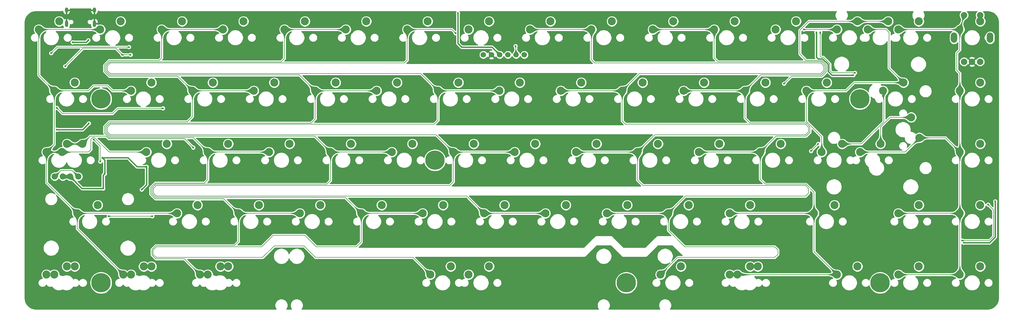
<source format=gbr>
G04 #@! TF.GenerationSoftware,KiCad,Pcbnew,(5.1.10)-1*
G04 #@! TF.CreationDate,2021-06-22T17:57:10+07:00*
G04 #@! TF.ProjectId,averange65,61766572-616e-4676-9536-352e6b696361,rev?*
G04 #@! TF.SameCoordinates,Original*
G04 #@! TF.FileFunction,Copper,L1,Top*
G04 #@! TF.FilePolarity,Positive*
%FSLAX46Y46*%
G04 Gerber Fmt 4.6, Leading zero omitted, Abs format (unit mm)*
G04 Created by KiCad (PCBNEW (5.1.10)-1) date 2021-06-22 17:57:10*
%MOMM*%
%LPD*%
G01*
G04 APERTURE LIST*
G04 #@! TA.AperFunction,ComponentPad*
%ADD10C,6.000000*%
G04 #@! TD*
G04 #@! TA.AperFunction,ComponentPad*
%ADD11C,1.000000*%
G04 #@! TD*
G04 #@! TA.AperFunction,ComponentPad*
%ADD12C,2.500000*%
G04 #@! TD*
G04 #@! TA.AperFunction,ComponentPad*
%ADD13C,1.700000*%
G04 #@! TD*
G04 #@! TA.AperFunction,ComponentPad*
%ADD14C,2.000000*%
G04 #@! TD*
G04 #@! TA.AperFunction,ComponentPad*
%ADD15O,2.000000X3.200000*%
G04 #@! TD*
G04 #@! TA.AperFunction,ComponentPad*
%ADD16C,1.905000*%
G04 #@! TD*
G04 #@! TA.AperFunction,ComponentPad*
%ADD17O,1.000000X1.600000*%
G04 #@! TD*
G04 #@! TA.AperFunction,ComponentPad*
%ADD18O,1.000000X2.100000*%
G04 #@! TD*
G04 #@! TA.AperFunction,ComponentPad*
%ADD19C,2.300000*%
G04 #@! TD*
G04 #@! TA.AperFunction,ViaPad*
%ADD20C,0.600000*%
G04 #@! TD*
G04 #@! TA.AperFunction,Conductor*
%ADD21C,0.400000*%
G04 #@! TD*
G04 #@! TA.AperFunction,Conductor*
%ADD22C,1.000000*%
G04 #@! TD*
G04 #@! TA.AperFunction,Conductor*
%ADD23C,0.200000*%
G04 #@! TD*
G04 #@! TA.AperFunction,Conductor*
%ADD24C,0.254000*%
G04 #@! TD*
G04 #@! TA.AperFunction,Conductor*
%ADD25C,0.100000*%
G04 #@! TD*
G04 #@! TA.AperFunction,Conductor*
%ADD26C,0.025400*%
G04 #@! TD*
G04 APERTURE END LIST*
D10*
X157162500Y-95250000D03*
D11*
X157162500Y-93500000D03*
X158412500Y-93500000D03*
X155912500Y-93500000D03*
X157162500Y-97000000D03*
X158412500Y-97000000D03*
X155912500Y-97000000D03*
D12*
X210502680Y-111760000D03*
X216852680Y-109220000D03*
D13*
X174752000Y-62484000D03*
X172212000Y-62484000D03*
X182372000Y-62484000D03*
X179832000Y-62484000D03*
X177292000Y-62484000D03*
X184912000Y-62484000D03*
D12*
X320040272Y-111760000D03*
X326390272Y-109220000D03*
X67627560Y-92710000D03*
X73977560Y-90170000D03*
D14*
X326350000Y-50150000D03*
X321350000Y-50150000D03*
D15*
X329450000Y-57150000D03*
X318250000Y-57150000D03*
D14*
X326350000Y-64650000D03*
X323850000Y-64650000D03*
X321350000Y-64650000D03*
D12*
X229552696Y-111760000D03*
X235902696Y-109220000D03*
X115252600Y-111760000D03*
X121602600Y-109220000D03*
X227172220Y-130810560D03*
X233522220Y-128270560D03*
D16*
X43973788Y-100330000D03*
X46513788Y-100330000D03*
X41751284Y-100330000D03*
X39211284Y-100330000D03*
D12*
X272415232Y-73660000D03*
X278765232Y-71120000D03*
X248603560Y-130810560D03*
X254953560Y-128270560D03*
X167640720Y-130810560D03*
X173990720Y-128270560D03*
X86677880Y-130810560D03*
X93027880Y-128270560D03*
X62865280Y-130810560D03*
X69215280Y-128270560D03*
X39052680Y-130810560D03*
X45402680Y-128270560D03*
X155734420Y-130810560D03*
X162084420Y-128270560D03*
X84296620Y-130810560D03*
X90646620Y-128270560D03*
X60484020Y-130810560D03*
X66834020Y-128270560D03*
X36671420Y-130810560D03*
X43021420Y-128270560D03*
X250984820Y-130810560D03*
X257334820Y-128270560D03*
X281941200Y-130810560D03*
X288291200Y-128270560D03*
X320041360Y-130810560D03*
X326391360Y-128270560D03*
X300991280Y-130810560D03*
X307341280Y-128270560D03*
X307499004Y-88265000D03*
X304959004Y-81915000D03*
X277177736Y-92710000D03*
X283527736Y-90170000D03*
X274796484Y-111760000D03*
X281146484Y-109220000D03*
X46196292Y-111760000D03*
X52546292Y-109220000D03*
X300990256Y-111760000D03*
X307340256Y-109220000D03*
X248602712Y-111760000D03*
X254952712Y-109220000D03*
X191452664Y-111760000D03*
X197802664Y-109220000D03*
X172402648Y-111760000D03*
X178752648Y-109220000D03*
X153352632Y-111760000D03*
X159702632Y-109220000D03*
X134302616Y-111760000D03*
X140652616Y-109220000D03*
X96202584Y-111760000D03*
X102552584Y-109220000D03*
X77152568Y-111760000D03*
X83502568Y-109220000D03*
X243840000Y-54610000D03*
X250190000Y-52070000D03*
X289083996Y-92710000D03*
X295433996Y-90170000D03*
X320040272Y-92710000D03*
X326390272Y-90170000D03*
X258127720Y-92710000D03*
X264477720Y-90170000D03*
X239077704Y-92710000D03*
X245427704Y-90170000D03*
X220027688Y-92710000D03*
X226377688Y-90170000D03*
X200977672Y-92710000D03*
X207327672Y-90170000D03*
X181927656Y-92710000D03*
X188277656Y-90170000D03*
X162877640Y-92710000D03*
X169227640Y-90170000D03*
X143827624Y-92710000D03*
X150177624Y-90170000D03*
X124777608Y-92710000D03*
X131127608Y-90170000D03*
X105727592Y-92710000D03*
X112077592Y-90170000D03*
X86677576Y-92710000D03*
X93027576Y-90170000D03*
X41433788Y-92710000D03*
X47783788Y-90170000D03*
X36671284Y-92710000D03*
X43021284Y-90170000D03*
X296227752Y-73660000D03*
X302577752Y-71120000D03*
X320040272Y-73660000D03*
X326390272Y-71120000D03*
X253365216Y-73660000D03*
X259715216Y-71120000D03*
X234315200Y-73660000D03*
X240665200Y-71120000D03*
X215265184Y-73660000D03*
X221615184Y-71120000D03*
X196215168Y-73660000D03*
X202565168Y-71120000D03*
X177165152Y-73660000D03*
X183515152Y-71120000D03*
X158115136Y-73660000D03*
X164465136Y-71120000D03*
X139065120Y-73660000D03*
X145415120Y-71120000D03*
X120015104Y-73660000D03*
X126365104Y-71120000D03*
X100965088Y-73660000D03*
X107315088Y-71120000D03*
X81915072Y-73660000D03*
X88265072Y-71120000D03*
X62865056Y-73660000D03*
X69215056Y-71120000D03*
X39052536Y-73660000D03*
X45402536Y-71120000D03*
D17*
X51507600Y-48600000D03*
X42867600Y-48600000D03*
D18*
X51507600Y-52780000D03*
X42867600Y-52780000D03*
D12*
X291465000Y-54610000D03*
X297815000Y-52070000D03*
D10*
X53572500Y-76200000D03*
D11*
X53572500Y-74200000D03*
X55072500Y-74700000D03*
X52072500Y-74700000D03*
X53572500Y-78200000D03*
X55072500Y-77700000D03*
X52072500Y-77700000D03*
X55572500Y-76200000D03*
X51572500Y-76200000D03*
D19*
X320040000Y-54610000D03*
D12*
X326390000Y-52070000D03*
X300990000Y-54610000D03*
X307340000Y-52070000D03*
X281940000Y-54610000D03*
X288290000Y-52070000D03*
X262890000Y-54610000D03*
X269240000Y-52070000D03*
X224790000Y-54610000D03*
X231140000Y-52070000D03*
X205740000Y-54610000D03*
X212090000Y-52070000D03*
X186690000Y-54610000D03*
X193040000Y-52070000D03*
X167640000Y-54610000D03*
X173990000Y-52070000D03*
X148590000Y-54610000D03*
X154940000Y-52070000D03*
X129540000Y-54610000D03*
X135890000Y-52070000D03*
X110490000Y-54610000D03*
X116840000Y-52070000D03*
X91440000Y-54610000D03*
X97790000Y-52070000D03*
X72390000Y-54610000D03*
X78740000Y-52070000D03*
X53340000Y-54610000D03*
X59690000Y-52070000D03*
X34290000Y-54610000D03*
X40640000Y-52070000D03*
D10*
X53572500Y-133340000D03*
D11*
X53572500Y-131590000D03*
X54822500Y-131590000D03*
X52322500Y-131590000D03*
X53572500Y-135090000D03*
X54822500Y-135090000D03*
X52322500Y-135090000D03*
D10*
X295292500Y-133350000D03*
D11*
X295292500Y-131600000D03*
X296542500Y-131600000D03*
X294042500Y-131600000D03*
X295292500Y-135100000D03*
X296542500Y-135100000D03*
X294042500Y-135100000D03*
D10*
X216552500Y-133350000D03*
D11*
X216552500Y-131600000D03*
X217802500Y-131600000D03*
X215302500Y-131600000D03*
X216552500Y-135100000D03*
X217802500Y-135100000D03*
X215302500Y-135100000D03*
D10*
X289022500Y-76200000D03*
D11*
X289022500Y-74450000D03*
X290272500Y-74450000D03*
X287772500Y-74450000D03*
X289022500Y-77950000D03*
X290272500Y-77950000D03*
X287772500Y-77950000D03*
D20*
X164297140Y-49537990D03*
X275539200Y-55524400D03*
X286964399Y-68778399D03*
X321246500Y-120904000D03*
X331017510Y-108029070D03*
X54229000Y-104013000D03*
X54737000Y-99412920D03*
X53975000Y-94488000D03*
X67691000Y-97282000D03*
X66167000Y-104394000D03*
X44737600Y-58600000D03*
X49637600Y-57931400D03*
X39890840Y-85737840D03*
X49784000Y-83820000D03*
X138113080Y-120253630D03*
X157163160Y-120253630D03*
X62508075Y-89892565D03*
X60722130Y-89892565D03*
X203597730Y-58936185D03*
X241697890Y-58936185D03*
X279798050Y-58936185D03*
X168474145Y-58936185D03*
X127397410Y-58936185D03*
X89297250Y-58936185D03*
X276226160Y-50601775D03*
X48895000Y-56769000D03*
X43053000Y-68326000D03*
X37973000Y-86741000D03*
X49784000Y-86741000D03*
X41275000Y-87503000D03*
X34417000Y-106426000D03*
X52983035Y-70247170D03*
X122039575Y-50601775D03*
X160139735Y-50601775D03*
X198239895Y-50601775D03*
X236340055Y-50601775D03*
X267296435Y-63698705D03*
X248246355Y-63698705D03*
X229196275Y-63698705D03*
X210741510Y-63698705D03*
X191691430Y-63698705D03*
X278607420Y-85130045D03*
X80962840Y-119658315D03*
X100012920Y-120253630D03*
X124420835Y-120253630D03*
X219075920Y-120253630D03*
X219075920Y-139899025D03*
X150614695Y-139899025D03*
X90487880Y-100608235D03*
X109537960Y-100608235D03*
X128588040Y-100608235D03*
X147638120Y-100608235D03*
X204788360Y-100608235D03*
X185738280Y-100608235D03*
X166092885Y-100608235D03*
X223838440Y-100608235D03*
X242888520Y-100608235D03*
X238126000Y-81558155D03*
X219075920Y-81558155D03*
X200025840Y-81558155D03*
X180975760Y-81558155D03*
X161925680Y-81558155D03*
X142875600Y-81558155D03*
X123825520Y-81558155D03*
X104775440Y-81558155D03*
X85725360Y-81558155D03*
X273249585Y-61317445D03*
X265510490Y-71437800D03*
X62738000Y-62484000D03*
X60150890Y-62484000D03*
X51285970Y-88773000D03*
X53340000Y-95661029D03*
X42442090Y-66015910D03*
X82169000Y-91313000D03*
X276084670Y-90170000D03*
X273868835Y-92385835D03*
X69469000Y-112649000D03*
X55975292Y-112649000D03*
X72790010Y-79101990D03*
X39878000Y-78994000D03*
X163597140Y-55753000D03*
X271653000Y-54610000D03*
X62249010Y-60051990D03*
X38100000Y-61976000D03*
X182166390Y-59738390D03*
X276707600Y-55524400D03*
X287503361Y-68078399D03*
X328803000Y-109014560D03*
X320802739Y-120204000D03*
D21*
X164297140Y-49537990D02*
X164297140Y-58926385D01*
X164297140Y-58926385D02*
X165497570Y-60126815D01*
X174934815Y-60126815D02*
X177292000Y-62484000D01*
X165497570Y-60126815D02*
X174934815Y-60126815D01*
X280360399Y-68778399D02*
X286964399Y-68778399D01*
X279185850Y-67603850D02*
X280360399Y-68778399D01*
X277461837Y-63721115D02*
X279185850Y-65445128D01*
X276065115Y-63721115D02*
X277461837Y-63721115D01*
X279185850Y-65445128D02*
X279185850Y-67603850D01*
X275539200Y-63195200D02*
X276065115Y-63721115D01*
X275539200Y-55524400D02*
X275539200Y-63195200D01*
D22*
X41751284Y-100330000D02*
X43973788Y-100330000D01*
D21*
X331017510Y-119142610D02*
X331017510Y-108029070D01*
X329256120Y-120904000D02*
X331017510Y-119142610D01*
X321246500Y-120904000D02*
X329256120Y-120904000D01*
X331017510Y-108029070D02*
X331017510Y-108029070D01*
X47656788Y-104013000D02*
X54229000Y-104013000D01*
X43973788Y-100330000D02*
X47656788Y-104013000D01*
X54229000Y-99920920D02*
X54737000Y-99412920D01*
X54229000Y-104013000D02*
X54229000Y-99920920D01*
X54737000Y-95250000D02*
X53975000Y-94488000D01*
X54737000Y-99412920D02*
X54737000Y-95250000D01*
X53975000Y-94488000D02*
X61976000Y-94488000D01*
X64770000Y-97282000D02*
X67691000Y-97282000D01*
X61976000Y-94488000D02*
X64770000Y-97282000D01*
X67691000Y-102870000D02*
X66167000Y-104394000D01*
X67691000Y-97282000D02*
X67691000Y-102870000D01*
X48969000Y-58600000D02*
X49637600Y-57931400D01*
X44737600Y-58600000D02*
X48969000Y-58600000D01*
X47866160Y-85737840D02*
X49784000Y-83820000D01*
X39890840Y-85737840D02*
X47866160Y-85737840D01*
D23*
X297815000Y-52070000D02*
X288290000Y-52070000D01*
X277248160Y-69129844D02*
X267818446Y-69129844D01*
X267818446Y-69129844D02*
X265510490Y-71437800D01*
X278685840Y-67692164D02*
X277248160Y-69129844D01*
X277254727Y-64221125D02*
X278685840Y-65652238D01*
X272374125Y-64221125D02*
X277254727Y-64221125D01*
X270383000Y-62230000D02*
X272374125Y-64221125D01*
X278685840Y-65652238D02*
X278685840Y-67692164D01*
X270383000Y-54864000D02*
X270383000Y-62230000D01*
X273177000Y-52070000D02*
X270383000Y-54864000D01*
X288290000Y-52070000D02*
X273177000Y-52070000D01*
X62738000Y-62484000D02*
X60150890Y-62484000D01*
X60150890Y-62484000D02*
X60150890Y-62484000D01*
X51285970Y-88773000D02*
X53340000Y-90827030D01*
X53340000Y-90827030D02*
X53340000Y-95661029D01*
X60150890Y-62484000D02*
X58118890Y-60452000D01*
X48006000Y-60452000D02*
X42442090Y-66015910D01*
X58118890Y-60452000D02*
X48006000Y-60452000D01*
X55156305Y-87772989D02*
X55966040Y-88582722D01*
X50180799Y-87772989D02*
X55156305Y-87772989D01*
X47783788Y-90170000D02*
X50180799Y-87772989D01*
X79438722Y-88582722D02*
X82169000Y-91313000D01*
X55966040Y-88582722D02*
X79438722Y-88582722D01*
X43021284Y-90170000D02*
X47783788Y-90170000D01*
X296457905Y-83272095D02*
X296457905Y-73660000D01*
X289560000Y-90170000D02*
X296457905Y-83272095D01*
X283527736Y-90170000D02*
X289560000Y-90170000D01*
X276084670Y-90170000D02*
X273868835Y-92385835D01*
X298380700Y-81915000D02*
X304959004Y-81915000D01*
X295433996Y-84861704D02*
X298380700Y-81915000D01*
X295433996Y-90170000D02*
X295433996Y-84861704D01*
X69469000Y-112649000D02*
X69469000Y-112649000D01*
X55975292Y-112649000D02*
X69469000Y-112649000D01*
X72790010Y-79101990D02*
X58820010Y-79101990D01*
X58820010Y-79101990D02*
X57150000Y-80772000D01*
X41656000Y-80772000D02*
X39878000Y-78994000D01*
X57150000Y-80772000D02*
X41656000Y-80772000D01*
X34290000Y-68897464D02*
X39052536Y-73660000D01*
X34290000Y-54610000D02*
X34290000Y-68897464D01*
X39052536Y-90328748D02*
X36671284Y-92710000D01*
X39052536Y-73660000D02*
X39052536Y-90328748D01*
X36671284Y-102234992D02*
X46196292Y-111760000D01*
X36671284Y-92710000D02*
X36671284Y-102234992D01*
X46196292Y-116522832D02*
X60484020Y-130810560D01*
X46196292Y-111760000D02*
X46196292Y-116522832D01*
X37245026Y-54610000D02*
X34290000Y-54610000D01*
X53340000Y-54610000D02*
X37245026Y-54610000D01*
X36671284Y-92710000D02*
X41433788Y-92710000D01*
X41433788Y-92710000D02*
X49657000Y-92710000D01*
X49657000Y-92710000D02*
X50419000Y-91948000D01*
X51573971Y-88172999D02*
X50997969Y-88172999D01*
X50419000Y-88751968D02*
X50419000Y-91948000D01*
X50997969Y-88172999D02*
X50419000Y-88751968D01*
X56110972Y-92710000D02*
X51573971Y-88172999D01*
X67627560Y-92710000D02*
X56110972Y-92710000D01*
X77152568Y-111760000D02*
X46196292Y-111760000D01*
X39052536Y-73660000D02*
X49657000Y-73660000D01*
X49657000Y-73660000D02*
X51181000Y-72136000D01*
X51181000Y-72136000D02*
X55626000Y-72136000D01*
X57150000Y-73660000D02*
X62865056Y-73660000D01*
X55626000Y-72136000D02*
X57150000Y-73660000D01*
X72390000Y-54610000D02*
X72390000Y-63461384D01*
X72390000Y-63461384D02*
X71628000Y-64223384D01*
X54689585Y-67690574D02*
X56131730Y-69132713D01*
X56127874Y-64223384D02*
X54689584Y-65661676D01*
X54689584Y-65661676D02*
X54689585Y-67690574D01*
X71628000Y-64223384D02*
X56127874Y-64223384D01*
X77387785Y-69132713D02*
X81915072Y-73660000D01*
X56131730Y-69132713D02*
X77387785Y-69132713D01*
X81915072Y-73660000D02*
X81915072Y-81685780D01*
X81915072Y-81685780D02*
X80327500Y-83273352D01*
X54689584Y-84711676D02*
X54689585Y-86740574D01*
X54689585Y-86740574D02*
X56131729Y-88182712D01*
X56127906Y-83273352D02*
X54689584Y-84711676D01*
X80327500Y-83273352D02*
X56127906Y-83273352D01*
X82150288Y-88182712D02*
X86677576Y-92710000D01*
X56131729Y-88182712D02*
X82150288Y-88182712D01*
X86677576Y-92710000D02*
X86677576Y-101282424D01*
X86677576Y-101282424D02*
X85638863Y-102321137D01*
X68984425Y-105799390D02*
X70414074Y-107229039D01*
X68984425Y-103756043D02*
X68984425Y-105799390D01*
X70419333Y-102321138D02*
X68984425Y-103756043D01*
X85638863Y-102321137D02*
X70419333Y-102321138D01*
X91671623Y-107229039D02*
X96202584Y-111760000D01*
X70414074Y-107229039D02*
X91671623Y-107229039D01*
X96202584Y-111760000D02*
X96202584Y-120557376D01*
X96202584Y-120557376D02*
X94996000Y-121763960D01*
X69377209Y-124667721D02*
X70585498Y-125876010D01*
X69377209Y-122970204D02*
X69377209Y-124667721D01*
X70583453Y-121763960D02*
X69377209Y-122970204D01*
X94996000Y-121763960D02*
X70583453Y-121763960D01*
X79362070Y-125876010D02*
X84296620Y-130810560D01*
X70585498Y-125876010D02*
X79362070Y-125876010D01*
X91440000Y-54610000D02*
X72390000Y-54610000D01*
X81915072Y-73660000D02*
X100965088Y-73660000D01*
X86677576Y-92710000D02*
X105727592Y-92710000D01*
X96202584Y-111760000D02*
X115252600Y-111760000D01*
X110490000Y-54610000D02*
X110490000Y-63607394D01*
X110490000Y-63607394D02*
X109474000Y-64623394D01*
X55089594Y-67524883D02*
X56297419Y-68732703D01*
X55089593Y-65827364D02*
X55089594Y-67524883D01*
X56293563Y-64623394D02*
X55089593Y-65827364D01*
X109474000Y-64623394D02*
X56293563Y-64623394D01*
X115087807Y-68732703D02*
X120015104Y-73660000D01*
X56297419Y-68732703D02*
X115087807Y-68732703D01*
X120015104Y-73660000D02*
X120015104Y-82403258D01*
X120015104Y-82403258D02*
X118745000Y-83673362D01*
X55089594Y-86574883D02*
X56297418Y-87782702D01*
X55089593Y-84877364D02*
X55089594Y-86574883D01*
X56293595Y-83673362D02*
X55089593Y-84877364D01*
X118745000Y-83673362D02*
X56293595Y-83673362D01*
X119850310Y-87782702D02*
X124777608Y-92710000D01*
X56297418Y-87782702D02*
X119850310Y-87782702D01*
X124777608Y-92710000D02*
X124777608Y-101578127D01*
X124777608Y-101578127D02*
X123634499Y-102721235D01*
X69384435Y-105633701D02*
X70579763Y-106829029D01*
X69384435Y-103921732D02*
X69384435Y-105633701D01*
X70585023Y-102721147D02*
X69384435Y-103921732D01*
X123634411Y-102721147D02*
X70585023Y-102721147D01*
X123634499Y-102721235D02*
X123634411Y-102721147D01*
X129371645Y-106829029D02*
X134302616Y-111760000D01*
X70579763Y-106829029D02*
X129371645Y-106829029D01*
X150399860Y-125476000D02*
X155734420Y-130810560D01*
X103439832Y-122175510D02*
X103428292Y-122163970D01*
X134302616Y-111760000D02*
X134302616Y-120714894D01*
X134302616Y-120714894D02*
X132842000Y-122175510D01*
X69777219Y-124502032D02*
X70751187Y-125476000D01*
X132842000Y-122175510D02*
X120398608Y-122175510D01*
X120398608Y-122175510D02*
X116826718Y-118603620D01*
X116826718Y-118603620D02*
X107011722Y-118603620D01*
X107011722Y-118603620D02*
X103439832Y-122175510D01*
X103428292Y-122163970D02*
X70749142Y-122163970D01*
X69777219Y-123135893D02*
X69777219Y-124502032D01*
X70749142Y-122163970D02*
X69777219Y-123135893D01*
X150399860Y-125476000D02*
X120109122Y-125476000D01*
X120109122Y-125476000D02*
X116536762Y-121903640D01*
X116536762Y-121903640D02*
X107301678Y-121903640D01*
X107301678Y-121903640D02*
X103729788Y-125475530D01*
X79502000Y-125476000D02*
X70751187Y-125476000D01*
X79502470Y-125475530D02*
X79502000Y-125476000D01*
X103729788Y-125475530D02*
X79502470Y-125475530D01*
X129540000Y-54610000D02*
X110490000Y-54610000D01*
X153352632Y-111760000D02*
X134302616Y-111760000D01*
X124777608Y-92710000D02*
X143827624Y-92710000D01*
X120015104Y-73660000D02*
X139065120Y-73660000D01*
X148590000Y-54610000D02*
X148590000Y-64134400D01*
X148590000Y-64134400D02*
X147700996Y-65023404D01*
X55489603Y-67359192D02*
X56463108Y-68332693D01*
X55489603Y-65993053D02*
X55489603Y-67359192D01*
X56459252Y-65023404D02*
X55489603Y-65993053D01*
X147700996Y-65023404D02*
X56459252Y-65023404D01*
X152787829Y-68332693D02*
X158115136Y-73660000D01*
X56463108Y-68332693D02*
X152787829Y-68332693D01*
X158115136Y-73660000D02*
X158115136Y-82866735D01*
X158115136Y-82866735D02*
X156908499Y-84073372D01*
X55489603Y-86409192D02*
X56463107Y-87382692D01*
X55489603Y-85043053D02*
X55489603Y-86409192D01*
X56459284Y-84073372D02*
X55489603Y-85043053D01*
X156908499Y-84073372D02*
X56459284Y-84073372D01*
X157550332Y-87382692D02*
X162877640Y-92710000D01*
X56463107Y-87382692D02*
X157550332Y-87382692D01*
X162877640Y-92710000D02*
X162877640Y-101978173D01*
X162877640Y-101978173D02*
X161734499Y-103121313D01*
X162454140Y-54610000D02*
X148590000Y-54610000D01*
X163597140Y-55753000D02*
X162454140Y-54610000D01*
X167071667Y-106429019D02*
X172402648Y-111760000D01*
X70745452Y-106429019D02*
X167071667Y-106429019D01*
X69784445Y-105468012D02*
X70745452Y-106429019D01*
X69784445Y-104087421D02*
X69784445Y-105468012D01*
X70750715Y-103121151D02*
X69784445Y-104087421D01*
X161734498Y-103121313D02*
X70750715Y-103121151D01*
X172402648Y-111760000D02*
X191452664Y-111760000D01*
X162877640Y-92710000D02*
X181927656Y-92710000D01*
X158115136Y-73660000D02*
X177165152Y-73660000D01*
X215265184Y-73660000D02*
X220595360Y-68329824D01*
X277885820Y-65983612D02*
X276923349Y-65021145D01*
X277885820Y-67360786D02*
X277885820Y-65983612D01*
X276916782Y-68329824D02*
X277885820Y-67360786D01*
X220595360Y-68329824D02*
X276916782Y-68329824D01*
X248033354Y-65021646D02*
X206755993Y-65022369D01*
X248033855Y-65021145D02*
X248033354Y-65021646D01*
X276923349Y-65021145D02*
X248033855Y-65021145D01*
X205740000Y-64006376D02*
X206755993Y-65022369D01*
X205740000Y-54610000D02*
X205740000Y-64006376D01*
X215265184Y-73660000D02*
X215265184Y-83056595D01*
X220027688Y-92710000D02*
X225357731Y-87379957D01*
X273124220Y-85045007D02*
X272150713Y-84071501D01*
X273124220Y-86411146D02*
X273124220Y-85045007D01*
X272155409Y-87379957D02*
X273124220Y-86411146D01*
X225357731Y-87379957D02*
X272155409Y-87379957D01*
X216280090Y-84071501D02*
X215265184Y-83056595D01*
X272150713Y-84071501D02*
X216280090Y-84071501D01*
X232503334Y-125479446D02*
X227172220Y-130810560D01*
X263588176Y-123134038D02*
X263588176Y-124515433D01*
X263588176Y-124515433D02*
X262624161Y-125479446D01*
X262625747Y-122171609D02*
X263588176Y-123134038D01*
X205740000Y-54610000D02*
X186690000Y-54610000D01*
X272156101Y-106429209D02*
X234883487Y-106429209D01*
X273124164Y-105461146D02*
X272156101Y-106429209D01*
X234883487Y-106429209D02*
X229552696Y-111760000D01*
X273124164Y-104095007D02*
X273124164Y-105461146D01*
X272150578Y-103121421D02*
X273124164Y-104095007D01*
X221742000Y-103121421D02*
X272150578Y-103121421D01*
X220027688Y-101407109D02*
X221742000Y-103121421D01*
X220027688Y-92710000D02*
X220027688Y-101407109D01*
X229552696Y-111760000D02*
X229552696Y-117029118D01*
X229552696Y-117029118D02*
X234699075Y-122175498D01*
X262621858Y-122175498D02*
X262625747Y-122171609D01*
X234699075Y-122175498D02*
X262621858Y-122175498D01*
X262624161Y-125479446D02*
X232503334Y-125479446D01*
X196215168Y-73660000D02*
X215265184Y-73660000D01*
X200977672Y-92710000D02*
X220027688Y-92710000D01*
X210502680Y-111760000D02*
X229552696Y-111760000D01*
X243840000Y-54610000D02*
X243840000Y-63478694D01*
X243840000Y-63478694D02*
X244982997Y-64621692D01*
X278285830Y-67526475D02*
X277082471Y-68729834D01*
X278285830Y-65817927D02*
X278285830Y-67526475D01*
X247868166Y-64621135D02*
X277089038Y-64621135D01*
X247867660Y-64621641D02*
X247868166Y-64621135D01*
X277089038Y-64621135D02*
X278285830Y-65817927D01*
X244982997Y-64621692D02*
X247867660Y-64621641D01*
X258295382Y-68729834D02*
X253365216Y-73660000D01*
X277082471Y-68729834D02*
X258295382Y-68729834D01*
X253365216Y-73660000D02*
X253365216Y-82147707D01*
X253365216Y-82147707D02*
X254889000Y-83671491D01*
X273524230Y-86576835D02*
X272321098Y-87779967D01*
X273524230Y-84879318D02*
X273524230Y-86576835D01*
X272316402Y-83671491D02*
X273524230Y-84879318D01*
X254889000Y-83671491D02*
X272316402Y-83671491D01*
X263057753Y-87779967D02*
X258127720Y-92710000D01*
X272321098Y-87779967D02*
X263057753Y-87779967D01*
X274796484Y-105201628D02*
X274796484Y-111760000D01*
X258127720Y-101155720D02*
X259693411Y-102721411D01*
X258127720Y-92710000D02*
X258127720Y-101155720D01*
X243840000Y-54610000D02*
X224790000Y-54610000D01*
X259693411Y-102721411D02*
X272316267Y-102721411D01*
X272316267Y-102721411D02*
X274796484Y-105201628D01*
X252095560Y-130810560D02*
X281941200Y-130810560D01*
X250984820Y-130810560D02*
X252095560Y-130810560D01*
X248602712Y-111760000D02*
X274796484Y-111760000D01*
X239077704Y-92710000D02*
X258127720Y-92710000D01*
X234315200Y-73660000D02*
X253365216Y-73660000D01*
X274796484Y-123665844D02*
X281941200Y-130810560D01*
X274796484Y-111760000D02*
X274796484Y-123665844D01*
X281940000Y-54610000D02*
X271653000Y-54610000D01*
X272415232Y-73660000D02*
X272415232Y-83204623D01*
X277177736Y-87967127D02*
X277177736Y-92710000D01*
X272415232Y-83204623D02*
X277177736Y-87967127D01*
X297180000Y-54610000D02*
X291465000Y-54610000D01*
X298069000Y-55499000D02*
X297180000Y-54610000D01*
X298069000Y-66611248D02*
X298069000Y-55499000D01*
X302577752Y-71120000D02*
X298069000Y-66611248D01*
X287259630Y-71120000D02*
X302577752Y-71120000D01*
X284719630Y-73660000D02*
X287259630Y-71120000D01*
X272415232Y-73660000D02*
X284719630Y-73660000D01*
X321350000Y-50150000D02*
X320040000Y-54610000D01*
X300990000Y-54610000D02*
X320040000Y-54610000D01*
X303054004Y-92710000D02*
X307499004Y-88265000D01*
X289083996Y-92710000D02*
X303054004Y-92710000D01*
X315595272Y-88265000D02*
X320040272Y-92710000D01*
X307499004Y-88265000D02*
X315595272Y-88265000D01*
X320040272Y-73660000D02*
X320040272Y-92710000D01*
X320040000Y-73659728D02*
X320040272Y-73660000D01*
X300990256Y-111760000D02*
X320040272Y-111760000D01*
X320040272Y-92710000D02*
X320040272Y-111760000D01*
X320040272Y-130809472D02*
X320041360Y-130810560D01*
X320040272Y-111760000D02*
X320040272Y-130809472D01*
X300991280Y-130810560D02*
X320041360Y-130810560D01*
X320040000Y-60961600D02*
X320040000Y-54610000D01*
X319088840Y-61912760D02*
X320040000Y-60961600D01*
X319088840Y-67270595D02*
X319088840Y-61912760D01*
X320040272Y-68222027D02*
X319088840Y-67270595D01*
X320040272Y-73660000D02*
X320040272Y-68222027D01*
X40024010Y-60051990D02*
X38100000Y-61976000D01*
X62249010Y-60051990D02*
X40024010Y-60051990D01*
X182166390Y-59738390D02*
X182372000Y-62484000D01*
X280367519Y-68078399D02*
X287503361Y-68078399D01*
X279685860Y-67396740D02*
X280367519Y-68078399D01*
X279685860Y-65238018D02*
X279685860Y-67396740D01*
X277668947Y-63221105D02*
X279685860Y-65238018D01*
X276987505Y-63221105D02*
X277668947Y-63221105D01*
X276707600Y-62941200D02*
X276987505Y-63221105D01*
X276707600Y-55524400D02*
X276707600Y-62941200D01*
X330517500Y-110729060D02*
X328803000Y-109014560D01*
X330517500Y-118935500D02*
X330517500Y-110729060D01*
X329249000Y-120204000D02*
X330517500Y-118935500D01*
X320802739Y-120204000D02*
X329249000Y-120204000D01*
X39211284Y-100330000D02*
X41116284Y-98425000D01*
X44608788Y-98425000D02*
X46513788Y-100330000D01*
X41116284Y-98425000D02*
X44608788Y-98425000D01*
D24*
X50372600Y-48473000D02*
X51380600Y-48473000D01*
X51380600Y-48453000D01*
X51634600Y-48453000D01*
X51634600Y-48473000D01*
X51654600Y-48473000D01*
X51654600Y-48727000D01*
X51634600Y-48727000D01*
X51634600Y-49867954D01*
X51809474Y-49994119D01*
X52032576Y-49914276D01*
X52220364Y-49792369D01*
X52380761Y-49636169D01*
X52507603Y-49451678D01*
X52596015Y-49245987D01*
X52642600Y-49027000D01*
X52642600Y-48861742D01*
X52663748Y-48870459D01*
X52710173Y-48890357D01*
X52717604Y-48892657D01*
X52717611Y-48892660D01*
X52717618Y-48892661D01*
X52865911Y-48937434D01*
X52915492Y-48947252D01*
X52964921Y-48957758D01*
X52972663Y-48958572D01*
X53126837Y-48973689D01*
X53126849Y-48973689D01*
X53153867Y-48976350D01*
X163752016Y-48976350D01*
X163689255Y-49039111D01*
X163603609Y-49167290D01*
X163544615Y-49309714D01*
X163514540Y-49460911D01*
X163514540Y-49615069D01*
X163544615Y-49766266D01*
X163603609Y-49908690D01*
X163614454Y-49924921D01*
X163614501Y-49934936D01*
X163614529Y-49945583D01*
X163614540Y-49957420D01*
X163614541Y-54946480D01*
X162886335Y-54218275D01*
X162868093Y-54196047D01*
X162779381Y-54123243D01*
X162678170Y-54069144D01*
X162568349Y-54035831D01*
X162482751Y-54027400D01*
X162482743Y-54027400D01*
X162454140Y-54024583D01*
X162425537Y-54027400D01*
X151369144Y-54027400D01*
X151303029Y-54026635D01*
X151240762Y-54024454D01*
X151179500Y-54020836D01*
X151119252Y-54015799D01*
X151060024Y-54009360D01*
X151001739Y-54001527D01*
X150944392Y-53992313D01*
X150888039Y-53981743D01*
X150832545Y-53969805D01*
X150777912Y-53956512D01*
X150724171Y-53941883D01*
X150671234Y-53925906D01*
X150619080Y-53908583D01*
X150567716Y-53889924D01*
X150517066Y-53869909D01*
X150467118Y-53848536D01*
X150417837Y-53825792D01*
X150369175Y-53801655D01*
X150321173Y-53776147D01*
X150273743Y-53749215D01*
X150226846Y-53720832D01*
X150180524Y-53691015D01*
X150134682Y-53659695D01*
X150089371Y-53626893D01*
X150044550Y-53592567D01*
X150000186Y-53556678D01*
X149956287Y-53519215D01*
X149912865Y-53480167D01*
X149869878Y-53439479D01*
X149841987Y-53411721D01*
X149694468Y-53264202D01*
X149410694Y-53074590D01*
X149095381Y-52943983D01*
X148760646Y-52877400D01*
X148419354Y-52877400D01*
X148084619Y-52943983D01*
X147769306Y-53074590D01*
X147485532Y-53264202D01*
X147244202Y-53505532D01*
X147054590Y-53789306D01*
X146923983Y-54104619D01*
X146857400Y-54439354D01*
X146857400Y-54780646D01*
X146923983Y-55115381D01*
X147054590Y-55430694D01*
X147244202Y-55714468D01*
X147322134Y-55792400D01*
X147186288Y-55792400D01*
X146924003Y-55844572D01*
X146676935Y-55946910D01*
X146454580Y-56095483D01*
X146265483Y-56284580D01*
X146116910Y-56506935D01*
X146014572Y-56754003D01*
X145962400Y-57016288D01*
X145962400Y-57283712D01*
X146014572Y-57545997D01*
X146116910Y-57793065D01*
X146265483Y-58015420D01*
X146454580Y-58204517D01*
X146676935Y-58353090D01*
X146924003Y-58455428D01*
X147186288Y-58507600D01*
X147453712Y-58507600D01*
X147715997Y-58455428D01*
X147963065Y-58353090D01*
X148007400Y-58323466D01*
X148007401Y-63893078D01*
X147459676Y-64440804D01*
X110480511Y-64440804D01*
X110881730Y-64039585D01*
X110903953Y-64021347D01*
X110976757Y-63932635D01*
X111030856Y-63831424D01*
X111038410Y-63806522D01*
X111064169Y-63721604D01*
X111065522Y-63707862D01*
X111072600Y-63636005D01*
X111072600Y-63635997D01*
X111075417Y-63607394D01*
X111072600Y-63578791D01*
X111072600Y-57389135D01*
X111073364Y-57323028D01*
X111075545Y-57260762D01*
X111079163Y-57199500D01*
X111084200Y-57139252D01*
X111090639Y-57080024D01*
X111098472Y-57021739D01*
X111107686Y-56964392D01*
X111118256Y-56908039D01*
X111130194Y-56852545D01*
X111143487Y-56797912D01*
X111158116Y-56744171D01*
X111174093Y-56691234D01*
X111191416Y-56639080D01*
X111210075Y-56587716D01*
X111230090Y-56537066D01*
X111251463Y-56487118D01*
X111274207Y-56437837D01*
X111298344Y-56389175D01*
X111323845Y-56341187D01*
X111350792Y-56293731D01*
X111379169Y-56246844D01*
X111408984Y-56200524D01*
X111440304Y-56154682D01*
X111473106Y-56109371D01*
X111507432Y-56064550D01*
X111543321Y-56020186D01*
X111580784Y-55976287D01*
X111619832Y-55932865D01*
X111660519Y-55889879D01*
X111688192Y-55862074D01*
X111742074Y-55808192D01*
X111769879Y-55780519D01*
X111812865Y-55739832D01*
X111856287Y-55700784D01*
X111900186Y-55663321D01*
X111944550Y-55627432D01*
X111989371Y-55593106D01*
X112034682Y-55560304D01*
X112080524Y-55528984D01*
X112126844Y-55499169D01*
X112173731Y-55470792D01*
X112221187Y-55443845D01*
X112269175Y-55418344D01*
X112317837Y-55394207D01*
X112367118Y-55371463D01*
X112417066Y-55350090D01*
X112467716Y-55330075D01*
X112519080Y-55311416D01*
X112571234Y-55294093D01*
X112624171Y-55278116D01*
X112677912Y-55263487D01*
X112686239Y-55261461D01*
X112376377Y-55571323D01*
X112105354Y-55976937D01*
X111918670Y-56427632D01*
X111823500Y-56906086D01*
X111823500Y-57393914D01*
X111918670Y-57872368D01*
X112105354Y-58323063D01*
X112376377Y-58728677D01*
X112721323Y-59073623D01*
X113126937Y-59344646D01*
X113577632Y-59531330D01*
X114056086Y-59626500D01*
X114543914Y-59626500D01*
X115022368Y-59531330D01*
X115473063Y-59344646D01*
X115878677Y-59073623D01*
X116223623Y-58728677D01*
X116494646Y-58323063D01*
X116681330Y-57872368D01*
X116776500Y-57393914D01*
X116776500Y-57016288D01*
X118022400Y-57016288D01*
X118022400Y-57283712D01*
X118074572Y-57545997D01*
X118176910Y-57793065D01*
X118325483Y-58015420D01*
X118514580Y-58204517D01*
X118736935Y-58353090D01*
X118984003Y-58455428D01*
X119246288Y-58507600D01*
X119513712Y-58507600D01*
X119775997Y-58455428D01*
X120023065Y-58353090D01*
X120245420Y-58204517D01*
X120434517Y-58015420D01*
X120583090Y-57793065D01*
X120685428Y-57545997D01*
X120737600Y-57283712D01*
X120737600Y-57016288D01*
X120685428Y-56754003D01*
X120583090Y-56506935D01*
X120434517Y-56284580D01*
X120245420Y-56095483D01*
X120023065Y-55946910D01*
X119775997Y-55844572D01*
X119513712Y-55792400D01*
X119246288Y-55792400D01*
X118984003Y-55844572D01*
X118736935Y-55946910D01*
X118514580Y-56095483D01*
X118325483Y-56284580D01*
X118176910Y-56506935D01*
X118074572Y-56754003D01*
X118022400Y-57016288D01*
X116776500Y-57016288D01*
X116776500Y-56906086D01*
X116681330Y-56427632D01*
X116494646Y-55976937D01*
X116223623Y-55571323D01*
X115878677Y-55226377D01*
X115828126Y-55192600D01*
X126760865Y-55192600D01*
X126826971Y-55193364D01*
X126889237Y-55195545D01*
X126950499Y-55199163D01*
X127010747Y-55204200D01*
X127069975Y-55210639D01*
X127128260Y-55218472D01*
X127185607Y-55227686D01*
X127241960Y-55238256D01*
X127297454Y-55250194D01*
X127352087Y-55263487D01*
X127405828Y-55278116D01*
X127458765Y-55294093D01*
X127510919Y-55311416D01*
X127562283Y-55330075D01*
X127612933Y-55350090D01*
X127662881Y-55371463D01*
X127712162Y-55394207D01*
X127760824Y-55418344D01*
X127808812Y-55443845D01*
X127856268Y-55470792D01*
X127903155Y-55499169D01*
X127949475Y-55528984D01*
X127995317Y-55560304D01*
X128040628Y-55593106D01*
X128085449Y-55627432D01*
X128129813Y-55663321D01*
X128173712Y-55700784D01*
X128217134Y-55739832D01*
X128260121Y-55780520D01*
X128272058Y-55792400D01*
X128136288Y-55792400D01*
X127874003Y-55844572D01*
X127626935Y-55946910D01*
X127404580Y-56095483D01*
X127215483Y-56284580D01*
X127066910Y-56506935D01*
X126964572Y-56754003D01*
X126912400Y-57016288D01*
X126912400Y-57283712D01*
X126964572Y-57545997D01*
X127066910Y-57793065D01*
X127215483Y-58015420D01*
X127404580Y-58204517D01*
X127626935Y-58353090D01*
X127874003Y-58455428D01*
X128136288Y-58507600D01*
X128403712Y-58507600D01*
X128665997Y-58455428D01*
X128913065Y-58353090D01*
X129135420Y-58204517D01*
X129324517Y-58015420D01*
X129473090Y-57793065D01*
X129575428Y-57545997D01*
X129627600Y-57283712D01*
X129627600Y-57016288D01*
X129605680Y-56906086D01*
X130873500Y-56906086D01*
X130873500Y-57393914D01*
X130968670Y-57872368D01*
X131155354Y-58323063D01*
X131426377Y-58728677D01*
X131771323Y-59073623D01*
X132176937Y-59344646D01*
X132627632Y-59531330D01*
X133106086Y-59626500D01*
X133593914Y-59626500D01*
X134072368Y-59531330D01*
X134523063Y-59344646D01*
X134928677Y-59073623D01*
X135273623Y-58728677D01*
X135544646Y-58323063D01*
X135731330Y-57872368D01*
X135826500Y-57393914D01*
X135826500Y-57016288D01*
X137072400Y-57016288D01*
X137072400Y-57283712D01*
X137124572Y-57545997D01*
X137226910Y-57793065D01*
X137375483Y-58015420D01*
X137564580Y-58204517D01*
X137786935Y-58353090D01*
X138034003Y-58455428D01*
X138296288Y-58507600D01*
X138563712Y-58507600D01*
X138825997Y-58455428D01*
X139073065Y-58353090D01*
X139295420Y-58204517D01*
X139484517Y-58015420D01*
X139633090Y-57793065D01*
X139735428Y-57545997D01*
X139787600Y-57283712D01*
X139787600Y-57016288D01*
X139735428Y-56754003D01*
X139633090Y-56506935D01*
X139484517Y-56284580D01*
X139295420Y-56095483D01*
X139073065Y-55946910D01*
X138825997Y-55844572D01*
X138563712Y-55792400D01*
X138296288Y-55792400D01*
X138034003Y-55844572D01*
X137786935Y-55946910D01*
X137564580Y-56095483D01*
X137375483Y-56284580D01*
X137226910Y-56506935D01*
X137124572Y-56754003D01*
X137072400Y-57016288D01*
X135826500Y-57016288D01*
X135826500Y-56906086D01*
X135731330Y-56427632D01*
X135544646Y-55976937D01*
X135273623Y-55571323D01*
X134928677Y-55226377D01*
X134523063Y-54955354D01*
X134072368Y-54768670D01*
X133593914Y-54673500D01*
X133106086Y-54673500D01*
X132627632Y-54768670D01*
X132176937Y-54955354D01*
X131771323Y-55226377D01*
X131426377Y-55571323D01*
X131155354Y-55976937D01*
X130968670Y-56427632D01*
X130873500Y-56906086D01*
X129605680Y-56906086D01*
X129575428Y-56754003D01*
X129473090Y-56506935D01*
X129362354Y-56341208D01*
X129369354Y-56342600D01*
X129710646Y-56342600D01*
X130045381Y-56276017D01*
X130360694Y-56145410D01*
X130644468Y-55955798D01*
X130885798Y-55714468D01*
X131075410Y-55430694D01*
X131206017Y-55115381D01*
X131272600Y-54780646D01*
X131272600Y-54439354D01*
X131206017Y-54104619D01*
X131075410Y-53789306D01*
X130885798Y-53505532D01*
X130644468Y-53264202D01*
X130360694Y-53074590D01*
X130045381Y-52943983D01*
X129710646Y-52877400D01*
X129369354Y-52877400D01*
X129034619Y-52943983D01*
X128719306Y-53074590D01*
X128435532Y-53264202D01*
X128287900Y-53411834D01*
X128260143Y-53439458D01*
X128217134Y-53480167D01*
X128173712Y-53519215D01*
X128129813Y-53556678D01*
X128085449Y-53592567D01*
X128040628Y-53626893D01*
X127995317Y-53659695D01*
X127949475Y-53691015D01*
X127903153Y-53720832D01*
X127856256Y-53749215D01*
X127808826Y-53776147D01*
X127760824Y-53801655D01*
X127712162Y-53825792D01*
X127662881Y-53848536D01*
X127612933Y-53869909D01*
X127562283Y-53889924D01*
X127510919Y-53908583D01*
X127458765Y-53925906D01*
X127405828Y-53941883D01*
X127352087Y-53956512D01*
X127297454Y-53969805D01*
X127241960Y-53981743D01*
X127185607Y-53992313D01*
X127128260Y-54001527D01*
X127069975Y-54009360D01*
X127010747Y-54015799D01*
X126950499Y-54020836D01*
X126889237Y-54024454D01*
X126826970Y-54026635D01*
X126760856Y-54027400D01*
X113269144Y-54027400D01*
X113203029Y-54026635D01*
X113140762Y-54024454D01*
X113079500Y-54020836D01*
X113019252Y-54015799D01*
X112960024Y-54009360D01*
X112901739Y-54001527D01*
X112844392Y-53992313D01*
X112788039Y-53981743D01*
X112732545Y-53969805D01*
X112677912Y-53956512D01*
X112624171Y-53941883D01*
X112571234Y-53925906D01*
X112519080Y-53908583D01*
X112467716Y-53889924D01*
X112417066Y-53869909D01*
X112367118Y-53848536D01*
X112317837Y-53825792D01*
X112269175Y-53801655D01*
X112221173Y-53776147D01*
X112173743Y-53749215D01*
X112126846Y-53720832D01*
X112080524Y-53691015D01*
X112034682Y-53659695D01*
X111989371Y-53626893D01*
X111944550Y-53592567D01*
X111900186Y-53556678D01*
X111856287Y-53519215D01*
X111812865Y-53480167D01*
X111769878Y-53439479D01*
X111741987Y-53411721D01*
X111594468Y-53264202D01*
X111310694Y-53074590D01*
X110995381Y-52943983D01*
X110660646Y-52877400D01*
X110319354Y-52877400D01*
X109984619Y-52943983D01*
X109669306Y-53074590D01*
X109385532Y-53264202D01*
X109144202Y-53505532D01*
X108954590Y-53789306D01*
X108823983Y-54104619D01*
X108757400Y-54439354D01*
X108757400Y-54780646D01*
X108823983Y-55115381D01*
X108954590Y-55430694D01*
X109144202Y-55714468D01*
X109222134Y-55792400D01*
X109086288Y-55792400D01*
X108824003Y-55844572D01*
X108576935Y-55946910D01*
X108354580Y-56095483D01*
X108165483Y-56284580D01*
X108016910Y-56506935D01*
X107914572Y-56754003D01*
X107862400Y-57016288D01*
X107862400Y-57283712D01*
X107914572Y-57545997D01*
X108016910Y-57793065D01*
X108165483Y-58015420D01*
X108354580Y-58204517D01*
X108576935Y-58353090D01*
X108824003Y-58455428D01*
X109086288Y-58507600D01*
X109353712Y-58507600D01*
X109615997Y-58455428D01*
X109863065Y-58353090D01*
X109907400Y-58323466D01*
X109907401Y-63366072D01*
X109232680Y-64040794D01*
X72634511Y-64040794D01*
X72781730Y-63893575D01*
X72803953Y-63875337D01*
X72876757Y-63786625D01*
X72930856Y-63685414D01*
X72964169Y-63575593D01*
X72972600Y-63489995D01*
X72975418Y-63461384D01*
X72972600Y-63432773D01*
X72972600Y-57389135D01*
X72973364Y-57323028D01*
X72975545Y-57260762D01*
X72979163Y-57199500D01*
X72984200Y-57139252D01*
X72990639Y-57080024D01*
X72998472Y-57021739D01*
X73007686Y-56964392D01*
X73018256Y-56908039D01*
X73030194Y-56852545D01*
X73043487Y-56797912D01*
X73058116Y-56744171D01*
X73074093Y-56691234D01*
X73091416Y-56639080D01*
X73110075Y-56587716D01*
X73130090Y-56537066D01*
X73151463Y-56487118D01*
X73174207Y-56437837D01*
X73198344Y-56389175D01*
X73223845Y-56341187D01*
X73250792Y-56293731D01*
X73279169Y-56246844D01*
X73308984Y-56200524D01*
X73340304Y-56154682D01*
X73373106Y-56109371D01*
X73407432Y-56064550D01*
X73443321Y-56020186D01*
X73480784Y-55976287D01*
X73519832Y-55932865D01*
X73560519Y-55889879D01*
X73588192Y-55862074D01*
X73642074Y-55808192D01*
X73669879Y-55780519D01*
X73712865Y-55739832D01*
X73756287Y-55700784D01*
X73800186Y-55663321D01*
X73844550Y-55627432D01*
X73889371Y-55593106D01*
X73934682Y-55560304D01*
X73980524Y-55528984D01*
X74026844Y-55499169D01*
X74073731Y-55470792D01*
X74121187Y-55443845D01*
X74169175Y-55418344D01*
X74217837Y-55394207D01*
X74267118Y-55371463D01*
X74317066Y-55350090D01*
X74367716Y-55330075D01*
X74419080Y-55311416D01*
X74471234Y-55294093D01*
X74524171Y-55278116D01*
X74577912Y-55263487D01*
X74586239Y-55261461D01*
X74276377Y-55571323D01*
X74005354Y-55976937D01*
X73818670Y-56427632D01*
X73723500Y-56906086D01*
X73723500Y-57393914D01*
X73818670Y-57872368D01*
X74005354Y-58323063D01*
X74276377Y-58728677D01*
X74621323Y-59073623D01*
X75026937Y-59344646D01*
X75477632Y-59531330D01*
X75956086Y-59626500D01*
X76443914Y-59626500D01*
X76922368Y-59531330D01*
X77373063Y-59344646D01*
X77778677Y-59073623D01*
X78123623Y-58728677D01*
X78394646Y-58323063D01*
X78581330Y-57872368D01*
X78676500Y-57393914D01*
X78676500Y-57016288D01*
X79922400Y-57016288D01*
X79922400Y-57283712D01*
X79974572Y-57545997D01*
X80076910Y-57793065D01*
X80225483Y-58015420D01*
X80414580Y-58204517D01*
X80636935Y-58353090D01*
X80884003Y-58455428D01*
X81146288Y-58507600D01*
X81413712Y-58507600D01*
X81675997Y-58455428D01*
X81923065Y-58353090D01*
X82145420Y-58204517D01*
X82334517Y-58015420D01*
X82483090Y-57793065D01*
X82585428Y-57545997D01*
X82637600Y-57283712D01*
X82637600Y-57016288D01*
X82585428Y-56754003D01*
X82483090Y-56506935D01*
X82334517Y-56284580D01*
X82145420Y-56095483D01*
X81923065Y-55946910D01*
X81675997Y-55844572D01*
X81413712Y-55792400D01*
X81146288Y-55792400D01*
X80884003Y-55844572D01*
X80636935Y-55946910D01*
X80414580Y-56095483D01*
X80225483Y-56284580D01*
X80076910Y-56506935D01*
X79974572Y-56754003D01*
X79922400Y-57016288D01*
X78676500Y-57016288D01*
X78676500Y-56906086D01*
X78581330Y-56427632D01*
X78394646Y-55976937D01*
X78123623Y-55571323D01*
X77778677Y-55226377D01*
X77728126Y-55192600D01*
X88660865Y-55192600D01*
X88726971Y-55193364D01*
X88789237Y-55195545D01*
X88850499Y-55199163D01*
X88910747Y-55204200D01*
X88969975Y-55210639D01*
X89028260Y-55218472D01*
X89085607Y-55227686D01*
X89141960Y-55238256D01*
X89197454Y-55250194D01*
X89252087Y-55263487D01*
X89305828Y-55278116D01*
X89358765Y-55294093D01*
X89410919Y-55311416D01*
X89462283Y-55330075D01*
X89512933Y-55350090D01*
X89562881Y-55371463D01*
X89612162Y-55394207D01*
X89660824Y-55418344D01*
X89708812Y-55443845D01*
X89756268Y-55470792D01*
X89803155Y-55499169D01*
X89849475Y-55528984D01*
X89895317Y-55560304D01*
X89940628Y-55593106D01*
X89985449Y-55627432D01*
X90029813Y-55663321D01*
X90073712Y-55700784D01*
X90117134Y-55739832D01*
X90160121Y-55780520D01*
X90172058Y-55792400D01*
X90036288Y-55792400D01*
X89774003Y-55844572D01*
X89526935Y-55946910D01*
X89304580Y-56095483D01*
X89115483Y-56284580D01*
X88966910Y-56506935D01*
X88864572Y-56754003D01*
X88812400Y-57016288D01*
X88812400Y-57283712D01*
X88864572Y-57545997D01*
X88966910Y-57793065D01*
X89115483Y-58015420D01*
X89304580Y-58204517D01*
X89526935Y-58353090D01*
X89774003Y-58455428D01*
X90036288Y-58507600D01*
X90303712Y-58507600D01*
X90565997Y-58455428D01*
X90813065Y-58353090D01*
X91035420Y-58204517D01*
X91224517Y-58015420D01*
X91373090Y-57793065D01*
X91475428Y-57545997D01*
X91527600Y-57283712D01*
X91527600Y-57016288D01*
X91505680Y-56906086D01*
X92773500Y-56906086D01*
X92773500Y-57393914D01*
X92868670Y-57872368D01*
X93055354Y-58323063D01*
X93326377Y-58728677D01*
X93671323Y-59073623D01*
X94076937Y-59344646D01*
X94527632Y-59531330D01*
X95006086Y-59626500D01*
X95493914Y-59626500D01*
X95972368Y-59531330D01*
X96423063Y-59344646D01*
X96828677Y-59073623D01*
X97173623Y-58728677D01*
X97444646Y-58323063D01*
X97631330Y-57872368D01*
X97726500Y-57393914D01*
X97726500Y-57016288D01*
X98972400Y-57016288D01*
X98972400Y-57283712D01*
X99024572Y-57545997D01*
X99126910Y-57793065D01*
X99275483Y-58015420D01*
X99464580Y-58204517D01*
X99686935Y-58353090D01*
X99934003Y-58455428D01*
X100196288Y-58507600D01*
X100463712Y-58507600D01*
X100725997Y-58455428D01*
X100973065Y-58353090D01*
X101195420Y-58204517D01*
X101384517Y-58015420D01*
X101533090Y-57793065D01*
X101635428Y-57545997D01*
X101687600Y-57283712D01*
X101687600Y-57016288D01*
X101635428Y-56754003D01*
X101533090Y-56506935D01*
X101384517Y-56284580D01*
X101195420Y-56095483D01*
X100973065Y-55946910D01*
X100725997Y-55844572D01*
X100463712Y-55792400D01*
X100196288Y-55792400D01*
X99934003Y-55844572D01*
X99686935Y-55946910D01*
X99464580Y-56095483D01*
X99275483Y-56284580D01*
X99126910Y-56506935D01*
X99024572Y-56754003D01*
X98972400Y-57016288D01*
X97726500Y-57016288D01*
X97726500Y-56906086D01*
X97631330Y-56427632D01*
X97444646Y-55976937D01*
X97173623Y-55571323D01*
X96828677Y-55226377D01*
X96423063Y-54955354D01*
X95972368Y-54768670D01*
X95493914Y-54673500D01*
X95006086Y-54673500D01*
X94527632Y-54768670D01*
X94076937Y-54955354D01*
X93671323Y-55226377D01*
X93326377Y-55571323D01*
X93055354Y-55976937D01*
X92868670Y-56427632D01*
X92773500Y-56906086D01*
X91505680Y-56906086D01*
X91475428Y-56754003D01*
X91373090Y-56506935D01*
X91262354Y-56341208D01*
X91269354Y-56342600D01*
X91610646Y-56342600D01*
X91945381Y-56276017D01*
X92260694Y-56145410D01*
X92544468Y-55955798D01*
X92785798Y-55714468D01*
X92975410Y-55430694D01*
X93106017Y-55115381D01*
X93172600Y-54780646D01*
X93172600Y-54439354D01*
X93106017Y-54104619D01*
X92975410Y-53789306D01*
X92785798Y-53505532D01*
X92544468Y-53264202D01*
X92260694Y-53074590D01*
X91945381Y-52943983D01*
X91610646Y-52877400D01*
X91269354Y-52877400D01*
X90934619Y-52943983D01*
X90619306Y-53074590D01*
X90335532Y-53264202D01*
X90187900Y-53411834D01*
X90160143Y-53439458D01*
X90117134Y-53480167D01*
X90073712Y-53519215D01*
X90029813Y-53556678D01*
X89985449Y-53592567D01*
X89940628Y-53626893D01*
X89895317Y-53659695D01*
X89849475Y-53691015D01*
X89803153Y-53720832D01*
X89756256Y-53749215D01*
X89708826Y-53776147D01*
X89660824Y-53801655D01*
X89612162Y-53825792D01*
X89562881Y-53848536D01*
X89512933Y-53869909D01*
X89462283Y-53889924D01*
X89410919Y-53908583D01*
X89358765Y-53925906D01*
X89305828Y-53941883D01*
X89252087Y-53956512D01*
X89197454Y-53969805D01*
X89141960Y-53981743D01*
X89085607Y-53992313D01*
X89028260Y-54001527D01*
X88969975Y-54009360D01*
X88910747Y-54015799D01*
X88850499Y-54020836D01*
X88789237Y-54024454D01*
X88726970Y-54026635D01*
X88660856Y-54027400D01*
X75169144Y-54027400D01*
X75103029Y-54026635D01*
X75040762Y-54024454D01*
X74979500Y-54020836D01*
X74919252Y-54015799D01*
X74860024Y-54009360D01*
X74801739Y-54001527D01*
X74744392Y-53992313D01*
X74688039Y-53981743D01*
X74632545Y-53969805D01*
X74577912Y-53956512D01*
X74524171Y-53941883D01*
X74471234Y-53925906D01*
X74419080Y-53908583D01*
X74367716Y-53889924D01*
X74317066Y-53869909D01*
X74267118Y-53848536D01*
X74217837Y-53825792D01*
X74169175Y-53801655D01*
X74121173Y-53776147D01*
X74073743Y-53749215D01*
X74026846Y-53720832D01*
X73980524Y-53691015D01*
X73934682Y-53659695D01*
X73889371Y-53626893D01*
X73844550Y-53592567D01*
X73800186Y-53556678D01*
X73756287Y-53519215D01*
X73712865Y-53480167D01*
X73669878Y-53439479D01*
X73641987Y-53411721D01*
X73494468Y-53264202D01*
X73210694Y-53074590D01*
X72895381Y-52943983D01*
X72560646Y-52877400D01*
X72219354Y-52877400D01*
X71884619Y-52943983D01*
X71569306Y-53074590D01*
X71285532Y-53264202D01*
X71044202Y-53505532D01*
X70854590Y-53789306D01*
X70723983Y-54104619D01*
X70657400Y-54439354D01*
X70657400Y-54780646D01*
X70723983Y-55115381D01*
X70854590Y-55430694D01*
X71044202Y-55714468D01*
X71122134Y-55792400D01*
X70986288Y-55792400D01*
X70724003Y-55844572D01*
X70476935Y-55946910D01*
X70254580Y-56095483D01*
X70065483Y-56284580D01*
X69916910Y-56506935D01*
X69814572Y-56754003D01*
X69762400Y-57016288D01*
X69762400Y-57283712D01*
X69814572Y-57545997D01*
X69916910Y-57793065D01*
X70065483Y-58015420D01*
X70254580Y-58204517D01*
X70476935Y-58353090D01*
X70724003Y-58455428D01*
X70986288Y-58507600D01*
X71253712Y-58507600D01*
X71515997Y-58455428D01*
X71763065Y-58353090D01*
X71807400Y-58323466D01*
X71807401Y-63220062D01*
X71386680Y-63640784D01*
X56156484Y-63640784D01*
X56127873Y-63637966D01*
X56013664Y-63649215D01*
X55911499Y-63680206D01*
X55903844Y-63682528D01*
X55802633Y-63736627D01*
X55713921Y-63809431D01*
X55695683Y-63831654D01*
X54297853Y-65229487D01*
X54275631Y-65247724D01*
X54202827Y-65336436D01*
X54148728Y-65437647D01*
X54115415Y-65547468D01*
X54106984Y-65633066D01*
X54106984Y-65633073D01*
X54104167Y-65661676D01*
X54106984Y-65690280D01*
X54106986Y-67661963D01*
X54104168Y-67690575D01*
X54115416Y-67804784D01*
X54148730Y-67914604D01*
X54202829Y-68015815D01*
X54254190Y-68078398D01*
X54275633Y-68104527D01*
X54297856Y-68122765D01*
X55699538Y-69524442D01*
X55717777Y-69546666D01*
X55806489Y-69619470D01*
X55907700Y-69673569D01*
X56017521Y-69706882D01*
X56103119Y-69715313D01*
X56103120Y-69715313D01*
X56131731Y-69718131D01*
X56160342Y-69715313D01*
X68198721Y-69715313D01*
X68110588Y-69774202D01*
X67869258Y-70015532D01*
X67679646Y-70299306D01*
X67549039Y-70614619D01*
X67482456Y-70949354D01*
X67482456Y-71290646D01*
X67549039Y-71625381D01*
X67679646Y-71940694D01*
X67869258Y-72224468D01*
X68110588Y-72465798D01*
X68394362Y-72655410D01*
X68709675Y-72786017D01*
X69044410Y-72852600D01*
X69385702Y-72852600D01*
X69720437Y-72786017D01*
X70035750Y-72655410D01*
X70319524Y-72465798D01*
X70560854Y-72224468D01*
X70750466Y-71940694D01*
X70881073Y-71625381D01*
X70947656Y-71290646D01*
X70947656Y-70949354D01*
X70881073Y-70614619D01*
X70750466Y-70299306D01*
X70560854Y-70015532D01*
X70319524Y-69774202D01*
X70231391Y-69715313D01*
X77146465Y-69715313D01*
X79537979Y-72106828D01*
X79584162Y-72154090D01*
X79626670Y-72199686D01*
X79667411Y-72245541D01*
X79706425Y-72291674D01*
X79743801Y-72338167D01*
X79779462Y-72384901D01*
X79813488Y-72431955D01*
X79845872Y-72479293D01*
X79876668Y-72526968D01*
X79905891Y-72574986D01*
X79933561Y-72623355D01*
X79959691Y-72672076D01*
X79984307Y-72721178D01*
X80007451Y-72770729D01*
X80029099Y-72820665D01*
X80049316Y-72871125D01*
X80068083Y-72922061D01*
X80085411Y-72973494D01*
X80101323Y-73025498D01*
X80115828Y-73078116D01*
X80128904Y-73131285D01*
X80140586Y-73185171D01*
X80150846Y-73239690D01*
X80159691Y-73294927D01*
X80167120Y-73350944D01*
X80173106Y-73407631D01*
X80177660Y-73465210D01*
X80180751Y-73523491D01*
X80182378Y-73582680D01*
X80182472Y-73621930D01*
X80182472Y-73830646D01*
X80249055Y-74165381D01*
X80379662Y-74480694D01*
X80569274Y-74764468D01*
X80647206Y-74842400D01*
X80511360Y-74842400D01*
X80249075Y-74894572D01*
X80002007Y-74996910D01*
X79779652Y-75145483D01*
X79590555Y-75334580D01*
X79441982Y-75556935D01*
X79339644Y-75804003D01*
X79287472Y-76066288D01*
X79287472Y-76333712D01*
X79339644Y-76595997D01*
X79441982Y-76843065D01*
X79590555Y-77065420D01*
X79779652Y-77254517D01*
X80002007Y-77403090D01*
X80249075Y-77505428D01*
X80511360Y-77557600D01*
X80778784Y-77557600D01*
X81041069Y-77505428D01*
X81288137Y-77403090D01*
X81332472Y-77373466D01*
X81332473Y-81444458D01*
X80086180Y-82690752D01*
X56156516Y-82690752D01*
X56127905Y-82687934D01*
X56013696Y-82699183D01*
X55980383Y-82709288D01*
X55903876Y-82732496D01*
X55802665Y-82786595D01*
X55713953Y-82859399D01*
X55695715Y-82881622D01*
X54297853Y-84279487D01*
X54275631Y-84297724D01*
X54202827Y-84386436D01*
X54148728Y-84487647D01*
X54115415Y-84597468D01*
X54106984Y-84683066D01*
X54106984Y-84683073D01*
X54104167Y-84711676D01*
X54106984Y-84740280D01*
X54106986Y-86711963D01*
X54104168Y-86740575D01*
X54115416Y-86854784D01*
X54148730Y-86964604D01*
X54202829Y-87065815D01*
X54243801Y-87115739D01*
X54275633Y-87154527D01*
X54297856Y-87172765D01*
X54315480Y-87190389D01*
X50209398Y-87190389D01*
X50180798Y-87187572D01*
X50152198Y-87190389D01*
X50152188Y-87190389D01*
X50066590Y-87198820D01*
X49956769Y-87232133D01*
X49855558Y-87286232D01*
X49766846Y-87359036D01*
X49748608Y-87381259D01*
X49336912Y-87792955D01*
X49289719Y-87839069D01*
X49244101Y-87881598D01*
X49198246Y-87922339D01*
X49152113Y-87961353D01*
X49105620Y-87998729D01*
X49058886Y-88034390D01*
X49011832Y-88068416D01*
X48964494Y-88100800D01*
X48916819Y-88131596D01*
X48868801Y-88160819D01*
X48820432Y-88188489D01*
X48771711Y-88214619D01*
X48722609Y-88239235D01*
X48673058Y-88262379D01*
X48623122Y-88284027D01*
X48572662Y-88304244D01*
X48521726Y-88323011D01*
X48470293Y-88340339D01*
X48418289Y-88356251D01*
X48365671Y-88370756D01*
X48312502Y-88383832D01*
X48258616Y-88395514D01*
X48204097Y-88405774D01*
X48148860Y-88414619D01*
X48092843Y-88422048D01*
X48036156Y-88428034D01*
X47978577Y-88432588D01*
X47920296Y-88435679D01*
X47861107Y-88437306D01*
X47821858Y-88437400D01*
X47613142Y-88437400D01*
X47278407Y-88503983D01*
X46963094Y-88634590D01*
X46679320Y-88824202D01*
X46531688Y-88971834D01*
X46503931Y-88999458D01*
X46460922Y-89040167D01*
X46417500Y-89079215D01*
X46373601Y-89116678D01*
X46329237Y-89152567D01*
X46284416Y-89186893D01*
X46239105Y-89219695D01*
X46193263Y-89251015D01*
X46146941Y-89280832D01*
X46100044Y-89309215D01*
X46052614Y-89336147D01*
X46004612Y-89361655D01*
X45955950Y-89385792D01*
X45906669Y-89408536D01*
X45856721Y-89429909D01*
X45806071Y-89449924D01*
X45754707Y-89468583D01*
X45702553Y-89485906D01*
X45649616Y-89501883D01*
X45595875Y-89516512D01*
X45541242Y-89529805D01*
X45485748Y-89541743D01*
X45429395Y-89552313D01*
X45402536Y-89556629D01*
X45375676Y-89552313D01*
X45319323Y-89541743D01*
X45263829Y-89529805D01*
X45209196Y-89516512D01*
X45155455Y-89501883D01*
X45102518Y-89485906D01*
X45050364Y-89468583D01*
X44999000Y-89449924D01*
X44948350Y-89429909D01*
X44898402Y-89408536D01*
X44849121Y-89385792D01*
X44800459Y-89361655D01*
X44752457Y-89336147D01*
X44705027Y-89309215D01*
X44658130Y-89280832D01*
X44611808Y-89251015D01*
X44565966Y-89219695D01*
X44520655Y-89186893D01*
X44475834Y-89152567D01*
X44431470Y-89116678D01*
X44387571Y-89079215D01*
X44344149Y-89040167D01*
X44301162Y-88999479D01*
X44273271Y-88971721D01*
X44125752Y-88824202D01*
X43841978Y-88634590D01*
X43526665Y-88503983D01*
X43191930Y-88437400D01*
X42850638Y-88437400D01*
X42515903Y-88503983D01*
X42200590Y-88634590D01*
X41916816Y-88824202D01*
X41675486Y-89065532D01*
X41485874Y-89349306D01*
X41355267Y-89664619D01*
X41288684Y-89999354D01*
X41288684Y-90340646D01*
X41355267Y-90675381D01*
X41480367Y-90977400D01*
X41263142Y-90977400D01*
X40928407Y-91043983D01*
X40613094Y-91174590D01*
X40329320Y-91364202D01*
X40181688Y-91511834D01*
X40153931Y-91539458D01*
X40110922Y-91580167D01*
X40067500Y-91619215D01*
X40023601Y-91656678D01*
X39979237Y-91692567D01*
X39934416Y-91726893D01*
X39889105Y-91759695D01*
X39843263Y-91791015D01*
X39796941Y-91820832D01*
X39750044Y-91849215D01*
X39702614Y-91876147D01*
X39654612Y-91901655D01*
X39605950Y-91925792D01*
X39556669Y-91948536D01*
X39506721Y-91969909D01*
X39456071Y-91989924D01*
X39404707Y-92008583D01*
X39352553Y-92025906D01*
X39299616Y-92041883D01*
X39245875Y-92056512D01*
X39191242Y-92069805D01*
X39135748Y-92081743D01*
X39079395Y-92092313D01*
X39052536Y-92096629D01*
X39025676Y-92092313D01*
X38969323Y-92081743D01*
X38913829Y-92069805D01*
X38859196Y-92056512D01*
X38805455Y-92041883D01*
X38752518Y-92025906D01*
X38700364Y-92008583D01*
X38649000Y-91989924D01*
X38598350Y-91969909D01*
X38548402Y-91948536D01*
X38530059Y-91940070D01*
X38537039Y-91921125D01*
X38557256Y-91870665D01*
X38578904Y-91820729D01*
X38602048Y-91771178D01*
X38626664Y-91722076D01*
X38652794Y-91673354D01*
X38680463Y-91624988D01*
X38709688Y-91576967D01*
X38740483Y-91529293D01*
X38772867Y-91481955D01*
X38806893Y-91434901D01*
X38842554Y-91388167D01*
X38879930Y-91341674D01*
X38918944Y-91295541D01*
X38959685Y-91249686D01*
X39002193Y-91204090D01*
X39048361Y-91156844D01*
X39444266Y-90760939D01*
X39466489Y-90742701D01*
X39539293Y-90653989D01*
X39593392Y-90552778D01*
X39626705Y-90442957D01*
X39635136Y-90357359D01*
X39637954Y-90328748D01*
X39635136Y-90300137D01*
X39635136Y-86479004D01*
X39662564Y-86490365D01*
X39813761Y-86520440D01*
X39967919Y-86520440D01*
X40119116Y-86490365D01*
X40261540Y-86431371D01*
X40277773Y-86420524D01*
X40287569Y-86420479D01*
X40298563Y-86420450D01*
X40310099Y-86420440D01*
X47832633Y-86420440D01*
X47866160Y-86423742D01*
X47899687Y-86420440D01*
X47999973Y-86410563D01*
X48128643Y-86371531D01*
X48247227Y-86308147D01*
X48351166Y-86222846D01*
X48372544Y-86196797D01*
X49969797Y-84599546D01*
X49978134Y-84591223D01*
X49986174Y-84583225D01*
X49993130Y-84576333D01*
X50012276Y-84572525D01*
X50154700Y-84513531D01*
X50282879Y-84427885D01*
X50391885Y-84318879D01*
X50477531Y-84190700D01*
X50536525Y-84048276D01*
X50566600Y-83897079D01*
X50566600Y-83742921D01*
X50536525Y-83591724D01*
X50477531Y-83449300D01*
X50391885Y-83321121D01*
X50282879Y-83212115D01*
X50154700Y-83126469D01*
X50012276Y-83067475D01*
X49861079Y-83037400D01*
X49706921Y-83037400D01*
X49555724Y-83067475D01*
X49413300Y-83126469D01*
X49285121Y-83212115D01*
X49176115Y-83321121D01*
X49090469Y-83449300D01*
X49031475Y-83591724D01*
X49027667Y-83610868D01*
X49020774Y-83617825D01*
X49013108Y-83625532D01*
X49004025Y-83634632D01*
X47583419Y-85055240D01*
X40310228Y-85055240D01*
X40298550Y-85055229D01*
X40287569Y-85055200D01*
X40277772Y-85055155D01*
X40261540Y-85044309D01*
X40119116Y-84985315D01*
X39967919Y-84955240D01*
X39813761Y-84955240D01*
X39662564Y-84985315D01*
X39635136Y-84996676D01*
X39635136Y-79740482D01*
X39649724Y-79746525D01*
X39800921Y-79776600D01*
X39836680Y-79776600D01*
X41223809Y-81163730D01*
X41242047Y-81185953D01*
X41330759Y-81258757D01*
X41431970Y-81312856D01*
X41541791Y-81346169D01*
X41656000Y-81357418D01*
X41684611Y-81354600D01*
X57121397Y-81354600D01*
X57150000Y-81357417D01*
X57178603Y-81354600D01*
X57178611Y-81354600D01*
X57264209Y-81346169D01*
X57374030Y-81312856D01*
X57475241Y-81258757D01*
X57563953Y-81185953D01*
X57582195Y-81163725D01*
X59061331Y-79684590D01*
X72265846Y-79684590D01*
X72291131Y-79709875D01*
X72419310Y-79795521D01*
X72561734Y-79854515D01*
X72712931Y-79884590D01*
X72867089Y-79884590D01*
X73018286Y-79854515D01*
X73160710Y-79795521D01*
X73288889Y-79709875D01*
X73397895Y-79600869D01*
X73483541Y-79472690D01*
X73542535Y-79330266D01*
X73572610Y-79179069D01*
X73572610Y-79024911D01*
X73542535Y-78873714D01*
X73483541Y-78731290D01*
X73397895Y-78603111D01*
X73288889Y-78494105D01*
X73160710Y-78408459D01*
X73018286Y-78349465D01*
X72867089Y-78319390D01*
X72712931Y-78319390D01*
X72561734Y-78349465D01*
X72419310Y-78408459D01*
X72291131Y-78494105D01*
X72265846Y-78519390D01*
X67546960Y-78519390D01*
X67848119Y-78394646D01*
X68253733Y-78123623D01*
X68598679Y-77778677D01*
X68869702Y-77373063D01*
X69056386Y-76922368D01*
X69151556Y-76443914D01*
X69151556Y-76066288D01*
X70397456Y-76066288D01*
X70397456Y-76333712D01*
X70449628Y-76595997D01*
X70551966Y-76843065D01*
X70700539Y-77065420D01*
X70889636Y-77254517D01*
X71111991Y-77403090D01*
X71359059Y-77505428D01*
X71621344Y-77557600D01*
X71888768Y-77557600D01*
X72151053Y-77505428D01*
X72398121Y-77403090D01*
X72620476Y-77254517D01*
X72809573Y-77065420D01*
X72958146Y-76843065D01*
X73060484Y-76595997D01*
X73112656Y-76333712D01*
X73112656Y-76066288D01*
X73060484Y-75804003D01*
X72958146Y-75556935D01*
X72809573Y-75334580D01*
X72620476Y-75145483D01*
X72398121Y-74996910D01*
X72151053Y-74894572D01*
X71888768Y-74842400D01*
X71621344Y-74842400D01*
X71359059Y-74894572D01*
X71111991Y-74996910D01*
X70889636Y-75145483D01*
X70700539Y-75334580D01*
X70551966Y-75556935D01*
X70449628Y-75804003D01*
X70397456Y-76066288D01*
X69151556Y-76066288D01*
X69151556Y-75956086D01*
X69056386Y-75477632D01*
X68869702Y-75026937D01*
X68598679Y-74621323D01*
X68253733Y-74276377D01*
X67848119Y-74005354D01*
X67397424Y-73818670D01*
X66918970Y-73723500D01*
X66431142Y-73723500D01*
X65952688Y-73818670D01*
X65501993Y-74005354D01*
X65096379Y-74276377D01*
X64751433Y-74621323D01*
X64480410Y-75026937D01*
X64293726Y-75477632D01*
X64198556Y-75956086D01*
X64198556Y-76443914D01*
X64293726Y-76922368D01*
X64480410Y-77373063D01*
X64751433Y-77778677D01*
X65096379Y-78123623D01*
X65501993Y-78394646D01*
X65803152Y-78519390D01*
X58848621Y-78519390D01*
X58820010Y-78516572D01*
X58791399Y-78519390D01*
X58705801Y-78527821D01*
X58595980Y-78561134D01*
X58494769Y-78615233D01*
X58406057Y-78688037D01*
X58387819Y-78710260D01*
X56908680Y-80189400D01*
X41897321Y-80189400D01*
X40660600Y-78952680D01*
X40660600Y-78916921D01*
X40630525Y-78765724D01*
X40571531Y-78623300D01*
X40485885Y-78495121D01*
X40376879Y-78386115D01*
X40248700Y-78300469D01*
X40106276Y-78241475D01*
X39955079Y-78211400D01*
X39800921Y-78211400D01*
X39649724Y-78241475D01*
X39635136Y-78247518D01*
X39635136Y-76439135D01*
X39635900Y-76373028D01*
X39638081Y-76310762D01*
X39641699Y-76249500D01*
X39646736Y-76189252D01*
X39653175Y-76130024D01*
X39661008Y-76071739D01*
X39670222Y-76014392D01*
X39680792Y-75958039D01*
X39692730Y-75902545D01*
X39706023Y-75847912D01*
X39720652Y-75794171D01*
X39736629Y-75741234D01*
X39753952Y-75689080D01*
X39772611Y-75637716D01*
X39792626Y-75587066D01*
X39813999Y-75537118D01*
X39836743Y-75487837D01*
X39860880Y-75439175D01*
X39886381Y-75391187D01*
X39913328Y-75343731D01*
X39941705Y-75296844D01*
X39971520Y-75250524D01*
X40002840Y-75204682D01*
X40035642Y-75159371D01*
X40069968Y-75114550D01*
X40105857Y-75070186D01*
X40143320Y-75026287D01*
X40182368Y-74982865D01*
X40223055Y-74939879D01*
X40250728Y-74912074D01*
X40304610Y-74858192D01*
X40332415Y-74830519D01*
X40375401Y-74789832D01*
X40418823Y-74750784D01*
X40462722Y-74713321D01*
X40507086Y-74677432D01*
X40551907Y-74643106D01*
X40597218Y-74610304D01*
X40643060Y-74578984D01*
X40689380Y-74549169D01*
X40736267Y-74520792D01*
X40783723Y-74493845D01*
X40831711Y-74468344D01*
X40880373Y-74444207D01*
X40929654Y-74421463D01*
X40979602Y-74400090D01*
X41030252Y-74380075D01*
X41081616Y-74361416D01*
X41133770Y-74344093D01*
X41186707Y-74328116D01*
X41240448Y-74313487D01*
X41248775Y-74311461D01*
X40938913Y-74621323D01*
X40667890Y-75026937D01*
X40481206Y-75477632D01*
X40386036Y-75956086D01*
X40386036Y-76443914D01*
X40481206Y-76922368D01*
X40667890Y-77373063D01*
X40938913Y-77778677D01*
X41283859Y-78123623D01*
X41689473Y-78394646D01*
X42140168Y-78581330D01*
X42618622Y-78676500D01*
X43106450Y-78676500D01*
X43584904Y-78581330D01*
X44035599Y-78394646D01*
X44441213Y-78123623D01*
X44786159Y-77778677D01*
X45057182Y-77373063D01*
X45243866Y-76922368D01*
X45339036Y-76443914D01*
X45339036Y-76066288D01*
X46584936Y-76066288D01*
X46584936Y-76333712D01*
X46637108Y-76595997D01*
X46739446Y-76843065D01*
X46888019Y-77065420D01*
X47077116Y-77254517D01*
X47299471Y-77403090D01*
X47546539Y-77505428D01*
X47808824Y-77557600D01*
X48076248Y-77557600D01*
X48338533Y-77505428D01*
X48585601Y-77403090D01*
X48807956Y-77254517D01*
X48997053Y-77065420D01*
X49145626Y-76843065D01*
X49247964Y-76595997D01*
X49300136Y-76333712D01*
X49300136Y-76066288D01*
X49247964Y-75804003D01*
X49145626Y-75556935D01*
X48997053Y-75334580D01*
X48807956Y-75145483D01*
X48585601Y-74996910D01*
X48338533Y-74894572D01*
X48076248Y-74842400D01*
X47808824Y-74842400D01*
X47546539Y-74894572D01*
X47299471Y-74996910D01*
X47077116Y-75145483D01*
X46888019Y-75334580D01*
X46739446Y-75556935D01*
X46637108Y-75804003D01*
X46584936Y-76066288D01*
X45339036Y-76066288D01*
X45339036Y-75956086D01*
X45243866Y-75477632D01*
X45057182Y-75026937D01*
X44786159Y-74621323D01*
X44441213Y-74276377D01*
X44390662Y-74242600D01*
X49628397Y-74242600D01*
X49657000Y-74245417D01*
X49685603Y-74242600D01*
X49685611Y-74242600D01*
X49771209Y-74234169D01*
X49881030Y-74200856D01*
X49982241Y-74146757D01*
X50070953Y-74073953D01*
X50089195Y-74051725D01*
X51422321Y-72718600D01*
X53223461Y-72718600D01*
X52556663Y-72851234D01*
X51922870Y-73113760D01*
X51352472Y-73494888D01*
X50867388Y-73979972D01*
X50486260Y-74550370D01*
X50223734Y-75184163D01*
X50089900Y-75856994D01*
X50089900Y-76543006D01*
X50223734Y-77215837D01*
X50486260Y-77849630D01*
X50867388Y-78420028D01*
X51352472Y-78905112D01*
X51922870Y-79286240D01*
X52556663Y-79548766D01*
X53229494Y-79682600D01*
X53915506Y-79682600D01*
X54588337Y-79548766D01*
X55222130Y-79286240D01*
X55792528Y-78905112D01*
X56277612Y-78420028D01*
X56658740Y-77849630D01*
X56921266Y-77215837D01*
X57055100Y-76543006D01*
X57055100Y-75856994D01*
X56921266Y-75184163D01*
X56658740Y-74550370D01*
X56277612Y-73979972D01*
X55792528Y-73494888D01*
X55222130Y-73113760D01*
X54588337Y-72851234D01*
X53921539Y-72718600D01*
X55384680Y-72718600D01*
X56717809Y-74051730D01*
X56736047Y-74073953D01*
X56758270Y-74092191D01*
X56771711Y-74103222D01*
X56824759Y-74146757D01*
X56925970Y-74200856D01*
X57035791Y-74234169D01*
X57121389Y-74242600D01*
X57121399Y-74242600D01*
X57149999Y-74245417D01*
X57178599Y-74242600D01*
X60085921Y-74242600D01*
X60152027Y-74243364D01*
X60214293Y-74245545D01*
X60275555Y-74249163D01*
X60335803Y-74254200D01*
X60395031Y-74260639D01*
X60453316Y-74268472D01*
X60510663Y-74277686D01*
X60567016Y-74288256D01*
X60622510Y-74300194D01*
X60677143Y-74313487D01*
X60730884Y-74328116D01*
X60783821Y-74344093D01*
X60835975Y-74361416D01*
X60887339Y-74380075D01*
X60937989Y-74400090D01*
X60987937Y-74421463D01*
X61037218Y-74444207D01*
X61085880Y-74468344D01*
X61133868Y-74493845D01*
X61181324Y-74520792D01*
X61228211Y-74549169D01*
X61274531Y-74578984D01*
X61320373Y-74610304D01*
X61365684Y-74643106D01*
X61410505Y-74677432D01*
X61454869Y-74713321D01*
X61498768Y-74750784D01*
X61542190Y-74789832D01*
X61585177Y-74830520D01*
X61597114Y-74842400D01*
X61461344Y-74842400D01*
X61199059Y-74894572D01*
X60951991Y-74996910D01*
X60729636Y-75145483D01*
X60540539Y-75334580D01*
X60391966Y-75556935D01*
X60289628Y-75804003D01*
X60237456Y-76066288D01*
X60237456Y-76333712D01*
X60289628Y-76595997D01*
X60391966Y-76843065D01*
X60540539Y-77065420D01*
X60729636Y-77254517D01*
X60951991Y-77403090D01*
X61199059Y-77505428D01*
X61461344Y-77557600D01*
X61728768Y-77557600D01*
X61991053Y-77505428D01*
X62238121Y-77403090D01*
X62460476Y-77254517D01*
X62649573Y-77065420D01*
X62798146Y-76843065D01*
X62900484Y-76595997D01*
X62952656Y-76333712D01*
X62952656Y-76066288D01*
X62900484Y-75804003D01*
X62798146Y-75556935D01*
X62687410Y-75391208D01*
X62694410Y-75392600D01*
X63035702Y-75392600D01*
X63370437Y-75326017D01*
X63685750Y-75195410D01*
X63969524Y-75005798D01*
X64210854Y-74764468D01*
X64400466Y-74480694D01*
X64531073Y-74165381D01*
X64597656Y-73830646D01*
X64597656Y-73489354D01*
X64531073Y-73154619D01*
X64400466Y-72839306D01*
X64210854Y-72555532D01*
X63969524Y-72314202D01*
X63685750Y-72124590D01*
X63370437Y-71993983D01*
X63035702Y-71927400D01*
X62694410Y-71927400D01*
X62359675Y-71993983D01*
X62044362Y-72124590D01*
X61760588Y-72314202D01*
X61612956Y-72461834D01*
X61585199Y-72489458D01*
X61542190Y-72530167D01*
X61498768Y-72569215D01*
X61454869Y-72606678D01*
X61410505Y-72642567D01*
X61365684Y-72676893D01*
X61320373Y-72709695D01*
X61274531Y-72741015D01*
X61228209Y-72770832D01*
X61181312Y-72799215D01*
X61133882Y-72826147D01*
X61085880Y-72851655D01*
X61037218Y-72875792D01*
X60987937Y-72898536D01*
X60937989Y-72919909D01*
X60887339Y-72939924D01*
X60835975Y-72958583D01*
X60783821Y-72975906D01*
X60730884Y-72991883D01*
X60677143Y-73006512D01*
X60622510Y-73019805D01*
X60567016Y-73031743D01*
X60510663Y-73042313D01*
X60453316Y-73051527D01*
X60395031Y-73059360D01*
X60335803Y-73065799D01*
X60275555Y-73070836D01*
X60214293Y-73074454D01*
X60152026Y-73076635D01*
X60085912Y-73077400D01*
X57391321Y-73077400D01*
X56058195Y-71744275D01*
X56039953Y-71722047D01*
X55951241Y-71649243D01*
X55850030Y-71595144D01*
X55740209Y-71561831D01*
X55654611Y-71553400D01*
X55654603Y-71553400D01*
X55626000Y-71550583D01*
X55597397Y-71553400D01*
X51209599Y-71553400D01*
X51180999Y-71550583D01*
X51152399Y-71553400D01*
X51152389Y-71553400D01*
X51066791Y-71561831D01*
X50956970Y-71595144D01*
X50855759Y-71649243D01*
X50767047Y-71722047D01*
X50748809Y-71744270D01*
X49415680Y-73077400D01*
X41831680Y-73077400D01*
X41765565Y-73076635D01*
X41703298Y-73074454D01*
X41642036Y-73070836D01*
X41581788Y-73065799D01*
X41522560Y-73059360D01*
X41464275Y-73051527D01*
X41406928Y-73042313D01*
X41350575Y-73031743D01*
X41295081Y-73019805D01*
X41240448Y-73006512D01*
X41186707Y-72991883D01*
X41133770Y-72975906D01*
X41081616Y-72958583D01*
X41030252Y-72939924D01*
X40979602Y-72919909D01*
X40929654Y-72898536D01*
X40880373Y-72875792D01*
X40831711Y-72851655D01*
X40783709Y-72826147D01*
X40736279Y-72799215D01*
X40689382Y-72770832D01*
X40643060Y-72741015D01*
X40597218Y-72709695D01*
X40551907Y-72676893D01*
X40507086Y-72642567D01*
X40462722Y-72606678D01*
X40418823Y-72569215D01*
X40375401Y-72530167D01*
X40332414Y-72489479D01*
X40304523Y-72461721D01*
X40157004Y-72314202D01*
X39873230Y-72124590D01*
X39557917Y-71993983D01*
X39223182Y-71927400D01*
X39014466Y-71927400D01*
X38975216Y-71927306D01*
X38916027Y-71925679D01*
X38857746Y-71922588D01*
X38800167Y-71918034D01*
X38743480Y-71912048D01*
X38687463Y-71904619D01*
X38632226Y-71895774D01*
X38577707Y-71885514D01*
X38523821Y-71873832D01*
X38470652Y-71860756D01*
X38418034Y-71846251D01*
X38366030Y-71830339D01*
X38314597Y-71813011D01*
X38263661Y-71794244D01*
X38213201Y-71774027D01*
X38163265Y-71752379D01*
X38113714Y-71729235D01*
X38064612Y-71704619D01*
X38015891Y-71678489D01*
X37967522Y-71650819D01*
X37919504Y-71621596D01*
X37871829Y-71590800D01*
X37824491Y-71558416D01*
X37777437Y-71524390D01*
X37730703Y-71488729D01*
X37684210Y-71451353D01*
X37638077Y-71412339D01*
X37592222Y-71371598D01*
X37546626Y-71329090D01*
X37499365Y-71282908D01*
X37165811Y-70949354D01*
X43669936Y-70949354D01*
X43669936Y-71290646D01*
X43736519Y-71625381D01*
X43867126Y-71940694D01*
X44056738Y-72224468D01*
X44298068Y-72465798D01*
X44581842Y-72655410D01*
X44897155Y-72786017D01*
X45231890Y-72852600D01*
X45573182Y-72852600D01*
X45907917Y-72786017D01*
X46223230Y-72655410D01*
X46507004Y-72465798D01*
X46748334Y-72224468D01*
X46937946Y-71940694D01*
X47068553Y-71625381D01*
X47135136Y-71290646D01*
X47135136Y-70949354D01*
X47068553Y-70614619D01*
X46937946Y-70299306D01*
X46748334Y-70015532D01*
X46507004Y-69774202D01*
X46223230Y-69584590D01*
X45907917Y-69453983D01*
X45573182Y-69387400D01*
X45231890Y-69387400D01*
X44897155Y-69453983D01*
X44581842Y-69584590D01*
X44298068Y-69774202D01*
X44056738Y-70015532D01*
X43867126Y-70299306D01*
X43736519Y-70614619D01*
X43669936Y-70949354D01*
X37165811Y-70949354D01*
X34872600Y-68656144D01*
X34872600Y-61898921D01*
X37317400Y-61898921D01*
X37317400Y-62053079D01*
X37347475Y-62204276D01*
X37406469Y-62346700D01*
X37492115Y-62474879D01*
X37601121Y-62583885D01*
X37729300Y-62669531D01*
X37871724Y-62728525D01*
X38022921Y-62758600D01*
X38177079Y-62758600D01*
X38328276Y-62728525D01*
X38470700Y-62669531D01*
X38598879Y-62583885D01*
X38707885Y-62474879D01*
X38793531Y-62346700D01*
X38852525Y-62204276D01*
X38882600Y-62053079D01*
X38882600Y-62017320D01*
X40265331Y-60634590D01*
X46999489Y-60634590D01*
X42400770Y-65233310D01*
X42365011Y-65233310D01*
X42213814Y-65263385D01*
X42071390Y-65322379D01*
X41943211Y-65408025D01*
X41834205Y-65517031D01*
X41748559Y-65645210D01*
X41689565Y-65787634D01*
X41659490Y-65938831D01*
X41659490Y-66092989D01*
X41689565Y-66244186D01*
X41748559Y-66386610D01*
X41834205Y-66514789D01*
X41943211Y-66623795D01*
X42071390Y-66709441D01*
X42213814Y-66768435D01*
X42365011Y-66798510D01*
X42519169Y-66798510D01*
X42670366Y-66768435D01*
X42812790Y-66709441D01*
X42940969Y-66623795D01*
X43049975Y-66514789D01*
X43135621Y-66386610D01*
X43194615Y-66244186D01*
X43224690Y-66092989D01*
X43224690Y-66057230D01*
X48247321Y-61034600D01*
X57877570Y-61034600D01*
X59368290Y-62525321D01*
X59368290Y-62561079D01*
X59398365Y-62712276D01*
X59457359Y-62854700D01*
X59543005Y-62982879D01*
X59652011Y-63091885D01*
X59780190Y-63177531D01*
X59922614Y-63236525D01*
X60073811Y-63266600D01*
X60227969Y-63266600D01*
X60379166Y-63236525D01*
X60521590Y-63177531D01*
X60649769Y-63091885D01*
X60675054Y-63066600D01*
X62213836Y-63066600D01*
X62239121Y-63091885D01*
X62367300Y-63177531D01*
X62509724Y-63236525D01*
X62660921Y-63266600D01*
X62815079Y-63266600D01*
X62966276Y-63236525D01*
X63108700Y-63177531D01*
X63236879Y-63091885D01*
X63345885Y-62982879D01*
X63431531Y-62854700D01*
X63490525Y-62712276D01*
X63520600Y-62561079D01*
X63520600Y-62406921D01*
X63490525Y-62255724D01*
X63431531Y-62113300D01*
X63345885Y-61985121D01*
X63236879Y-61876115D01*
X63108700Y-61790469D01*
X62966276Y-61731475D01*
X62815079Y-61701400D01*
X62660921Y-61701400D01*
X62509724Y-61731475D01*
X62367300Y-61790469D01*
X62239121Y-61876115D01*
X62213836Y-61901400D01*
X60675054Y-61901400D01*
X60649769Y-61876115D01*
X60521590Y-61790469D01*
X60379166Y-61731475D01*
X60227969Y-61701400D01*
X60192211Y-61701400D01*
X59125400Y-60634590D01*
X61724846Y-60634590D01*
X61750131Y-60659875D01*
X61878310Y-60745521D01*
X62020734Y-60804515D01*
X62171931Y-60834590D01*
X62326089Y-60834590D01*
X62477286Y-60804515D01*
X62619710Y-60745521D01*
X62747889Y-60659875D01*
X62856895Y-60550869D01*
X62942541Y-60422690D01*
X63001535Y-60280266D01*
X63031610Y-60129069D01*
X63031610Y-59974911D01*
X63001535Y-59823714D01*
X62942541Y-59681290D01*
X62856895Y-59553111D01*
X62747889Y-59444105D01*
X62619710Y-59358459D01*
X62477286Y-59299465D01*
X62326089Y-59269390D01*
X62171931Y-59269390D01*
X62020734Y-59299465D01*
X61878310Y-59358459D01*
X61750131Y-59444105D01*
X61724846Y-59469390D01*
X58021904Y-59469390D01*
X58323063Y-59344646D01*
X58728677Y-59073623D01*
X59073623Y-58728677D01*
X59344646Y-58323063D01*
X59531330Y-57872368D01*
X59626500Y-57393914D01*
X59626500Y-57016288D01*
X60872400Y-57016288D01*
X60872400Y-57283712D01*
X60924572Y-57545997D01*
X61026910Y-57793065D01*
X61175483Y-58015420D01*
X61364580Y-58204517D01*
X61586935Y-58353090D01*
X61834003Y-58455428D01*
X62096288Y-58507600D01*
X62363712Y-58507600D01*
X62625997Y-58455428D01*
X62873065Y-58353090D01*
X63095420Y-58204517D01*
X63284517Y-58015420D01*
X63433090Y-57793065D01*
X63535428Y-57545997D01*
X63587600Y-57283712D01*
X63587600Y-57016288D01*
X63535428Y-56754003D01*
X63433090Y-56506935D01*
X63284517Y-56284580D01*
X63095420Y-56095483D01*
X62873065Y-55946910D01*
X62625997Y-55844572D01*
X62363712Y-55792400D01*
X62096288Y-55792400D01*
X61834003Y-55844572D01*
X61586935Y-55946910D01*
X61364580Y-56095483D01*
X61175483Y-56284580D01*
X61026910Y-56506935D01*
X60924572Y-56754003D01*
X60872400Y-57016288D01*
X59626500Y-57016288D01*
X59626500Y-56906086D01*
X59531330Y-56427632D01*
X59344646Y-55976937D01*
X59073623Y-55571323D01*
X58728677Y-55226377D01*
X58323063Y-54955354D01*
X57872368Y-54768670D01*
X57393914Y-54673500D01*
X56906086Y-54673500D01*
X56427632Y-54768670D01*
X55976937Y-54955354D01*
X55571323Y-55226377D01*
X55226377Y-55571323D01*
X54955354Y-55976937D01*
X54768670Y-56427632D01*
X54673500Y-56906086D01*
X54673500Y-57393914D01*
X54768670Y-57872368D01*
X54955354Y-58323063D01*
X55226377Y-58728677D01*
X55571323Y-59073623D01*
X55976937Y-59344646D01*
X56278096Y-59469390D01*
X40052612Y-59469390D01*
X40024009Y-59466573D01*
X39995406Y-59469390D01*
X39995399Y-59469390D01*
X39920526Y-59476765D01*
X39909800Y-59477821D01*
X39803343Y-59510114D01*
X39799980Y-59511134D01*
X39698769Y-59565233D01*
X39610057Y-59638037D01*
X39591819Y-59660260D01*
X38058680Y-61193400D01*
X38022921Y-61193400D01*
X37871724Y-61223475D01*
X37729300Y-61282469D01*
X37601121Y-61368115D01*
X37492115Y-61477121D01*
X37406469Y-61605300D01*
X37347475Y-61747724D01*
X37317400Y-61898921D01*
X34872600Y-61898921D01*
X34872600Y-57389135D01*
X34873364Y-57323028D01*
X34875545Y-57260762D01*
X34879163Y-57199500D01*
X34884200Y-57139252D01*
X34890639Y-57080024D01*
X34898472Y-57021739D01*
X34907686Y-56964392D01*
X34918256Y-56908039D01*
X34930194Y-56852545D01*
X34943487Y-56797912D01*
X34958116Y-56744171D01*
X34974093Y-56691234D01*
X34991416Y-56639080D01*
X35010075Y-56587716D01*
X35030090Y-56537066D01*
X35051463Y-56487118D01*
X35074207Y-56437837D01*
X35098344Y-56389175D01*
X35123845Y-56341187D01*
X35150792Y-56293731D01*
X35179169Y-56246844D01*
X35208984Y-56200524D01*
X35240304Y-56154682D01*
X35273106Y-56109371D01*
X35307432Y-56064550D01*
X35343321Y-56020186D01*
X35380784Y-55976287D01*
X35419832Y-55932865D01*
X35460519Y-55889879D01*
X35488192Y-55862074D01*
X35542074Y-55808192D01*
X35569879Y-55780519D01*
X35612865Y-55739832D01*
X35656287Y-55700784D01*
X35700186Y-55663321D01*
X35744550Y-55627432D01*
X35789371Y-55593106D01*
X35834682Y-55560304D01*
X35880524Y-55528984D01*
X35926844Y-55499169D01*
X35973731Y-55470792D01*
X36021187Y-55443845D01*
X36069175Y-55418344D01*
X36117837Y-55394207D01*
X36167118Y-55371463D01*
X36217066Y-55350090D01*
X36267716Y-55330075D01*
X36319080Y-55311416D01*
X36371234Y-55294093D01*
X36424171Y-55278116D01*
X36477912Y-55263487D01*
X36486239Y-55261461D01*
X36176377Y-55571323D01*
X35905354Y-55976937D01*
X35718670Y-56427632D01*
X35623500Y-56906086D01*
X35623500Y-57393914D01*
X35718670Y-57872368D01*
X35905354Y-58323063D01*
X36176377Y-58728677D01*
X36521323Y-59073623D01*
X36926937Y-59344646D01*
X37377632Y-59531330D01*
X37856086Y-59626500D01*
X38343914Y-59626500D01*
X38822368Y-59531330D01*
X39273063Y-59344646D01*
X39678677Y-59073623D01*
X40023623Y-58728677D01*
X40294646Y-58323063D01*
X40481330Y-57872368D01*
X40576500Y-57393914D01*
X40576500Y-57016288D01*
X41822400Y-57016288D01*
X41822400Y-57283712D01*
X41874572Y-57545997D01*
X41976910Y-57793065D01*
X42125483Y-58015420D01*
X42314580Y-58204517D01*
X42536935Y-58353090D01*
X42784003Y-58455428D01*
X43046288Y-58507600D01*
X43313712Y-58507600D01*
X43575997Y-58455428D01*
X43823065Y-58353090D01*
X44045420Y-58204517D01*
X44091253Y-58158684D01*
X44044069Y-58229300D01*
X43985075Y-58371724D01*
X43955000Y-58522921D01*
X43955000Y-58677079D01*
X43985075Y-58828276D01*
X44044069Y-58970700D01*
X44129715Y-59098879D01*
X44238721Y-59207885D01*
X44366900Y-59293531D01*
X44509324Y-59352525D01*
X44660521Y-59382600D01*
X44814679Y-59382600D01*
X44965876Y-59352525D01*
X45108300Y-59293531D01*
X45124533Y-59282684D01*
X45134329Y-59282639D01*
X45145323Y-59282610D01*
X45156859Y-59282600D01*
X48935473Y-59282600D01*
X48969000Y-59285902D01*
X49002527Y-59282600D01*
X49102813Y-59272723D01*
X49231483Y-59233691D01*
X49350067Y-59170307D01*
X49454006Y-59085006D01*
X49475383Y-59058958D01*
X49823286Y-58711056D01*
X49831734Y-58702623D01*
X49839774Y-58694625D01*
X49846730Y-58687733D01*
X49865876Y-58683925D01*
X50008300Y-58624931D01*
X50136479Y-58539285D01*
X50245485Y-58430279D01*
X50331131Y-58302100D01*
X50390125Y-58159676D01*
X50420200Y-58008479D01*
X50420200Y-57854321D01*
X50390125Y-57703124D01*
X50331131Y-57560700D01*
X50245485Y-57432521D01*
X50136479Y-57323515D01*
X50008300Y-57237869D01*
X49865876Y-57178875D01*
X49714679Y-57148800D01*
X49560521Y-57148800D01*
X49409324Y-57178875D01*
X49266900Y-57237869D01*
X49138721Y-57323515D01*
X49029715Y-57432521D01*
X48944069Y-57560700D01*
X48885075Y-57703124D01*
X48881267Y-57722268D01*
X48874374Y-57729225D01*
X48866708Y-57736932D01*
X48857625Y-57746032D01*
X48857621Y-57746037D01*
X48686258Y-57917400D01*
X45156988Y-57917400D01*
X45145310Y-57917389D01*
X45134329Y-57917360D01*
X45124532Y-57917315D01*
X45108300Y-57906469D01*
X44965876Y-57847475D01*
X44814679Y-57817400D01*
X44660521Y-57817400D01*
X44509324Y-57847475D01*
X44366900Y-57906469D01*
X44259258Y-57978393D01*
X44383090Y-57793065D01*
X44485428Y-57545997D01*
X44537600Y-57283712D01*
X44537600Y-57016288D01*
X44485428Y-56754003D01*
X44383090Y-56506935D01*
X44234517Y-56284580D01*
X44045420Y-56095483D01*
X43823065Y-55946910D01*
X43575997Y-55844572D01*
X43313712Y-55792400D01*
X43046288Y-55792400D01*
X42784003Y-55844572D01*
X42536935Y-55946910D01*
X42314580Y-56095483D01*
X42125483Y-56284580D01*
X41976910Y-56506935D01*
X41874572Y-56754003D01*
X41822400Y-57016288D01*
X40576500Y-57016288D01*
X40576500Y-56906086D01*
X40481330Y-56427632D01*
X40294646Y-55976937D01*
X40023623Y-55571323D01*
X39678677Y-55226377D01*
X39628126Y-55192600D01*
X50560865Y-55192600D01*
X50626971Y-55193364D01*
X50689237Y-55195545D01*
X50750499Y-55199163D01*
X50810747Y-55204200D01*
X50869975Y-55210639D01*
X50928260Y-55218472D01*
X50985607Y-55227686D01*
X51041960Y-55238256D01*
X51097454Y-55250194D01*
X51152087Y-55263487D01*
X51205828Y-55278116D01*
X51258765Y-55294093D01*
X51310919Y-55311416D01*
X51362283Y-55330075D01*
X51412933Y-55350090D01*
X51462881Y-55371463D01*
X51512162Y-55394207D01*
X51560824Y-55418344D01*
X51608812Y-55443845D01*
X51656268Y-55470792D01*
X51703155Y-55499169D01*
X51749475Y-55528984D01*
X51795317Y-55560304D01*
X51840628Y-55593106D01*
X51885449Y-55627432D01*
X51929813Y-55663321D01*
X51973712Y-55700784D01*
X52017134Y-55739832D01*
X52060121Y-55780520D01*
X52072058Y-55792400D01*
X51936288Y-55792400D01*
X51674003Y-55844572D01*
X51426935Y-55946910D01*
X51204580Y-56095483D01*
X51015483Y-56284580D01*
X50866910Y-56506935D01*
X50764572Y-56754003D01*
X50712400Y-57016288D01*
X50712400Y-57283712D01*
X50764572Y-57545997D01*
X50866910Y-57793065D01*
X51015483Y-58015420D01*
X51204580Y-58204517D01*
X51426935Y-58353090D01*
X51674003Y-58455428D01*
X51936288Y-58507600D01*
X52203712Y-58507600D01*
X52465997Y-58455428D01*
X52713065Y-58353090D01*
X52935420Y-58204517D01*
X53124517Y-58015420D01*
X53273090Y-57793065D01*
X53375428Y-57545997D01*
X53427600Y-57283712D01*
X53427600Y-57016288D01*
X53375428Y-56754003D01*
X53273090Y-56506935D01*
X53162354Y-56341208D01*
X53169354Y-56342600D01*
X53510646Y-56342600D01*
X53845381Y-56276017D01*
X54160694Y-56145410D01*
X54444468Y-55955798D01*
X54685798Y-55714468D01*
X54875410Y-55430694D01*
X55006017Y-55115381D01*
X55072600Y-54780646D01*
X55072600Y-54439354D01*
X55006017Y-54104619D01*
X54875410Y-53789306D01*
X54685798Y-53505532D01*
X54444468Y-53264202D01*
X54160694Y-53074590D01*
X53845381Y-52943983D01*
X53510646Y-52877400D01*
X53169354Y-52877400D01*
X52834619Y-52943983D01*
X52642600Y-53023520D01*
X52642600Y-52907000D01*
X51634600Y-52907000D01*
X51634600Y-52927000D01*
X51380600Y-52927000D01*
X51380600Y-52907000D01*
X51360600Y-52907000D01*
X51360600Y-52653000D01*
X51380600Y-52653000D01*
X51380600Y-51262046D01*
X51634600Y-51262046D01*
X51634600Y-52653000D01*
X52642600Y-52653000D01*
X52642600Y-52103000D01*
X52599279Y-51899354D01*
X57957400Y-51899354D01*
X57957400Y-52240646D01*
X58023983Y-52575381D01*
X58154590Y-52890694D01*
X58344202Y-53174468D01*
X58585532Y-53415798D01*
X58869306Y-53605410D01*
X59184619Y-53736017D01*
X59519354Y-53802600D01*
X59860646Y-53802600D01*
X60195381Y-53736017D01*
X60510694Y-53605410D01*
X60794468Y-53415798D01*
X61035798Y-53174468D01*
X61225410Y-52890694D01*
X61356017Y-52575381D01*
X61422600Y-52240646D01*
X61422600Y-51899354D01*
X77007400Y-51899354D01*
X77007400Y-52240646D01*
X77073983Y-52575381D01*
X77204590Y-52890694D01*
X77394202Y-53174468D01*
X77635532Y-53415798D01*
X77919306Y-53605410D01*
X78234619Y-53736017D01*
X78569354Y-53802600D01*
X78910646Y-53802600D01*
X79245381Y-53736017D01*
X79560694Y-53605410D01*
X79844468Y-53415798D01*
X80085798Y-53174468D01*
X80275410Y-52890694D01*
X80406017Y-52575381D01*
X80472600Y-52240646D01*
X80472600Y-51899354D01*
X96057400Y-51899354D01*
X96057400Y-52240646D01*
X96123983Y-52575381D01*
X96254590Y-52890694D01*
X96444202Y-53174468D01*
X96685532Y-53415798D01*
X96969306Y-53605410D01*
X97284619Y-53736017D01*
X97619354Y-53802600D01*
X97960646Y-53802600D01*
X98295381Y-53736017D01*
X98610694Y-53605410D01*
X98894468Y-53415798D01*
X99135798Y-53174468D01*
X99325410Y-52890694D01*
X99456017Y-52575381D01*
X99522600Y-52240646D01*
X99522600Y-51899354D01*
X115107400Y-51899354D01*
X115107400Y-52240646D01*
X115173983Y-52575381D01*
X115304590Y-52890694D01*
X115494202Y-53174468D01*
X115735532Y-53415798D01*
X116019306Y-53605410D01*
X116334619Y-53736017D01*
X116669354Y-53802600D01*
X117010646Y-53802600D01*
X117345381Y-53736017D01*
X117660694Y-53605410D01*
X117944468Y-53415798D01*
X118185798Y-53174468D01*
X118375410Y-52890694D01*
X118506017Y-52575381D01*
X118572600Y-52240646D01*
X118572600Y-51899354D01*
X134157400Y-51899354D01*
X134157400Y-52240646D01*
X134223983Y-52575381D01*
X134354590Y-52890694D01*
X134544202Y-53174468D01*
X134785532Y-53415798D01*
X135069306Y-53605410D01*
X135384619Y-53736017D01*
X135719354Y-53802600D01*
X136060646Y-53802600D01*
X136395381Y-53736017D01*
X136710694Y-53605410D01*
X136994468Y-53415798D01*
X137235798Y-53174468D01*
X137425410Y-52890694D01*
X137556017Y-52575381D01*
X137622600Y-52240646D01*
X137622600Y-51899354D01*
X153207400Y-51899354D01*
X153207400Y-52240646D01*
X153273983Y-52575381D01*
X153404590Y-52890694D01*
X153594202Y-53174468D01*
X153835532Y-53415798D01*
X154119306Y-53605410D01*
X154434619Y-53736017D01*
X154769354Y-53802600D01*
X155110646Y-53802600D01*
X155445381Y-53736017D01*
X155760694Y-53605410D01*
X156044468Y-53415798D01*
X156285798Y-53174468D01*
X156475410Y-52890694D01*
X156606017Y-52575381D01*
X156672600Y-52240646D01*
X156672600Y-51899354D01*
X156606017Y-51564619D01*
X156475410Y-51249306D01*
X156285798Y-50965532D01*
X156044468Y-50724202D01*
X155760694Y-50534590D01*
X155445381Y-50403983D01*
X155110646Y-50337400D01*
X154769354Y-50337400D01*
X154434619Y-50403983D01*
X154119306Y-50534590D01*
X153835532Y-50724202D01*
X153594202Y-50965532D01*
X153404590Y-51249306D01*
X153273983Y-51564619D01*
X153207400Y-51899354D01*
X137622600Y-51899354D01*
X137556017Y-51564619D01*
X137425410Y-51249306D01*
X137235798Y-50965532D01*
X136994468Y-50724202D01*
X136710694Y-50534590D01*
X136395381Y-50403983D01*
X136060646Y-50337400D01*
X135719354Y-50337400D01*
X135384619Y-50403983D01*
X135069306Y-50534590D01*
X134785532Y-50724202D01*
X134544202Y-50965532D01*
X134354590Y-51249306D01*
X134223983Y-51564619D01*
X134157400Y-51899354D01*
X118572600Y-51899354D01*
X118506017Y-51564619D01*
X118375410Y-51249306D01*
X118185798Y-50965532D01*
X117944468Y-50724202D01*
X117660694Y-50534590D01*
X117345381Y-50403983D01*
X117010646Y-50337400D01*
X116669354Y-50337400D01*
X116334619Y-50403983D01*
X116019306Y-50534590D01*
X115735532Y-50724202D01*
X115494202Y-50965532D01*
X115304590Y-51249306D01*
X115173983Y-51564619D01*
X115107400Y-51899354D01*
X99522600Y-51899354D01*
X99456017Y-51564619D01*
X99325410Y-51249306D01*
X99135798Y-50965532D01*
X98894468Y-50724202D01*
X98610694Y-50534590D01*
X98295381Y-50403983D01*
X97960646Y-50337400D01*
X97619354Y-50337400D01*
X97284619Y-50403983D01*
X96969306Y-50534590D01*
X96685532Y-50724202D01*
X96444202Y-50965532D01*
X96254590Y-51249306D01*
X96123983Y-51564619D01*
X96057400Y-51899354D01*
X80472600Y-51899354D01*
X80406017Y-51564619D01*
X80275410Y-51249306D01*
X80085798Y-50965532D01*
X79844468Y-50724202D01*
X79560694Y-50534590D01*
X79245381Y-50403983D01*
X78910646Y-50337400D01*
X78569354Y-50337400D01*
X78234619Y-50403983D01*
X77919306Y-50534590D01*
X77635532Y-50724202D01*
X77394202Y-50965532D01*
X77204590Y-51249306D01*
X77073983Y-51564619D01*
X77007400Y-51899354D01*
X61422600Y-51899354D01*
X61356017Y-51564619D01*
X61225410Y-51249306D01*
X61035798Y-50965532D01*
X60794468Y-50724202D01*
X60510694Y-50534590D01*
X60195381Y-50403983D01*
X59860646Y-50337400D01*
X59519354Y-50337400D01*
X59184619Y-50403983D01*
X58869306Y-50534590D01*
X58585532Y-50724202D01*
X58344202Y-50965532D01*
X58154590Y-51249306D01*
X58023983Y-51564619D01*
X57957400Y-51899354D01*
X52599279Y-51899354D01*
X52596015Y-51884013D01*
X52507603Y-51678322D01*
X52380761Y-51493831D01*
X52220364Y-51337631D01*
X52032576Y-51215724D01*
X51809474Y-51135881D01*
X51634600Y-51262046D01*
X51380600Y-51262046D01*
X51205726Y-51135881D01*
X50982624Y-51215724D01*
X50794836Y-51337631D01*
X50634439Y-51493831D01*
X50560502Y-51601372D01*
X50460142Y-51534314D01*
X50313168Y-51473435D01*
X50157142Y-51442400D01*
X49998058Y-51442400D01*
X49842032Y-51473435D01*
X49695058Y-51534314D01*
X49562785Y-51622696D01*
X49450296Y-51735185D01*
X49361914Y-51867458D01*
X49301035Y-52014432D01*
X49270000Y-52170458D01*
X49270000Y-52329542D01*
X49301035Y-52485568D01*
X49361914Y-52632542D01*
X49450296Y-52764815D01*
X49562785Y-52877304D01*
X49695058Y-52965686D01*
X49842032Y-53026565D01*
X49998058Y-53057600D01*
X50157142Y-53057600D01*
X50313168Y-53026565D01*
X50372600Y-53001947D01*
X50372600Y-53457000D01*
X50419185Y-53675987D01*
X50507597Y-53881678D01*
X50607414Y-54026861D01*
X50560856Y-54027400D01*
X43767416Y-54027400D01*
X43867603Y-53881678D01*
X43956015Y-53675987D01*
X44002600Y-53457000D01*
X44002600Y-53001947D01*
X44062032Y-53026565D01*
X44218058Y-53057600D01*
X44377142Y-53057600D01*
X44533168Y-53026565D01*
X44680142Y-52965686D01*
X44812415Y-52877304D01*
X44924904Y-52764815D01*
X45013286Y-52632542D01*
X45074165Y-52485568D01*
X45105200Y-52329542D01*
X45105200Y-52170458D01*
X45074165Y-52014432D01*
X45013286Y-51867458D01*
X44924904Y-51735185D01*
X44812415Y-51622696D01*
X44680142Y-51534314D01*
X44533168Y-51473435D01*
X44377142Y-51442400D01*
X44218058Y-51442400D01*
X44062032Y-51473435D01*
X43915058Y-51534314D01*
X43814698Y-51601372D01*
X43740761Y-51493831D01*
X43580364Y-51337631D01*
X43392576Y-51215724D01*
X43169474Y-51135881D01*
X42994600Y-51262046D01*
X42994600Y-52653000D01*
X43014600Y-52653000D01*
X43014600Y-52907000D01*
X42994600Y-52907000D01*
X42994600Y-52927000D01*
X42740600Y-52927000D01*
X42740600Y-52907000D01*
X42720600Y-52907000D01*
X42720600Y-52653000D01*
X42740600Y-52653000D01*
X42740600Y-51262046D01*
X42565726Y-51135881D01*
X42342624Y-51215724D01*
X42199883Y-51308388D01*
X42175410Y-51249306D01*
X41985798Y-50965532D01*
X41744468Y-50724202D01*
X41460694Y-50534590D01*
X41145381Y-50403983D01*
X40810646Y-50337400D01*
X40469354Y-50337400D01*
X40134619Y-50403983D01*
X39819306Y-50534590D01*
X39535532Y-50724202D01*
X39294202Y-50965532D01*
X39104590Y-51249306D01*
X38973983Y-51564619D01*
X38907400Y-51899354D01*
X38907400Y-52240646D01*
X38973983Y-52575381D01*
X39104590Y-52890694D01*
X39294202Y-53174468D01*
X39535532Y-53415798D01*
X39819306Y-53605410D01*
X40134619Y-53736017D01*
X40469354Y-53802600D01*
X40810646Y-53802600D01*
X41145381Y-53736017D01*
X41460694Y-53605410D01*
X41732600Y-53423728D01*
X41732600Y-53457000D01*
X41779185Y-53675987D01*
X41867597Y-53881678D01*
X41967784Y-54027400D01*
X37069144Y-54027400D01*
X37003029Y-54026635D01*
X36940762Y-54024454D01*
X36879500Y-54020836D01*
X36819252Y-54015799D01*
X36760024Y-54009360D01*
X36701739Y-54001527D01*
X36644392Y-53992313D01*
X36588039Y-53981743D01*
X36532545Y-53969805D01*
X36477912Y-53956512D01*
X36424171Y-53941883D01*
X36371234Y-53925906D01*
X36319080Y-53908583D01*
X36267716Y-53889924D01*
X36217066Y-53869909D01*
X36167118Y-53848536D01*
X36117837Y-53825792D01*
X36069175Y-53801655D01*
X36021173Y-53776147D01*
X35973743Y-53749215D01*
X35926846Y-53720832D01*
X35880524Y-53691015D01*
X35834682Y-53659695D01*
X35789371Y-53626893D01*
X35744550Y-53592567D01*
X35700186Y-53556678D01*
X35656287Y-53519215D01*
X35612865Y-53480167D01*
X35569878Y-53439479D01*
X35541987Y-53411721D01*
X35394468Y-53264202D01*
X35110694Y-53074590D01*
X34795381Y-52943983D01*
X34460646Y-52877400D01*
X34119354Y-52877400D01*
X33784619Y-52943983D01*
X33469306Y-53074590D01*
X33185532Y-53264202D01*
X32944202Y-53505532D01*
X32754590Y-53789306D01*
X32623983Y-54104619D01*
X32557400Y-54439354D01*
X32557400Y-54780646D01*
X32623983Y-55115381D01*
X32754590Y-55430694D01*
X32944202Y-55714468D01*
X33022134Y-55792400D01*
X32886288Y-55792400D01*
X32624003Y-55844572D01*
X32376935Y-55946910D01*
X32154580Y-56095483D01*
X31965483Y-56284580D01*
X31816910Y-56506935D01*
X31714572Y-56754003D01*
X31662400Y-57016288D01*
X31662400Y-57283712D01*
X31714572Y-57545997D01*
X31816910Y-57793065D01*
X31965483Y-58015420D01*
X32154580Y-58204517D01*
X32376935Y-58353090D01*
X32624003Y-58455428D01*
X32886288Y-58507600D01*
X33153712Y-58507600D01*
X33415997Y-58455428D01*
X33663065Y-58353090D01*
X33707400Y-58323466D01*
X33707401Y-68868851D01*
X33704583Y-68897464D01*
X33715831Y-69011673D01*
X33749144Y-69121493D01*
X33771170Y-69162699D01*
X33803244Y-69222705D01*
X33876048Y-69311417D01*
X33898271Y-69329655D01*
X36675444Y-72106829D01*
X36721626Y-72154090D01*
X36764134Y-72199686D01*
X36804875Y-72245541D01*
X36843889Y-72291674D01*
X36881265Y-72338167D01*
X36916926Y-72384901D01*
X36950952Y-72431955D01*
X36983336Y-72479293D01*
X37014132Y-72526968D01*
X37043355Y-72574986D01*
X37071025Y-72623355D01*
X37097155Y-72672076D01*
X37121771Y-72721178D01*
X37144915Y-72770729D01*
X37166563Y-72820665D01*
X37186780Y-72871125D01*
X37205547Y-72922061D01*
X37222875Y-72973494D01*
X37238787Y-73025498D01*
X37253292Y-73078116D01*
X37266368Y-73131285D01*
X37278050Y-73185171D01*
X37288310Y-73239690D01*
X37297155Y-73294927D01*
X37304584Y-73350944D01*
X37310570Y-73407631D01*
X37315124Y-73465210D01*
X37318215Y-73523491D01*
X37319842Y-73582680D01*
X37319936Y-73621930D01*
X37319936Y-73830646D01*
X37386519Y-74165381D01*
X37517126Y-74480694D01*
X37706738Y-74764468D01*
X37784670Y-74842400D01*
X37648824Y-74842400D01*
X37386539Y-74894572D01*
X37139471Y-74996910D01*
X36917116Y-75145483D01*
X36728019Y-75334580D01*
X36579446Y-75556935D01*
X36477108Y-75804003D01*
X36424936Y-76066288D01*
X36424936Y-76333712D01*
X36477108Y-76595997D01*
X36579446Y-76843065D01*
X36728019Y-77065420D01*
X36917116Y-77254517D01*
X37139471Y-77403090D01*
X37386539Y-77505428D01*
X37648824Y-77557600D01*
X37916248Y-77557600D01*
X38178533Y-77505428D01*
X38425601Y-77403090D01*
X38469936Y-77373466D01*
X38469937Y-90087426D01*
X38224408Y-90332956D01*
X38177215Y-90379069D01*
X38131597Y-90421598D01*
X38085742Y-90462339D01*
X38039609Y-90501353D01*
X37993116Y-90538729D01*
X37946382Y-90574390D01*
X37899328Y-90608416D01*
X37851990Y-90640800D01*
X37804315Y-90671596D01*
X37756297Y-90700819D01*
X37707928Y-90728489D01*
X37659207Y-90754619D01*
X37610105Y-90779235D01*
X37560554Y-90802379D01*
X37510618Y-90824027D01*
X37460158Y-90844244D01*
X37409222Y-90863011D01*
X37357789Y-90880339D01*
X37305785Y-90896251D01*
X37253167Y-90910756D01*
X37199998Y-90923832D01*
X37146112Y-90935514D01*
X37091593Y-90945774D01*
X37036356Y-90954619D01*
X36980339Y-90962048D01*
X36923652Y-90968034D01*
X36866073Y-90972588D01*
X36807792Y-90975679D01*
X36748603Y-90977306D01*
X36709354Y-90977400D01*
X36500638Y-90977400D01*
X36165903Y-91043983D01*
X35850590Y-91174590D01*
X35566816Y-91364202D01*
X35325486Y-91605532D01*
X35135874Y-91889306D01*
X35005267Y-92204619D01*
X34938684Y-92539354D01*
X34938684Y-92880646D01*
X35005267Y-93215381D01*
X35135874Y-93530694D01*
X35325486Y-93814468D01*
X35403418Y-93892400D01*
X35267572Y-93892400D01*
X35005287Y-93944572D01*
X34758219Y-94046910D01*
X34535864Y-94195483D01*
X34346767Y-94384580D01*
X34198194Y-94606935D01*
X34095856Y-94854003D01*
X34043684Y-95116288D01*
X34043684Y-95383712D01*
X34095856Y-95645997D01*
X34198194Y-95893065D01*
X34346767Y-96115420D01*
X34535864Y-96304517D01*
X34758219Y-96453090D01*
X35005287Y-96555428D01*
X35267572Y-96607600D01*
X35534996Y-96607600D01*
X35797281Y-96555428D01*
X36044349Y-96453090D01*
X36088684Y-96423466D01*
X36088685Y-102206379D01*
X36085867Y-102234992D01*
X36097115Y-102349201D01*
X36130428Y-102459021D01*
X36150933Y-102497382D01*
X36184528Y-102560233D01*
X36257332Y-102648945D01*
X36279555Y-102667183D01*
X39347739Y-105735367D01*
X39050523Y-105536774D01*
X38685346Y-105385513D01*
X38297675Y-105308400D01*
X37902409Y-105308400D01*
X37514738Y-105385513D01*
X37149561Y-105536774D01*
X36820909Y-105756372D01*
X36541414Y-106035867D01*
X36321816Y-106364519D01*
X36170555Y-106729696D01*
X36093442Y-107117367D01*
X36093442Y-107512633D01*
X36170555Y-107900304D01*
X36321816Y-108265481D01*
X36541414Y-108594133D01*
X36820909Y-108873628D01*
X37149561Y-109093226D01*
X37514738Y-109244487D01*
X37902409Y-109321600D01*
X38297675Y-109321600D01*
X38685346Y-109244487D01*
X39050523Y-109093226D01*
X39379175Y-108873628D01*
X39658670Y-108594133D01*
X39878268Y-108265481D01*
X40029529Y-107900304D01*
X40106642Y-107512633D01*
X40106642Y-107117367D01*
X40029529Y-106729696D01*
X39878268Y-106364519D01*
X39679675Y-106067304D01*
X43819209Y-110206838D01*
X43865382Y-110254090D01*
X43907890Y-110299686D01*
X43948631Y-110345541D01*
X43987645Y-110391674D01*
X44025021Y-110438167D01*
X44060682Y-110484901D01*
X44094708Y-110531955D01*
X44127092Y-110579293D01*
X44157888Y-110626968D01*
X44187111Y-110674986D01*
X44214781Y-110723355D01*
X44240911Y-110772076D01*
X44265527Y-110821178D01*
X44288671Y-110870729D01*
X44310319Y-110920665D01*
X44330536Y-110971125D01*
X44349303Y-111022061D01*
X44366631Y-111073494D01*
X44382543Y-111125498D01*
X44397048Y-111178116D01*
X44410124Y-111231285D01*
X44421806Y-111285171D01*
X44432066Y-111339690D01*
X44440911Y-111394927D01*
X44448340Y-111450944D01*
X44454326Y-111507631D01*
X44458880Y-111565210D01*
X44461971Y-111623491D01*
X44463598Y-111682680D01*
X44463692Y-111721930D01*
X44463692Y-111930646D01*
X44530275Y-112265381D01*
X44660882Y-112580694D01*
X44850494Y-112864468D01*
X44928426Y-112942400D01*
X44792580Y-112942400D01*
X44530295Y-112994572D01*
X44283227Y-113096910D01*
X44060872Y-113245483D01*
X43871775Y-113434580D01*
X43723202Y-113656935D01*
X43620864Y-113904003D01*
X43568692Y-114166288D01*
X43568692Y-114433712D01*
X43620864Y-114695997D01*
X43723202Y-114943065D01*
X43871775Y-115165420D01*
X44060872Y-115354517D01*
X44283227Y-115503090D01*
X44530295Y-115605428D01*
X44792580Y-115657600D01*
X45060004Y-115657600D01*
X45322289Y-115605428D01*
X45569357Y-115503090D01*
X45613693Y-115473466D01*
X45613693Y-116494219D01*
X45610875Y-116522832D01*
X45622123Y-116637041D01*
X45655436Y-116746861D01*
X45655437Y-116746862D01*
X45709536Y-116848073D01*
X45782340Y-116936785D01*
X45804563Y-116955023D01*
X58106940Y-129257401D01*
X58153110Y-129304650D01*
X58195618Y-129350246D01*
X58236359Y-129396101D01*
X58275373Y-129442234D01*
X58312749Y-129488727D01*
X58348410Y-129535461D01*
X58382436Y-129582515D01*
X58414820Y-129629853D01*
X58445616Y-129677528D01*
X58474839Y-129725546D01*
X58502509Y-129773915D01*
X58528639Y-129822636D01*
X58553255Y-129871738D01*
X58576399Y-129921289D01*
X58598047Y-129971225D01*
X58618264Y-130021685D01*
X58637031Y-130072621D01*
X58654359Y-130124054D01*
X58670271Y-130176058D01*
X58684776Y-130228676D01*
X58697852Y-130281845D01*
X58709534Y-130335731D01*
X58719794Y-130390250D01*
X58728639Y-130445487D01*
X58736068Y-130501504D01*
X58742054Y-130558191D01*
X58746608Y-130615770D01*
X58749699Y-130674051D01*
X58751326Y-130733240D01*
X58751420Y-130772490D01*
X58751420Y-130981206D01*
X58818003Y-131315941D01*
X58948610Y-131631254D01*
X59138222Y-131915028D01*
X59216154Y-131992960D01*
X59080308Y-131992960D01*
X58818023Y-132045132D01*
X58570955Y-132147470D01*
X58348600Y-132296043D01*
X58159503Y-132485140D01*
X58010930Y-132707495D01*
X57908592Y-132954563D01*
X57856420Y-133216848D01*
X57856420Y-133484272D01*
X57908592Y-133746557D01*
X58010930Y-133993625D01*
X58159503Y-134215980D01*
X58348600Y-134405077D01*
X58570955Y-134553650D01*
X58818023Y-134655988D01*
X59080308Y-134708160D01*
X59347732Y-134708160D01*
X59610017Y-134655988D01*
X59857085Y-134553650D01*
X60079440Y-134405077D01*
X60268537Y-134215980D01*
X60404650Y-134012273D01*
X60540763Y-134215980D01*
X60729860Y-134405077D01*
X60952215Y-134553650D01*
X61199283Y-134655988D01*
X61461568Y-134708160D01*
X61728992Y-134708160D01*
X61991277Y-134655988D01*
X62145213Y-134592226D01*
X62370397Y-134929237D01*
X62715343Y-135274183D01*
X63120957Y-135545206D01*
X63571652Y-135731890D01*
X64050106Y-135827060D01*
X64537934Y-135827060D01*
X65016388Y-135731890D01*
X65467083Y-135545206D01*
X65484650Y-135533468D01*
X65502217Y-135545206D01*
X65952912Y-135731890D01*
X66431366Y-135827060D01*
X66919194Y-135827060D01*
X67397648Y-135731890D01*
X67848343Y-135545206D01*
X68253957Y-135274183D01*
X68598903Y-134929237D01*
X68824087Y-134592226D01*
X68978023Y-134655988D01*
X69240308Y-134708160D01*
X69507732Y-134708160D01*
X69770017Y-134655988D01*
X70017085Y-134553650D01*
X70239440Y-134405077D01*
X70428537Y-134215980D01*
X70564650Y-134012273D01*
X70700763Y-134215980D01*
X70889860Y-134405077D01*
X71112215Y-134553650D01*
X71359283Y-134655988D01*
X71621568Y-134708160D01*
X71888992Y-134708160D01*
X72151277Y-134655988D01*
X72398345Y-134553650D01*
X72620700Y-134405077D01*
X72809797Y-134215980D01*
X72958370Y-133993625D01*
X73060708Y-133746557D01*
X73112880Y-133484272D01*
X73112880Y-133216848D01*
X73060708Y-132954563D01*
X72958370Y-132707495D01*
X72809797Y-132485140D01*
X72620700Y-132296043D01*
X72398345Y-132147470D01*
X72151277Y-132045132D01*
X71888992Y-131992960D01*
X71621568Y-131992960D01*
X71359283Y-132045132D01*
X71112215Y-132147470D01*
X70889860Y-132296043D01*
X70700763Y-132485140D01*
X70564650Y-132688847D01*
X70428537Y-132485140D01*
X70239440Y-132296043D01*
X70017085Y-132147470D01*
X69770017Y-132045132D01*
X69507732Y-131992960D01*
X69240308Y-131992960D01*
X68978023Y-132045132D01*
X68824087Y-132108894D01*
X68598903Y-131771883D01*
X68253957Y-131426937D01*
X67848343Y-131155914D01*
X67397648Y-130969230D01*
X66919194Y-130874060D01*
X66431366Y-130874060D01*
X65952912Y-130969230D01*
X65502217Y-131155914D01*
X65484650Y-131167652D01*
X65467083Y-131155914D01*
X65016388Y-130969230D01*
X64597880Y-130885984D01*
X64597880Y-130639914D01*
X64531297Y-130305179D01*
X64400690Y-129989866D01*
X64211078Y-129706092D01*
X63969748Y-129464762D01*
X63685974Y-129275150D01*
X63370661Y-129144543D01*
X63035926Y-129077960D01*
X62694634Y-129077960D01*
X62359899Y-129144543D01*
X62044586Y-129275150D01*
X61760812Y-129464762D01*
X61674650Y-129550924D01*
X61588488Y-129464762D01*
X61304714Y-129275150D01*
X60989401Y-129144543D01*
X60654666Y-129077960D01*
X60445950Y-129077960D01*
X60406700Y-129077866D01*
X60347511Y-129076239D01*
X60289230Y-129073148D01*
X60231651Y-129068594D01*
X60174964Y-129062608D01*
X60118947Y-129055179D01*
X60063710Y-129046334D01*
X60009191Y-129036074D01*
X59955305Y-129024392D01*
X59902136Y-129011316D01*
X59849518Y-128996811D01*
X59797514Y-128980899D01*
X59746081Y-128963571D01*
X59695145Y-128944804D01*
X59644685Y-128924587D01*
X59594749Y-128902939D01*
X59545198Y-128879795D01*
X59496096Y-128855179D01*
X59447375Y-128829049D01*
X59399006Y-128801379D01*
X59350988Y-128772156D01*
X59303313Y-128741360D01*
X59255975Y-128708976D01*
X59208921Y-128674950D01*
X59162187Y-128639289D01*
X59115694Y-128601913D01*
X59069561Y-128562899D01*
X59023706Y-128522158D01*
X58978110Y-128479650D01*
X58930861Y-128433480D01*
X58597295Y-128099914D01*
X65101420Y-128099914D01*
X65101420Y-128441206D01*
X65168003Y-128775941D01*
X65298610Y-129091254D01*
X65488222Y-129375028D01*
X65729552Y-129616358D01*
X66013326Y-129805970D01*
X66328639Y-129936577D01*
X66663374Y-130003160D01*
X67004666Y-130003160D01*
X67339401Y-129936577D01*
X67654714Y-129805970D01*
X67938488Y-129616358D01*
X68024650Y-129530196D01*
X68110812Y-129616358D01*
X68394586Y-129805970D01*
X68709899Y-129936577D01*
X69044634Y-130003160D01*
X69385926Y-130003160D01*
X69720661Y-129936577D01*
X70035974Y-129805970D01*
X70319748Y-129616358D01*
X70561078Y-129375028D01*
X70750690Y-129091254D01*
X70881297Y-128775941D01*
X70947880Y-128441206D01*
X70947880Y-128099914D01*
X70881297Y-127765179D01*
X70750690Y-127449866D01*
X70561078Y-127166092D01*
X70319748Y-126924762D01*
X70035974Y-126735150D01*
X69720661Y-126604543D01*
X69385926Y-126537960D01*
X69044634Y-126537960D01*
X68709899Y-126604543D01*
X68394586Y-126735150D01*
X68110812Y-126924762D01*
X68024650Y-127010924D01*
X67938488Y-126924762D01*
X67654714Y-126735150D01*
X67339401Y-126604543D01*
X67004666Y-126537960D01*
X66663374Y-126537960D01*
X66328639Y-126604543D01*
X66013326Y-126735150D01*
X65729552Y-126924762D01*
X65488222Y-127166092D01*
X65298610Y-127449866D01*
X65168003Y-127765179D01*
X65101420Y-128099914D01*
X58597295Y-128099914D01*
X52808467Y-122311086D01*
X59436042Y-122311086D01*
X59436042Y-122798914D01*
X59531212Y-123277368D01*
X59717896Y-123728063D01*
X59988919Y-124133677D01*
X60333865Y-124478623D01*
X60739479Y-124749646D01*
X61190174Y-124936330D01*
X61668628Y-125031500D01*
X62156456Y-125031500D01*
X62634910Y-124936330D01*
X63085605Y-124749646D01*
X63491219Y-124478623D01*
X63836165Y-124133677D01*
X64107188Y-123728063D01*
X64293872Y-123277368D01*
X64389042Y-122798914D01*
X64389042Y-122311086D01*
X64293872Y-121832632D01*
X64107188Y-121381937D01*
X63836165Y-120976323D01*
X63491219Y-120631377D01*
X63085605Y-120360354D01*
X62634910Y-120173670D01*
X62156456Y-120078500D01*
X61668628Y-120078500D01*
X61190174Y-120173670D01*
X60739479Y-120360354D01*
X60333865Y-120631377D01*
X59988919Y-120976323D01*
X59717896Y-121381937D01*
X59531212Y-121832632D01*
X59436042Y-122311086D01*
X52808467Y-122311086D01*
X46778892Y-116281512D01*
X46778892Y-114539135D01*
X46779656Y-114473028D01*
X46781837Y-114410762D01*
X46785455Y-114349500D01*
X46790492Y-114289252D01*
X46796931Y-114230024D01*
X46804764Y-114171739D01*
X46813978Y-114114392D01*
X46824548Y-114058039D01*
X46836486Y-114002545D01*
X46849779Y-113947912D01*
X46864408Y-113894171D01*
X46880385Y-113841234D01*
X46897708Y-113789080D01*
X46916367Y-113737716D01*
X46936382Y-113687066D01*
X46957755Y-113637118D01*
X46980499Y-113587837D01*
X47004636Y-113539175D01*
X47030137Y-113491187D01*
X47057084Y-113443731D01*
X47085461Y-113396844D01*
X47115276Y-113350524D01*
X47146596Y-113304682D01*
X47179398Y-113259371D01*
X47213724Y-113214550D01*
X47249613Y-113170186D01*
X47287076Y-113126287D01*
X47326124Y-113082865D01*
X47366811Y-113039879D01*
X47394527Y-113012031D01*
X47448366Y-112958192D01*
X47476171Y-112930519D01*
X47519157Y-112889832D01*
X47562579Y-112850784D01*
X47606478Y-112813321D01*
X47650842Y-112777432D01*
X47695663Y-112743106D01*
X47740974Y-112710304D01*
X47786816Y-112678984D01*
X47833136Y-112649169D01*
X47880023Y-112620792D01*
X47927479Y-112593845D01*
X47975467Y-112568344D01*
X48024129Y-112544207D01*
X48073410Y-112521463D01*
X48123358Y-112500090D01*
X48174008Y-112480075D01*
X48225372Y-112461416D01*
X48277526Y-112444093D01*
X48330463Y-112428116D01*
X48384204Y-112413487D01*
X48392531Y-112411461D01*
X48082669Y-112721323D01*
X47811646Y-113126937D01*
X47624962Y-113577632D01*
X47529792Y-114056086D01*
X47529792Y-114543914D01*
X47624962Y-115022368D01*
X47811646Y-115473063D01*
X48082669Y-115878677D01*
X48427615Y-116223623D01*
X48833229Y-116494646D01*
X49283924Y-116681330D01*
X49762378Y-116776500D01*
X50250206Y-116776500D01*
X50728660Y-116681330D01*
X51179355Y-116494646D01*
X51584969Y-116223623D01*
X51929915Y-115878677D01*
X52200938Y-115473063D01*
X52387622Y-115022368D01*
X52482792Y-114543914D01*
X52482792Y-114056086D01*
X52387622Y-113577632D01*
X52200938Y-113126937D01*
X51929915Y-112721323D01*
X51584969Y-112376377D01*
X51534418Y-112342600D01*
X55255127Y-112342600D01*
X55222767Y-112420724D01*
X55192692Y-112571921D01*
X55192692Y-112726079D01*
X55222767Y-112877276D01*
X55252412Y-112948846D01*
X55220004Y-112942400D01*
X54952580Y-112942400D01*
X54690295Y-112994572D01*
X54443227Y-113096910D01*
X54220872Y-113245483D01*
X54031775Y-113434580D01*
X53883202Y-113656935D01*
X53780864Y-113904003D01*
X53728692Y-114166288D01*
X53728692Y-114433712D01*
X53780864Y-114695997D01*
X53883202Y-114943065D01*
X54031775Y-115165420D01*
X54220872Y-115354517D01*
X54443227Y-115503090D01*
X54690295Y-115605428D01*
X54952580Y-115657600D01*
X55220004Y-115657600D01*
X55482289Y-115605428D01*
X55729357Y-115503090D01*
X55951712Y-115354517D01*
X56140809Y-115165420D01*
X56289382Y-114943065D01*
X56391720Y-114695997D01*
X56443892Y-114433712D01*
X56443892Y-114166288D01*
X56391720Y-113904003D01*
X56289382Y-113656935D01*
X56140809Y-113434580D01*
X56123651Y-113417422D01*
X56203568Y-113401525D01*
X56345992Y-113342531D01*
X56474171Y-113256885D01*
X56499456Y-113231600D01*
X68944836Y-113231600D01*
X68970121Y-113256885D01*
X69098300Y-113342531D01*
X69240724Y-113401525D01*
X69391921Y-113431600D01*
X69546079Y-113431600D01*
X69697276Y-113401525D01*
X69839700Y-113342531D01*
X69967879Y-113256885D01*
X70076885Y-113147879D01*
X70162531Y-113019700D01*
X70221525Y-112877276D01*
X70251600Y-112726079D01*
X70251600Y-112571921D01*
X70221525Y-112420724D01*
X70189165Y-112342600D01*
X74373433Y-112342600D01*
X74439539Y-112343364D01*
X74501805Y-112345545D01*
X74563067Y-112349163D01*
X74623315Y-112354200D01*
X74682543Y-112360639D01*
X74740828Y-112368472D01*
X74798175Y-112377686D01*
X74854528Y-112388256D01*
X74910022Y-112400194D01*
X74964655Y-112413487D01*
X75018396Y-112428116D01*
X75071333Y-112444093D01*
X75123487Y-112461416D01*
X75174851Y-112480075D01*
X75225501Y-112500090D01*
X75275449Y-112521463D01*
X75324730Y-112544207D01*
X75373392Y-112568344D01*
X75421380Y-112593845D01*
X75468836Y-112620792D01*
X75515723Y-112649169D01*
X75562043Y-112678984D01*
X75607885Y-112710304D01*
X75653196Y-112743106D01*
X75698017Y-112777432D01*
X75742381Y-112813321D01*
X75786280Y-112850784D01*
X75829702Y-112889832D01*
X75872689Y-112930520D01*
X75884626Y-112942400D01*
X75748856Y-112942400D01*
X75486571Y-112994572D01*
X75239503Y-113096910D01*
X75017148Y-113245483D01*
X74828051Y-113434580D01*
X74679478Y-113656935D01*
X74577140Y-113904003D01*
X74524968Y-114166288D01*
X74524968Y-114433712D01*
X74577140Y-114695997D01*
X74679478Y-114943065D01*
X74828051Y-115165420D01*
X75017148Y-115354517D01*
X75239503Y-115503090D01*
X75486571Y-115605428D01*
X75748856Y-115657600D01*
X76016280Y-115657600D01*
X76278565Y-115605428D01*
X76525633Y-115503090D01*
X76747988Y-115354517D01*
X76937085Y-115165420D01*
X77085658Y-114943065D01*
X77187996Y-114695997D01*
X77240168Y-114433712D01*
X77240168Y-114166288D01*
X77218248Y-114056086D01*
X78486068Y-114056086D01*
X78486068Y-114543914D01*
X78581238Y-115022368D01*
X78767922Y-115473063D01*
X79038945Y-115878677D01*
X79383891Y-116223623D01*
X79789505Y-116494646D01*
X80240200Y-116681330D01*
X80718654Y-116776500D01*
X81206482Y-116776500D01*
X81684936Y-116681330D01*
X82135631Y-116494646D01*
X82541245Y-116223623D01*
X82886191Y-115878677D01*
X83157214Y-115473063D01*
X83343898Y-115022368D01*
X83439068Y-114543914D01*
X83439068Y-114166288D01*
X84684968Y-114166288D01*
X84684968Y-114433712D01*
X84737140Y-114695997D01*
X84839478Y-114943065D01*
X84988051Y-115165420D01*
X85177148Y-115354517D01*
X85399503Y-115503090D01*
X85646571Y-115605428D01*
X85908856Y-115657600D01*
X86176280Y-115657600D01*
X86438565Y-115605428D01*
X86685633Y-115503090D01*
X86907988Y-115354517D01*
X87097085Y-115165420D01*
X87245658Y-114943065D01*
X87347996Y-114695997D01*
X87400168Y-114433712D01*
X87400168Y-114166288D01*
X87347996Y-113904003D01*
X87245658Y-113656935D01*
X87097085Y-113434580D01*
X86907988Y-113245483D01*
X86685633Y-113096910D01*
X86438565Y-112994572D01*
X86176280Y-112942400D01*
X85908856Y-112942400D01*
X85646571Y-112994572D01*
X85399503Y-113096910D01*
X85177148Y-113245483D01*
X84988051Y-113434580D01*
X84839478Y-113656935D01*
X84737140Y-113904003D01*
X84684968Y-114166288D01*
X83439068Y-114166288D01*
X83439068Y-114056086D01*
X83343898Y-113577632D01*
X83157214Y-113126937D01*
X82886191Y-112721323D01*
X82541245Y-112376377D01*
X82135631Y-112105354D01*
X81684936Y-111918670D01*
X81206482Y-111823500D01*
X80718654Y-111823500D01*
X80240200Y-111918670D01*
X79789505Y-112105354D01*
X79383891Y-112376377D01*
X79038945Y-112721323D01*
X78767922Y-113126937D01*
X78581238Y-113577632D01*
X78486068Y-114056086D01*
X77218248Y-114056086D01*
X77187996Y-113904003D01*
X77085658Y-113656935D01*
X76974922Y-113491208D01*
X76981922Y-113492600D01*
X77323214Y-113492600D01*
X77657949Y-113426017D01*
X77973262Y-113295410D01*
X78257036Y-113105798D01*
X78498366Y-112864468D01*
X78687978Y-112580694D01*
X78818585Y-112265381D01*
X78885168Y-111930646D01*
X78885168Y-111589354D01*
X78818585Y-111254619D01*
X78687978Y-110939306D01*
X78498366Y-110655532D01*
X78257036Y-110414202D01*
X77973262Y-110224590D01*
X77657949Y-110093983D01*
X77323214Y-110027400D01*
X76981922Y-110027400D01*
X76647187Y-110093983D01*
X76331874Y-110224590D01*
X76048100Y-110414202D01*
X75900468Y-110561834D01*
X75872711Y-110589458D01*
X75829702Y-110630167D01*
X75786280Y-110669215D01*
X75742381Y-110706678D01*
X75698017Y-110742567D01*
X75653196Y-110776893D01*
X75607885Y-110809695D01*
X75562043Y-110841015D01*
X75515721Y-110870832D01*
X75468824Y-110899215D01*
X75421394Y-110926147D01*
X75373392Y-110951655D01*
X75324730Y-110975792D01*
X75275449Y-110998536D01*
X75225501Y-111019909D01*
X75174851Y-111039924D01*
X75123487Y-111058583D01*
X75071333Y-111075906D01*
X75018396Y-111091883D01*
X74964655Y-111106512D01*
X74910022Y-111119805D01*
X74854528Y-111131743D01*
X74798175Y-111142313D01*
X74740828Y-111151527D01*
X74682543Y-111159360D01*
X74623315Y-111165799D01*
X74563067Y-111170836D01*
X74501805Y-111174454D01*
X74439538Y-111176635D01*
X74373424Y-111177400D01*
X48975436Y-111177400D01*
X48909321Y-111176635D01*
X48847054Y-111174454D01*
X48785792Y-111170836D01*
X48725544Y-111165799D01*
X48666316Y-111159360D01*
X48608031Y-111151527D01*
X48550684Y-111142313D01*
X48494331Y-111131743D01*
X48438837Y-111119805D01*
X48384204Y-111106512D01*
X48330463Y-111091883D01*
X48277526Y-111075906D01*
X48225372Y-111058583D01*
X48174008Y-111039924D01*
X48123358Y-111019909D01*
X48073410Y-110998536D01*
X48024129Y-110975792D01*
X47975467Y-110951655D01*
X47927465Y-110926147D01*
X47880035Y-110899215D01*
X47833138Y-110870832D01*
X47786816Y-110841015D01*
X47740974Y-110809695D01*
X47695663Y-110776893D01*
X47650842Y-110742567D01*
X47606478Y-110706678D01*
X47562579Y-110669215D01*
X47519157Y-110630167D01*
X47476170Y-110589479D01*
X47448279Y-110561721D01*
X47300760Y-110414202D01*
X47016986Y-110224590D01*
X46701673Y-110093983D01*
X46366938Y-110027400D01*
X46158222Y-110027400D01*
X46118972Y-110027306D01*
X46059783Y-110025679D01*
X46001502Y-110022588D01*
X45943923Y-110018034D01*
X45887236Y-110012048D01*
X45831219Y-110004619D01*
X45775982Y-109995774D01*
X45721463Y-109985514D01*
X45667577Y-109973832D01*
X45614408Y-109960756D01*
X45561790Y-109946251D01*
X45509786Y-109930339D01*
X45458353Y-109913011D01*
X45407417Y-109894244D01*
X45356957Y-109874027D01*
X45307021Y-109852379D01*
X45257470Y-109829235D01*
X45208368Y-109804619D01*
X45159647Y-109778489D01*
X45111278Y-109750819D01*
X45063260Y-109721596D01*
X45015585Y-109690800D01*
X44968247Y-109658416D01*
X44921193Y-109624390D01*
X44874459Y-109588729D01*
X44827966Y-109551353D01*
X44781833Y-109512339D01*
X44735978Y-109471598D01*
X44690382Y-109429090D01*
X44643130Y-109382917D01*
X44309567Y-109049354D01*
X50813692Y-109049354D01*
X50813692Y-109390646D01*
X50880275Y-109725381D01*
X51010882Y-110040694D01*
X51200494Y-110324468D01*
X51441824Y-110565798D01*
X51725598Y-110755410D01*
X52040911Y-110886017D01*
X52375646Y-110952600D01*
X52716938Y-110952600D01*
X53051673Y-110886017D01*
X53366986Y-110755410D01*
X53650760Y-110565798D01*
X53892090Y-110324468D01*
X54081702Y-110040694D01*
X54212309Y-109725381D01*
X54278892Y-109390646D01*
X54278892Y-109049354D01*
X54212309Y-108714619D01*
X54081702Y-108399306D01*
X53892090Y-108115532D01*
X53650760Y-107874202D01*
X53366986Y-107684590D01*
X53051673Y-107553983D01*
X52716938Y-107487400D01*
X52375646Y-107487400D01*
X52040911Y-107553983D01*
X51725598Y-107684590D01*
X51441824Y-107874202D01*
X51200494Y-108115532D01*
X51010882Y-108399306D01*
X50880275Y-108714619D01*
X50813692Y-109049354D01*
X44309567Y-109049354D01*
X42377580Y-107117367D01*
X59905942Y-107117367D01*
X59905942Y-107512633D01*
X59983055Y-107900304D01*
X60134316Y-108265481D01*
X60353914Y-108594133D01*
X60633409Y-108873628D01*
X60962061Y-109093226D01*
X61327238Y-109244487D01*
X61714909Y-109321600D01*
X62110175Y-109321600D01*
X62497846Y-109244487D01*
X62863023Y-109093226D01*
X63191675Y-108873628D01*
X63471170Y-108594133D01*
X63690768Y-108265481D01*
X63842029Y-107900304D01*
X63919142Y-107512633D01*
X63919142Y-107117367D01*
X63842029Y-106729696D01*
X63690768Y-106364519D01*
X63471170Y-106035867D01*
X63191675Y-105756372D01*
X62863023Y-105536774D01*
X62497846Y-105385513D01*
X62110175Y-105308400D01*
X61714909Y-105308400D01*
X61327238Y-105385513D01*
X60962061Y-105536774D01*
X60633409Y-105756372D01*
X60353914Y-106035867D01*
X60134316Y-106364519D01*
X59983055Y-106729696D01*
X59905942Y-107117367D01*
X42377580Y-107117367D01*
X37253884Y-101993672D01*
X37253884Y-95489135D01*
X37254648Y-95423028D01*
X37256829Y-95360762D01*
X37260447Y-95299500D01*
X37265484Y-95239252D01*
X37271923Y-95180024D01*
X37279756Y-95121739D01*
X37288970Y-95064392D01*
X37299540Y-95008039D01*
X37311478Y-94952545D01*
X37324771Y-94897912D01*
X37339400Y-94844171D01*
X37355377Y-94791234D01*
X37372700Y-94739080D01*
X37391359Y-94687716D01*
X37411374Y-94637066D01*
X37432747Y-94587118D01*
X37455491Y-94537837D01*
X37479628Y-94489175D01*
X37505129Y-94441187D01*
X37532076Y-94393731D01*
X37560453Y-94346844D01*
X37590268Y-94300524D01*
X37621588Y-94254682D01*
X37654390Y-94209371D01*
X37688716Y-94164550D01*
X37724605Y-94120186D01*
X37762068Y-94076287D01*
X37801116Y-94032865D01*
X37841803Y-93989879D01*
X37869476Y-93962074D01*
X37923358Y-93908192D01*
X37951163Y-93880519D01*
X37994149Y-93839832D01*
X38037571Y-93800784D01*
X38081470Y-93763321D01*
X38125834Y-93727432D01*
X38170655Y-93693106D01*
X38215966Y-93660304D01*
X38261808Y-93628984D01*
X38308128Y-93599169D01*
X38355015Y-93570792D01*
X38402471Y-93543845D01*
X38450459Y-93518344D01*
X38499121Y-93494207D01*
X38548402Y-93471463D01*
X38598350Y-93450090D01*
X38649000Y-93430075D01*
X38700364Y-93411416D01*
X38752518Y-93394093D01*
X38805455Y-93378116D01*
X38859196Y-93363487D01*
X38867523Y-93361461D01*
X38557661Y-93671323D01*
X38286638Y-94076937D01*
X38099954Y-94527632D01*
X38004784Y-95006086D01*
X38004784Y-95493914D01*
X38099954Y-95972368D01*
X38286638Y-96423063D01*
X38557661Y-96828677D01*
X38902607Y-97173623D01*
X39308221Y-97444646D01*
X39758916Y-97631330D01*
X40237370Y-97726500D01*
X40725198Y-97726500D01*
X41203652Y-97631330D01*
X41654347Y-97444646D01*
X42059961Y-97173623D01*
X42404907Y-96828677D01*
X42675930Y-96423063D01*
X42862536Y-95972556D01*
X43049142Y-96423063D01*
X43320165Y-96828677D01*
X43665111Y-97173623D01*
X44070725Y-97444646D01*
X44521420Y-97631330D01*
X44999874Y-97726500D01*
X45487702Y-97726500D01*
X45966156Y-97631330D01*
X46416851Y-97444646D01*
X46822465Y-97173623D01*
X47167411Y-96828677D01*
X47438434Y-96423063D01*
X47625118Y-95972368D01*
X47720288Y-95493914D01*
X47720288Y-95116288D01*
X48966188Y-95116288D01*
X48966188Y-95383712D01*
X49018360Y-95645997D01*
X49120698Y-95893065D01*
X49269271Y-96115420D01*
X49458368Y-96304517D01*
X49680723Y-96453090D01*
X49927791Y-96555428D01*
X50190076Y-96607600D01*
X50457500Y-96607600D01*
X50719785Y-96555428D01*
X50966853Y-96453090D01*
X51189208Y-96304517D01*
X51378305Y-96115420D01*
X51526878Y-95893065D01*
X51629216Y-95645997D01*
X51681388Y-95383712D01*
X51681388Y-95116288D01*
X51629216Y-94854003D01*
X51526878Y-94606935D01*
X51378305Y-94384580D01*
X51189208Y-94195483D01*
X50966853Y-94046910D01*
X50719785Y-93944572D01*
X50457500Y-93892400D01*
X50190076Y-93892400D01*
X49927791Y-93944572D01*
X49680723Y-94046910D01*
X49458368Y-94195483D01*
X49269271Y-94384580D01*
X49120698Y-94606935D01*
X49018360Y-94854003D01*
X48966188Y-95116288D01*
X47720288Y-95116288D01*
X47720288Y-95006086D01*
X47625118Y-94527632D01*
X47438434Y-94076937D01*
X47167411Y-93671323D01*
X46822465Y-93326377D01*
X46771914Y-93292600D01*
X49628397Y-93292600D01*
X49657000Y-93295417D01*
X49685603Y-93292600D01*
X49685611Y-93292600D01*
X49771209Y-93284169D01*
X49881030Y-93250856D01*
X49982241Y-93196757D01*
X50070953Y-93123953D01*
X50089195Y-93101725D01*
X50810730Y-92380191D01*
X50832953Y-92361953D01*
X50905757Y-92273241D01*
X50959856Y-92172030D01*
X50993169Y-92062209D01*
X51001600Y-91976611D01*
X51004418Y-91948000D01*
X51001600Y-91919389D01*
X51001600Y-89502290D01*
X51057694Y-89525525D01*
X51208891Y-89555600D01*
X51244650Y-89555600D01*
X52757400Y-91068351D01*
X52757401Y-95136864D01*
X52732115Y-95162150D01*
X52646469Y-95290329D01*
X52587475Y-95432753D01*
X52557400Y-95583950D01*
X52557400Y-95738108D01*
X52587475Y-95889305D01*
X52646469Y-96031729D01*
X52732115Y-96159908D01*
X52841121Y-96268914D01*
X52969300Y-96354560D01*
X53111724Y-96413554D01*
X53262921Y-96443629D01*
X53417079Y-96443629D01*
X53568276Y-96413554D01*
X53710700Y-96354560D01*
X53838879Y-96268914D01*
X53947885Y-96159908D01*
X54033531Y-96031729D01*
X54054401Y-95981345D01*
X54054400Y-98993418D01*
X54054389Y-99005209D01*
X54054361Y-99015973D01*
X54054315Y-99025988D01*
X54043469Y-99042220D01*
X53984475Y-99184644D01*
X53980667Y-99203788D01*
X53973774Y-99210745D01*
X53966108Y-99218452D01*
X53957025Y-99227552D01*
X53957018Y-99227561D01*
X53770038Y-99414541D01*
X53743995Y-99435914D01*
X53722622Y-99461957D01*
X53658693Y-99539854D01*
X53595310Y-99658437D01*
X53556277Y-99787108D01*
X53543098Y-99920920D01*
X53546401Y-99954457D01*
X53546400Y-103330400D01*
X47939530Y-103330400D01*
X46374230Y-101765100D01*
X46655133Y-101765100D01*
X46932391Y-101709950D01*
X47193563Y-101601769D01*
X47428611Y-101444715D01*
X47628503Y-101244823D01*
X47785557Y-101009775D01*
X47893738Y-100748603D01*
X47948888Y-100471345D01*
X47948888Y-100188655D01*
X47893738Y-99911397D01*
X47785557Y-99650225D01*
X47628503Y-99415177D01*
X47428611Y-99215285D01*
X47193563Y-99058231D01*
X46932391Y-98950050D01*
X46655133Y-98894900D01*
X46485011Y-98894900D01*
X46458774Y-98894837D01*
X46418844Y-98893739D01*
X46379494Y-98891651D01*
X46340795Y-98888588D01*
X46302740Y-98884568D01*
X46265230Y-98879592D01*
X46228326Y-98873679D01*
X46191908Y-98866823D01*
X46156018Y-98859040D01*
X46120592Y-98850324D01*
X46085608Y-98840677D01*
X46051048Y-98830099D01*
X46016862Y-98818578D01*
X45983039Y-98806112D01*
X45949512Y-98792675D01*
X45916299Y-98778273D01*
X45883317Y-98762864D01*
X45850586Y-98746452D01*
X45818078Y-98729013D01*
X45785790Y-98710538D01*
X45753633Y-98690963D01*
X45721659Y-98670307D01*
X45689818Y-98648521D01*
X45658116Y-98625594D01*
X45626554Y-98601507D01*
X45595113Y-98576229D01*
X45563747Y-98549701D01*
X45532547Y-98521980D01*
X45501439Y-98492978D01*
X45468428Y-98460720D01*
X45040983Y-98033275D01*
X45022741Y-98011047D01*
X44934029Y-97938243D01*
X44832818Y-97884144D01*
X44722997Y-97850831D01*
X44637399Y-97842400D01*
X44637391Y-97842400D01*
X44608788Y-97839583D01*
X44580185Y-97842400D01*
X41144895Y-97842400D01*
X41116284Y-97839582D01*
X41087673Y-97842400D01*
X41002075Y-97850831D01*
X40892254Y-97884144D01*
X40791043Y-97938243D01*
X40702331Y-98011047D01*
X40684093Y-98033270D01*
X40256628Y-98460735D01*
X40223632Y-98492978D01*
X40192524Y-98521980D01*
X40161324Y-98549701D01*
X40129958Y-98576229D01*
X40098517Y-98601507D01*
X40066955Y-98625594D01*
X40035253Y-98648521D01*
X40003412Y-98670307D01*
X39971438Y-98690963D01*
X39939281Y-98710538D01*
X39906993Y-98729013D01*
X39874485Y-98746452D01*
X39841754Y-98762864D01*
X39808772Y-98778273D01*
X39775559Y-98792675D01*
X39742032Y-98806112D01*
X39708209Y-98818578D01*
X39674023Y-98830099D01*
X39639463Y-98840677D01*
X39604479Y-98850324D01*
X39569053Y-98859040D01*
X39533163Y-98866823D01*
X39496745Y-98873679D01*
X39459841Y-98879592D01*
X39422331Y-98884568D01*
X39384276Y-98888588D01*
X39345577Y-98891651D01*
X39306227Y-98893739D01*
X39266297Y-98894837D01*
X39240060Y-98894900D01*
X39069939Y-98894900D01*
X38792681Y-98950050D01*
X38531509Y-99058231D01*
X38296461Y-99215285D01*
X38096569Y-99415177D01*
X37939515Y-99650225D01*
X37831334Y-99911397D01*
X37776184Y-100188655D01*
X37776184Y-100471345D01*
X37831334Y-100748603D01*
X37939515Y-101009775D01*
X38096569Y-101244823D01*
X38296461Y-101444715D01*
X38531509Y-101601769D01*
X38792681Y-101709950D01*
X39069939Y-101765100D01*
X39352629Y-101765100D01*
X39629887Y-101709950D01*
X39891059Y-101601769D01*
X40126107Y-101444715D01*
X40325999Y-101244823D01*
X40481284Y-101012422D01*
X40636569Y-101244823D01*
X40836461Y-101444715D01*
X41071509Y-101601769D01*
X41332681Y-101709950D01*
X41609939Y-101765100D01*
X41892629Y-101765100D01*
X42169887Y-101709950D01*
X42431059Y-101601769D01*
X42666107Y-101444715D01*
X42760302Y-101350520D01*
X42764037Y-101349062D01*
X42770060Y-101346915D01*
X42777413Y-101344527D01*
X42786052Y-101341974D01*
X42795988Y-101339309D01*
X42807191Y-101336589D01*
X42819648Y-101333864D01*
X42833256Y-101331192D01*
X42848181Y-101328577D01*
X42862536Y-101326346D01*
X42876927Y-101328582D01*
X42891746Y-101331179D01*
X42905456Y-101333871D01*
X42917880Y-101336589D01*
X42929083Y-101339309D01*
X42939019Y-101341974D01*
X42947658Y-101344527D01*
X42955011Y-101346915D01*
X42961034Y-101349062D01*
X42964770Y-101350520D01*
X43058965Y-101444715D01*
X43294013Y-101601769D01*
X43555185Y-101709950D01*
X43832443Y-101765100D01*
X44002701Y-101765100D01*
X44019472Y-101765140D01*
X44050175Y-101765988D01*
X44080381Y-101767596D01*
X44110014Y-101769947D01*
X44139108Y-101773027D01*
X44167718Y-101776832D01*
X44195858Y-101781351D01*
X44223537Y-101786573D01*
X44250823Y-101792502D01*
X44277725Y-101799133D01*
X44304226Y-101806455D01*
X44330439Y-101814493D01*
X44356391Y-101823253D01*
X44382014Y-101832712D01*
X44407463Y-101842927D01*
X44432703Y-101853888D01*
X44457744Y-101865602D01*
X44482635Y-101878099D01*
X44507430Y-101891417D01*
X44532086Y-101905539D01*
X44556660Y-101920512D01*
X44581152Y-101936349D01*
X44605627Y-101953109D01*
X44630027Y-101970767D01*
X44654366Y-101989353D01*
X44678700Y-102008926D01*
X44702988Y-102029476D01*
X44727286Y-102051071D01*
X44751498Y-102073648D01*
X44777674Y-102099228D01*
X47150409Y-104471963D01*
X47171782Y-104498006D01*
X47236071Y-104550767D01*
X47275721Y-104583307D01*
X47394304Y-104646691D01*
X47522975Y-104685723D01*
X47656788Y-104698902D01*
X47690315Y-104695600D01*
X53809741Y-104695600D01*
X53821276Y-104695610D01*
X53832270Y-104695639D01*
X53842067Y-104695684D01*
X53858300Y-104706531D01*
X54000724Y-104765525D01*
X54151921Y-104795600D01*
X54306079Y-104795600D01*
X54457276Y-104765525D01*
X54599700Y-104706531D01*
X54727879Y-104620885D01*
X54836885Y-104511879D01*
X54922531Y-104383700D01*
X54981525Y-104241276D01*
X55011600Y-104090079D01*
X55011600Y-103935921D01*
X54981525Y-103784724D01*
X54922531Y-103642300D01*
X54911684Y-103626067D01*
X54911638Y-103616053D01*
X54911610Y-103605276D01*
X54911600Y-103593741D01*
X54911600Y-100203661D01*
X54922402Y-100192860D01*
X54922405Y-100192857D01*
X54931134Y-100184143D01*
X54939174Y-100176145D01*
X54946130Y-100169253D01*
X54965276Y-100165445D01*
X55107700Y-100106451D01*
X55235879Y-100020805D01*
X55344885Y-99911799D01*
X55430531Y-99783620D01*
X55489525Y-99641196D01*
X55519600Y-99489999D01*
X55519600Y-99335841D01*
X55489525Y-99184644D01*
X55430531Y-99042220D01*
X55419684Y-99025987D01*
X55419638Y-99015973D01*
X55419610Y-99005196D01*
X55419600Y-98993661D01*
X55419600Y-95283527D01*
X55422902Y-95250000D01*
X55415082Y-95170600D01*
X61693259Y-95170600D01*
X64263621Y-97740963D01*
X64284994Y-97767006D01*
X64388933Y-97852307D01*
X64507517Y-97915691D01*
X64617595Y-97949083D01*
X64636187Y-97954723D01*
X64770000Y-97967902D01*
X64803527Y-97964600D01*
X67008400Y-97964600D01*
X67008401Y-102587257D01*
X65981642Y-103614017D01*
X65981632Y-103614025D01*
X65972580Y-103623061D01*
X65964825Y-103630774D01*
X65957868Y-103637667D01*
X65938724Y-103641475D01*
X65796300Y-103700469D01*
X65668121Y-103786115D01*
X65559115Y-103895121D01*
X65473469Y-104023300D01*
X65414475Y-104165724D01*
X65384400Y-104316921D01*
X65384400Y-104471079D01*
X65414475Y-104622276D01*
X65473469Y-104764700D01*
X65559115Y-104892879D01*
X65668121Y-105001885D01*
X65796300Y-105087531D01*
X65938724Y-105146525D01*
X66089921Y-105176600D01*
X66244079Y-105176600D01*
X66395276Y-105146525D01*
X66537700Y-105087531D01*
X66665879Y-105001885D01*
X66774885Y-104892879D01*
X66860531Y-104764700D01*
X66919525Y-104622276D01*
X66923333Y-104603130D01*
X66930225Y-104596174D01*
X66938223Y-104588134D01*
X66946937Y-104579405D01*
X68149963Y-103376379D01*
X68176006Y-103355006D01*
X68261307Y-103251067D01*
X68324691Y-103132483D01*
X68363723Y-103003813D01*
X68373600Y-102903527D01*
X68373600Y-102903518D01*
X68376901Y-102870001D01*
X68373600Y-102836484D01*
X68373600Y-97701244D01*
X68373610Y-97689556D01*
X68373638Y-97678946D01*
X68373685Y-97668933D01*
X68384531Y-97652700D01*
X68443525Y-97510276D01*
X68473600Y-97359079D01*
X68473600Y-97204921D01*
X68443525Y-97053724D01*
X68384531Y-96911300D01*
X68298885Y-96783121D01*
X68189879Y-96674115D01*
X68061700Y-96588469D01*
X67919276Y-96529475D01*
X67768079Y-96499400D01*
X67613921Y-96499400D01*
X67462724Y-96529475D01*
X67320300Y-96588469D01*
X67304068Y-96599315D01*
X67294270Y-96599360D01*
X67283289Y-96599389D01*
X67271612Y-96599400D01*
X66532496Y-96599400D01*
X66753557Y-96555428D01*
X67000625Y-96453090D01*
X67222980Y-96304517D01*
X67412077Y-96115420D01*
X67560650Y-95893065D01*
X67662988Y-95645997D01*
X67715160Y-95383712D01*
X67715160Y-95116288D01*
X67693240Y-95006086D01*
X68961060Y-95006086D01*
X68961060Y-95493914D01*
X69056230Y-95972368D01*
X69242914Y-96423063D01*
X69513937Y-96828677D01*
X69858883Y-97173623D01*
X70264497Y-97444646D01*
X70715192Y-97631330D01*
X71193646Y-97726500D01*
X71681474Y-97726500D01*
X72159928Y-97631330D01*
X72610623Y-97444646D01*
X73016237Y-97173623D01*
X73361183Y-96828677D01*
X73632206Y-96423063D01*
X73818890Y-95972368D01*
X73914060Y-95493914D01*
X73914060Y-95116288D01*
X75159960Y-95116288D01*
X75159960Y-95383712D01*
X75212132Y-95645997D01*
X75314470Y-95893065D01*
X75463043Y-96115420D01*
X75652140Y-96304517D01*
X75874495Y-96453090D01*
X76121563Y-96555428D01*
X76383848Y-96607600D01*
X76651272Y-96607600D01*
X76913557Y-96555428D01*
X77160625Y-96453090D01*
X77382980Y-96304517D01*
X77572077Y-96115420D01*
X77720650Y-95893065D01*
X77822988Y-95645997D01*
X77875160Y-95383712D01*
X77875160Y-95116288D01*
X77822988Y-94854003D01*
X77720650Y-94606935D01*
X77572077Y-94384580D01*
X77382980Y-94195483D01*
X77160625Y-94046910D01*
X76913557Y-93944572D01*
X76651272Y-93892400D01*
X76383848Y-93892400D01*
X76121563Y-93944572D01*
X75874495Y-94046910D01*
X75652140Y-94195483D01*
X75463043Y-94384580D01*
X75314470Y-94606935D01*
X75212132Y-94854003D01*
X75159960Y-95116288D01*
X73914060Y-95116288D01*
X73914060Y-95006086D01*
X73818890Y-94527632D01*
X73632206Y-94076937D01*
X73361183Y-93671323D01*
X73016237Y-93326377D01*
X72610623Y-93055354D01*
X72159928Y-92868670D01*
X71681474Y-92773500D01*
X71193646Y-92773500D01*
X70715192Y-92868670D01*
X70264497Y-93055354D01*
X69858883Y-93326377D01*
X69513937Y-93671323D01*
X69242914Y-94076937D01*
X69056230Y-94527632D01*
X68961060Y-95006086D01*
X67693240Y-95006086D01*
X67662988Y-94854003D01*
X67560650Y-94606935D01*
X67449914Y-94441208D01*
X67456914Y-94442600D01*
X67798206Y-94442600D01*
X68132941Y-94376017D01*
X68448254Y-94245410D01*
X68732028Y-94055798D01*
X68973358Y-93814468D01*
X69162970Y-93530694D01*
X69293577Y-93215381D01*
X69360160Y-92880646D01*
X69360160Y-92539354D01*
X69293577Y-92204619D01*
X69162970Y-91889306D01*
X68973358Y-91605532D01*
X68732028Y-91364202D01*
X68448254Y-91174590D01*
X68132941Y-91043983D01*
X67798206Y-90977400D01*
X67456914Y-90977400D01*
X67122179Y-91043983D01*
X66806866Y-91174590D01*
X66523092Y-91364202D01*
X66375460Y-91511834D01*
X66347703Y-91539458D01*
X66304694Y-91580167D01*
X66261272Y-91619215D01*
X66217373Y-91656678D01*
X66173009Y-91692567D01*
X66128188Y-91726893D01*
X66082877Y-91759695D01*
X66037035Y-91791015D01*
X65990713Y-91820832D01*
X65943816Y-91849215D01*
X65896386Y-91876147D01*
X65848384Y-91901655D01*
X65799722Y-91925792D01*
X65750441Y-91948536D01*
X65700493Y-91969909D01*
X65649843Y-91989924D01*
X65598479Y-92008583D01*
X65546325Y-92025906D01*
X65493388Y-92041883D01*
X65439647Y-92056512D01*
X65385014Y-92069805D01*
X65329520Y-92081743D01*
X65273167Y-92092313D01*
X65215820Y-92101527D01*
X65157535Y-92109360D01*
X65098307Y-92115799D01*
X65038059Y-92120836D01*
X64976797Y-92124454D01*
X64914530Y-92126635D01*
X64848416Y-92127400D01*
X56352293Y-92127400D01*
X52580481Y-88355589D01*
X54914986Y-88355589D01*
X55533848Y-88974451D01*
X55552087Y-88996675D01*
X55640799Y-89069479D01*
X55742010Y-89123578D01*
X55851831Y-89156891D01*
X55931409Y-89164729D01*
X55966040Y-89168140D01*
X55994651Y-89165322D01*
X72565084Y-89165322D01*
X72442150Y-89349306D01*
X72311543Y-89664619D01*
X72244960Y-89999354D01*
X72244960Y-90340646D01*
X72311543Y-90675381D01*
X72442150Y-90990694D01*
X72631762Y-91274468D01*
X72873092Y-91515798D01*
X73156866Y-91705410D01*
X73472179Y-91836017D01*
X73806914Y-91902600D01*
X74148206Y-91902600D01*
X74482941Y-91836017D01*
X74798254Y-91705410D01*
X75082028Y-91515798D01*
X75323358Y-91274468D01*
X75512970Y-90990694D01*
X75643577Y-90675381D01*
X75710160Y-90340646D01*
X75710160Y-89999354D01*
X75643577Y-89664619D01*
X75512970Y-89349306D01*
X75390036Y-89165322D01*
X79197402Y-89165322D01*
X81386400Y-91354321D01*
X81386400Y-91390079D01*
X81416475Y-91541276D01*
X81475469Y-91683700D01*
X81561115Y-91811879D01*
X81670121Y-91920885D01*
X81798300Y-92006531D01*
X81940724Y-92065525D01*
X82091921Y-92095600D01*
X82246079Y-92095600D01*
X82397276Y-92065525D01*
X82539700Y-92006531D01*
X82667879Y-91920885D01*
X82776885Y-91811879D01*
X82862531Y-91683700D01*
X82921525Y-91541276D01*
X82951600Y-91390079D01*
X82951600Y-91235921D01*
X82921525Y-91084724D01*
X82862531Y-90942300D01*
X82776885Y-90814121D01*
X82667879Y-90705115D01*
X82539700Y-90619469D01*
X82397276Y-90560475D01*
X82246079Y-90530400D01*
X82210321Y-90530400D01*
X80445232Y-88765312D01*
X81908968Y-88765312D01*
X84300483Y-91156828D01*
X84346666Y-91204090D01*
X84389174Y-91249686D01*
X84429915Y-91295541D01*
X84468929Y-91341674D01*
X84506305Y-91388167D01*
X84541966Y-91434901D01*
X84575992Y-91481955D01*
X84608376Y-91529293D01*
X84639172Y-91576968D01*
X84668395Y-91624986D01*
X84696065Y-91673355D01*
X84722195Y-91722076D01*
X84746811Y-91771178D01*
X84769955Y-91820729D01*
X84791603Y-91870665D01*
X84811820Y-91921125D01*
X84830587Y-91972061D01*
X84847915Y-92023494D01*
X84863827Y-92075498D01*
X84878332Y-92128116D01*
X84891408Y-92181285D01*
X84903090Y-92235171D01*
X84913350Y-92289690D01*
X84922195Y-92344927D01*
X84929624Y-92400944D01*
X84935610Y-92457631D01*
X84940164Y-92515210D01*
X84943255Y-92573491D01*
X84944882Y-92632680D01*
X84944976Y-92671930D01*
X84944976Y-92880646D01*
X85011559Y-93215381D01*
X85142166Y-93530694D01*
X85331778Y-93814468D01*
X85409710Y-93892400D01*
X85273864Y-93892400D01*
X85011579Y-93944572D01*
X84764511Y-94046910D01*
X84542156Y-94195483D01*
X84353059Y-94384580D01*
X84204486Y-94606935D01*
X84102148Y-94854003D01*
X84049976Y-95116288D01*
X84049976Y-95383712D01*
X84102148Y-95645997D01*
X84204486Y-95893065D01*
X84353059Y-96115420D01*
X84542156Y-96304517D01*
X84764511Y-96453090D01*
X85011579Y-96555428D01*
X85273864Y-96607600D01*
X85541288Y-96607600D01*
X85803573Y-96555428D01*
X86050641Y-96453090D01*
X86094976Y-96423466D01*
X86094977Y-101041102D01*
X85397543Y-101738537D01*
X70447946Y-101738539D01*
X70419333Y-101735721D01*
X70305124Y-101746969D01*
X70195303Y-101780282D01*
X70094092Y-101834382D01*
X70027603Y-101888947D01*
X70027597Y-101888953D01*
X70005380Y-101907186D01*
X69987147Y-101929403D01*
X68592700Y-103323848D01*
X68570472Y-103342090D01*
X68497668Y-103430803D01*
X68443569Y-103532014D01*
X68421823Y-103603702D01*
X68411130Y-103638955D01*
X68410256Y-103641835D01*
X68401825Y-103727433D01*
X68401825Y-103727440D01*
X68399008Y-103756043D01*
X68401825Y-103784646D01*
X68401826Y-105770777D01*
X68399008Y-105799390D01*
X68410256Y-105913599D01*
X68443569Y-106023419D01*
X68468283Y-106069654D01*
X68497669Y-106124631D01*
X68570473Y-106213343D01*
X68592695Y-106231580D01*
X69981882Y-107620768D01*
X70000121Y-107642992D01*
X70088833Y-107715796D01*
X70183855Y-107766587D01*
X70190044Y-107769895D01*
X70299864Y-107803208D01*
X70310590Y-107804264D01*
X70385463Y-107811639D01*
X70385470Y-107811639D01*
X70414073Y-107814456D01*
X70442676Y-107811639D01*
X82491732Y-107811639D01*
X82398100Y-107874202D01*
X82156770Y-108115532D01*
X81967158Y-108399306D01*
X81836551Y-108714619D01*
X81769968Y-109049354D01*
X81769968Y-109390646D01*
X81836551Y-109725381D01*
X81967158Y-110040694D01*
X82156770Y-110324468D01*
X82398100Y-110565798D01*
X82681874Y-110755410D01*
X82997187Y-110886017D01*
X83331922Y-110952600D01*
X83673214Y-110952600D01*
X84007949Y-110886017D01*
X84323262Y-110755410D01*
X84607036Y-110565798D01*
X84848366Y-110324468D01*
X85037978Y-110040694D01*
X85168585Y-109725381D01*
X85235168Y-109390646D01*
X85235168Y-109049354D01*
X85168585Y-108714619D01*
X85037978Y-108399306D01*
X84848366Y-108115532D01*
X84607036Y-107874202D01*
X84513404Y-107811639D01*
X91430303Y-107811639D01*
X93825491Y-110206828D01*
X93871674Y-110254090D01*
X93914182Y-110299686D01*
X93954923Y-110345541D01*
X93993937Y-110391674D01*
X94031313Y-110438167D01*
X94066974Y-110484901D01*
X94101000Y-110531955D01*
X94133384Y-110579293D01*
X94164180Y-110626968D01*
X94193403Y-110674986D01*
X94221073Y-110723355D01*
X94247203Y-110772076D01*
X94271819Y-110821178D01*
X94294963Y-110870729D01*
X94316611Y-110920665D01*
X94336828Y-110971125D01*
X94355595Y-111022061D01*
X94372923Y-111073494D01*
X94388835Y-111125498D01*
X94403340Y-111178116D01*
X94416416Y-111231285D01*
X94428098Y-111285171D01*
X94438358Y-111339690D01*
X94447203Y-111394927D01*
X94454632Y-111450944D01*
X94460618Y-111507631D01*
X94465172Y-111565210D01*
X94468263Y-111623491D01*
X94469890Y-111682680D01*
X94469984Y-111721930D01*
X94469984Y-111930646D01*
X94536567Y-112265381D01*
X94667174Y-112580694D01*
X94856786Y-112864468D01*
X94934718Y-112942400D01*
X94798872Y-112942400D01*
X94536587Y-112994572D01*
X94289519Y-113096910D01*
X94067164Y-113245483D01*
X93878067Y-113434580D01*
X93729494Y-113656935D01*
X93627156Y-113904003D01*
X93574984Y-114166288D01*
X93574984Y-114433712D01*
X93627156Y-114695997D01*
X93729494Y-114943065D01*
X93878067Y-115165420D01*
X94067164Y-115354517D01*
X94289519Y-115503090D01*
X94536587Y-115605428D01*
X94798872Y-115657600D01*
X95066296Y-115657600D01*
X95328581Y-115605428D01*
X95575649Y-115503090D01*
X95619984Y-115473466D01*
X95619985Y-120316054D01*
X94754680Y-121181360D01*
X70612064Y-121181360D01*
X70583453Y-121178542D01*
X70554842Y-121181360D01*
X70469244Y-121189791D01*
X70359423Y-121223104D01*
X70258212Y-121277203D01*
X70169500Y-121350007D01*
X70151262Y-121372230D01*
X68985484Y-122538009D01*
X68963256Y-122556251D01*
X68890452Y-122644964D01*
X68849195Y-122722150D01*
X68836353Y-122746175D01*
X68803770Y-122853591D01*
X68803040Y-122855996D01*
X68794609Y-122941594D01*
X68794609Y-122941601D01*
X68791792Y-122970204D01*
X68794609Y-122998807D01*
X68794610Y-124639108D01*
X68791792Y-124667721D01*
X68803040Y-124781930D01*
X68836353Y-124891750D01*
X68856760Y-124929927D01*
X68890453Y-124992962D01*
X68922080Y-125031500D01*
X68944344Y-125058628D01*
X68963257Y-125081674D01*
X68985479Y-125099911D01*
X70153306Y-126267739D01*
X70171545Y-126289963D01*
X70260257Y-126362767D01*
X70361468Y-126416866D01*
X70471289Y-126450179D01*
X70585498Y-126461428D01*
X70614109Y-126458610D01*
X79120750Y-126458610D01*
X81919529Y-129257390D01*
X81965710Y-129304650D01*
X82008218Y-129350246D01*
X82048959Y-129396101D01*
X82087973Y-129442234D01*
X82125349Y-129488727D01*
X82161010Y-129535461D01*
X82195036Y-129582515D01*
X82227420Y-129629853D01*
X82258216Y-129677528D01*
X82287439Y-129725546D01*
X82315109Y-129773915D01*
X82341239Y-129822636D01*
X82365855Y-129871738D01*
X82388999Y-129921289D01*
X82410647Y-129971225D01*
X82430864Y-130021685D01*
X82449631Y-130072621D01*
X82466959Y-130124054D01*
X82482871Y-130176058D01*
X82497376Y-130228676D01*
X82510452Y-130281845D01*
X82522134Y-130335731D01*
X82532394Y-130390250D01*
X82541239Y-130445487D01*
X82548668Y-130501504D01*
X82554654Y-130558191D01*
X82559208Y-130615770D01*
X82562299Y-130674051D01*
X82563926Y-130733240D01*
X82564020Y-130772490D01*
X82564020Y-130981206D01*
X82630603Y-131315941D01*
X82761210Y-131631254D01*
X82950822Y-131915028D01*
X83028754Y-131992960D01*
X82892908Y-131992960D01*
X82630623Y-132045132D01*
X82383555Y-132147470D01*
X82161200Y-132296043D01*
X81972103Y-132485140D01*
X81823530Y-132707495D01*
X81721192Y-132954563D01*
X81669020Y-133216848D01*
X81669020Y-133484272D01*
X81721192Y-133746557D01*
X81823530Y-133993625D01*
X81972103Y-134215980D01*
X82161200Y-134405077D01*
X82383555Y-134553650D01*
X82630623Y-134655988D01*
X82892908Y-134708160D01*
X83160332Y-134708160D01*
X83422617Y-134655988D01*
X83669685Y-134553650D01*
X83892040Y-134405077D01*
X84081137Y-134215980D01*
X84217250Y-134012273D01*
X84353363Y-134215980D01*
X84542460Y-134405077D01*
X84764815Y-134553650D01*
X85011883Y-134655988D01*
X85274168Y-134708160D01*
X85541592Y-134708160D01*
X85803877Y-134655988D01*
X85957813Y-134592226D01*
X86182997Y-134929237D01*
X86527943Y-135274183D01*
X86933557Y-135545206D01*
X87384252Y-135731890D01*
X87862706Y-135827060D01*
X88350534Y-135827060D01*
X88828988Y-135731890D01*
X89279683Y-135545206D01*
X89297250Y-135533468D01*
X89314817Y-135545206D01*
X89765512Y-135731890D01*
X90243966Y-135827060D01*
X90731794Y-135827060D01*
X91210248Y-135731890D01*
X91660943Y-135545206D01*
X92066557Y-135274183D01*
X92411503Y-134929237D01*
X92636687Y-134592226D01*
X92790623Y-134655988D01*
X93052908Y-134708160D01*
X93320332Y-134708160D01*
X93582617Y-134655988D01*
X93829685Y-134553650D01*
X94052040Y-134405077D01*
X94241137Y-134215980D01*
X94377250Y-134012273D01*
X94513363Y-134215980D01*
X94702460Y-134405077D01*
X94924815Y-134553650D01*
X95171883Y-134655988D01*
X95434168Y-134708160D01*
X95701592Y-134708160D01*
X95963877Y-134655988D01*
X96210945Y-134553650D01*
X96433300Y-134405077D01*
X96622397Y-134215980D01*
X96770970Y-133993625D01*
X96873308Y-133746557D01*
X96925480Y-133484272D01*
X96925480Y-133216848D01*
X96873308Y-132954563D01*
X96770970Y-132707495D01*
X96622397Y-132485140D01*
X96433300Y-132296043D01*
X96210945Y-132147470D01*
X95963877Y-132045132D01*
X95701592Y-131992960D01*
X95434168Y-131992960D01*
X95171883Y-132045132D01*
X94924815Y-132147470D01*
X94702460Y-132296043D01*
X94513363Y-132485140D01*
X94377250Y-132688847D01*
X94241137Y-132485140D01*
X94052040Y-132296043D01*
X93829685Y-132147470D01*
X93582617Y-132045132D01*
X93320332Y-131992960D01*
X93052908Y-131992960D01*
X92790623Y-132045132D01*
X92636687Y-132108894D01*
X92411503Y-131771883D01*
X92066557Y-131426937D01*
X91660943Y-131155914D01*
X91210248Y-130969230D01*
X90731794Y-130874060D01*
X90243966Y-130874060D01*
X89765512Y-130969230D01*
X89314817Y-131155914D01*
X89297250Y-131167652D01*
X89279683Y-131155914D01*
X88828988Y-130969230D01*
X88410480Y-130885984D01*
X88410480Y-130639914D01*
X88343897Y-130305179D01*
X88213290Y-129989866D01*
X88023678Y-129706092D01*
X87782348Y-129464762D01*
X87498574Y-129275150D01*
X87183261Y-129144543D01*
X86848526Y-129077960D01*
X86507234Y-129077960D01*
X86172499Y-129144543D01*
X85857186Y-129275150D01*
X85573412Y-129464762D01*
X85487250Y-129550924D01*
X85401088Y-129464762D01*
X85117314Y-129275150D01*
X84802001Y-129144543D01*
X84467266Y-129077960D01*
X84258550Y-129077960D01*
X84219300Y-129077866D01*
X84160111Y-129076239D01*
X84101830Y-129073148D01*
X84044251Y-129068594D01*
X83987564Y-129062608D01*
X83931547Y-129055179D01*
X83876310Y-129046334D01*
X83821791Y-129036074D01*
X83767905Y-129024392D01*
X83714736Y-129011316D01*
X83662118Y-128996811D01*
X83610114Y-128980899D01*
X83558681Y-128963571D01*
X83507745Y-128944804D01*
X83457285Y-128924587D01*
X83407349Y-128902939D01*
X83357798Y-128879795D01*
X83308696Y-128855179D01*
X83259975Y-128829049D01*
X83211606Y-128801379D01*
X83163588Y-128772156D01*
X83115913Y-128741360D01*
X83068575Y-128708976D01*
X83021521Y-128674950D01*
X82974787Y-128639289D01*
X82928294Y-128601913D01*
X82882161Y-128562899D01*
X82836306Y-128522158D01*
X82790710Y-128479650D01*
X82743450Y-128433469D01*
X82409895Y-128099914D01*
X88914020Y-128099914D01*
X88914020Y-128441206D01*
X88980603Y-128775941D01*
X89111210Y-129091254D01*
X89300822Y-129375028D01*
X89542152Y-129616358D01*
X89825926Y-129805970D01*
X90141239Y-129936577D01*
X90475974Y-130003160D01*
X90817266Y-130003160D01*
X91152001Y-129936577D01*
X91467314Y-129805970D01*
X91751088Y-129616358D01*
X91837250Y-129530196D01*
X91923412Y-129616358D01*
X92207186Y-129805970D01*
X92522499Y-129936577D01*
X92857234Y-130003160D01*
X93198526Y-130003160D01*
X93533261Y-129936577D01*
X93848574Y-129805970D01*
X94132348Y-129616358D01*
X94373678Y-129375028D01*
X94563290Y-129091254D01*
X94693897Y-128775941D01*
X94760480Y-128441206D01*
X94760480Y-128099914D01*
X94693897Y-127765179D01*
X94563290Y-127449866D01*
X94373678Y-127166092D01*
X94132348Y-126924762D01*
X93848574Y-126735150D01*
X93533261Y-126604543D01*
X93198526Y-126537960D01*
X92857234Y-126537960D01*
X92522499Y-126604543D01*
X92207186Y-126735150D01*
X91923412Y-126924762D01*
X91837250Y-127010924D01*
X91751088Y-126924762D01*
X91467314Y-126735150D01*
X91152001Y-126604543D01*
X90817266Y-126537960D01*
X90475974Y-126537960D01*
X90141239Y-126604543D01*
X89825926Y-126735150D01*
X89542152Y-126924762D01*
X89300822Y-127166092D01*
X89111210Y-127449866D01*
X88980603Y-127765179D01*
X88914020Y-128099914D01*
X82409895Y-128099914D01*
X80368110Y-126058130D01*
X103701185Y-126058130D01*
X103729788Y-126060947D01*
X103758391Y-126058130D01*
X103758399Y-126058130D01*
X103843997Y-126049699D01*
X103953818Y-126016386D01*
X104055029Y-125962287D01*
X104143741Y-125889483D01*
X104161983Y-125867255D01*
X105177592Y-124851646D01*
X107068020Y-124851646D01*
X107068020Y-125339474D01*
X107163190Y-125817928D01*
X107349874Y-126268623D01*
X107620897Y-126674237D01*
X107965843Y-127019183D01*
X108371457Y-127290206D01*
X108822152Y-127476890D01*
X109300606Y-127572060D01*
X109788434Y-127572060D01*
X110266888Y-127476890D01*
X110717583Y-127290206D01*
X111123197Y-127019183D01*
X111468143Y-126674237D01*
X111739166Y-126268623D01*
X111922620Y-125825726D01*
X112106074Y-126268623D01*
X112377097Y-126674237D01*
X112722043Y-127019183D01*
X113127657Y-127290206D01*
X113578352Y-127476890D01*
X114056806Y-127572060D01*
X114544634Y-127572060D01*
X115023088Y-127476890D01*
X115473783Y-127290206D01*
X115879397Y-127019183D01*
X116224343Y-126674237D01*
X116495366Y-126268623D01*
X116682050Y-125817928D01*
X116777220Y-125339474D01*
X116777220Y-124851646D01*
X116682050Y-124373192D01*
X116495366Y-123922497D01*
X116224343Y-123516883D01*
X115879397Y-123171937D01*
X115473783Y-122900914D01*
X115023088Y-122714230D01*
X114544634Y-122619060D01*
X114056806Y-122619060D01*
X113578352Y-122714230D01*
X113127657Y-122900914D01*
X112722043Y-123171937D01*
X112377097Y-123516883D01*
X112106074Y-123922497D01*
X111922620Y-124365394D01*
X111739166Y-123922497D01*
X111468143Y-123516883D01*
X111123197Y-123171937D01*
X110717583Y-122900914D01*
X110266888Y-122714230D01*
X109788434Y-122619060D01*
X109300606Y-122619060D01*
X108822152Y-122714230D01*
X108371457Y-122900914D01*
X107965843Y-123171937D01*
X107620897Y-123516883D01*
X107349874Y-123922497D01*
X107163190Y-124373192D01*
X107068020Y-124851646D01*
X105177592Y-124851646D01*
X107542999Y-122486240D01*
X116295442Y-122486240D01*
X119676930Y-125867729D01*
X119695169Y-125889953D01*
X119783881Y-125962757D01*
X119884213Y-126016386D01*
X119885092Y-126016856D01*
X119994912Y-126050169D01*
X120004717Y-126051135D01*
X120080511Y-126058600D01*
X120080519Y-126058600D01*
X120109122Y-126061417D01*
X120137725Y-126058600D01*
X150158540Y-126058600D01*
X153357330Y-129257391D01*
X153403510Y-129304650D01*
X153446018Y-129350246D01*
X153486759Y-129396101D01*
X153525773Y-129442234D01*
X153563149Y-129488727D01*
X153598810Y-129535461D01*
X153632836Y-129582515D01*
X153665220Y-129629853D01*
X153696016Y-129677528D01*
X153725239Y-129725546D01*
X153752909Y-129773915D01*
X153779039Y-129822636D01*
X153803655Y-129871738D01*
X153826799Y-129921289D01*
X153848447Y-129971225D01*
X153868664Y-130021685D01*
X153887431Y-130072621D01*
X153904759Y-130124054D01*
X153920671Y-130176058D01*
X153935176Y-130228676D01*
X153948252Y-130281845D01*
X153959934Y-130335731D01*
X153970194Y-130390250D01*
X153979039Y-130445487D01*
X153986468Y-130501504D01*
X153992454Y-130558191D01*
X153997008Y-130615770D01*
X154000099Y-130674051D01*
X154001726Y-130733240D01*
X154001820Y-130772490D01*
X154001820Y-130981206D01*
X154068403Y-131315941D01*
X154199010Y-131631254D01*
X154388622Y-131915028D01*
X154466554Y-131992960D01*
X154330708Y-131992960D01*
X154068423Y-132045132D01*
X153821355Y-132147470D01*
X153599000Y-132296043D01*
X153409903Y-132485140D01*
X153261330Y-132707495D01*
X153158992Y-132954563D01*
X153106820Y-133216848D01*
X153106820Y-133484272D01*
X153158992Y-133746557D01*
X153261330Y-133993625D01*
X153409903Y-134215980D01*
X153599000Y-134405077D01*
X153821355Y-134553650D01*
X154068423Y-134655988D01*
X154330708Y-134708160D01*
X154598132Y-134708160D01*
X154860417Y-134655988D01*
X155107485Y-134553650D01*
X155329840Y-134405077D01*
X155518937Y-134215980D01*
X155667510Y-133993625D01*
X155769848Y-133746557D01*
X155822020Y-133484272D01*
X155822020Y-133216848D01*
X155800100Y-133106646D01*
X157067920Y-133106646D01*
X157067920Y-133594474D01*
X157163090Y-134072928D01*
X157349774Y-134523623D01*
X157620797Y-134929237D01*
X157965743Y-135274183D01*
X158371357Y-135545206D01*
X158822052Y-135731890D01*
X159300506Y-135827060D01*
X159788334Y-135827060D01*
X160266788Y-135731890D01*
X160717483Y-135545206D01*
X161123097Y-135274183D01*
X161468043Y-134929237D01*
X161739066Y-134523623D01*
X161925750Y-134072928D01*
X162020920Y-133594474D01*
X162020920Y-133216848D01*
X163266820Y-133216848D01*
X163266820Y-133484272D01*
X163318992Y-133746557D01*
X163421330Y-133993625D01*
X163569903Y-134215980D01*
X163759000Y-134405077D01*
X163981355Y-134553650D01*
X164228423Y-134655988D01*
X164490708Y-134708160D01*
X164758132Y-134708160D01*
X165020417Y-134655988D01*
X165267485Y-134553650D01*
X165489840Y-134405077D01*
X165497570Y-134397347D01*
X165505300Y-134405077D01*
X165727655Y-134553650D01*
X165974723Y-134655988D01*
X166237008Y-134708160D01*
X166504432Y-134708160D01*
X166766717Y-134655988D01*
X167013785Y-134553650D01*
X167236140Y-134405077D01*
X167425237Y-134215980D01*
X167573810Y-133993625D01*
X167676148Y-133746557D01*
X167728320Y-133484272D01*
X167728320Y-133216848D01*
X167706400Y-133106646D01*
X168974220Y-133106646D01*
X168974220Y-133594474D01*
X169069390Y-134072928D01*
X169256074Y-134523623D01*
X169527097Y-134929237D01*
X169872043Y-135274183D01*
X170277657Y-135545206D01*
X170728352Y-135731890D01*
X171206806Y-135827060D01*
X171694634Y-135827060D01*
X172173088Y-135731890D01*
X172623783Y-135545206D01*
X173029397Y-135274183D01*
X173374343Y-134929237D01*
X173645366Y-134523623D01*
X173832050Y-134072928D01*
X173927220Y-133594474D01*
X173927220Y-133216848D01*
X175173120Y-133216848D01*
X175173120Y-133484272D01*
X175225292Y-133746557D01*
X175327630Y-133993625D01*
X175476203Y-134215980D01*
X175665300Y-134405077D01*
X175887655Y-134553650D01*
X176134723Y-134655988D01*
X176397008Y-134708160D01*
X176664432Y-134708160D01*
X176926717Y-134655988D01*
X177173785Y-134553650D01*
X177396140Y-134405077D01*
X177585237Y-134215980D01*
X177733810Y-133993625D01*
X177836148Y-133746557D01*
X177888320Y-133484272D01*
X177888320Y-133216848D01*
X177846578Y-133006994D01*
X213069900Y-133006994D01*
X213069900Y-133693006D01*
X213203734Y-134365837D01*
X213466260Y-134999630D01*
X213847388Y-135570028D01*
X214332472Y-136055112D01*
X214902870Y-136436240D01*
X215536663Y-136698766D01*
X216209494Y-136832600D01*
X216895506Y-136832600D01*
X217568337Y-136698766D01*
X218202130Y-136436240D01*
X218772528Y-136055112D01*
X219257612Y-135570028D01*
X219638740Y-134999630D01*
X219901266Y-134365837D01*
X220035100Y-133693006D01*
X220035100Y-133006994D01*
X219901266Y-132334163D01*
X219638740Y-131700370D01*
X219257612Y-131129972D01*
X218772528Y-130644888D01*
X218202130Y-130263760D01*
X217568337Y-130001234D01*
X216895506Y-129867400D01*
X216209494Y-129867400D01*
X215536663Y-130001234D01*
X214902870Y-130263760D01*
X214332472Y-130644888D01*
X213847388Y-131129972D01*
X213466260Y-131700370D01*
X213203734Y-132334163D01*
X213069900Y-133006994D01*
X177846578Y-133006994D01*
X177836148Y-132954563D01*
X177733810Y-132707495D01*
X177585237Y-132485140D01*
X177396140Y-132296043D01*
X177173785Y-132147470D01*
X176926717Y-132045132D01*
X176664432Y-131992960D01*
X176397008Y-131992960D01*
X176134723Y-132045132D01*
X175887655Y-132147470D01*
X175665300Y-132296043D01*
X175476203Y-132485140D01*
X175327630Y-132707495D01*
X175225292Y-132954563D01*
X175173120Y-133216848D01*
X173927220Y-133216848D01*
X173927220Y-133106646D01*
X173832050Y-132628192D01*
X173645366Y-132177497D01*
X173374343Y-131771883D01*
X173029397Y-131426937D01*
X172623783Y-131155914D01*
X172173088Y-130969230D01*
X171694634Y-130874060D01*
X171206806Y-130874060D01*
X170728352Y-130969230D01*
X170277657Y-131155914D01*
X169872043Y-131426937D01*
X169527097Y-131771883D01*
X169256074Y-132177497D01*
X169069390Y-132628192D01*
X168974220Y-133106646D01*
X167706400Y-133106646D01*
X167676148Y-132954563D01*
X167573810Y-132707495D01*
X167463074Y-132541768D01*
X167470074Y-132543160D01*
X167811366Y-132543160D01*
X168146101Y-132476577D01*
X168461414Y-132345970D01*
X168745188Y-132156358D01*
X168986518Y-131915028D01*
X169176130Y-131631254D01*
X169306737Y-131315941D01*
X169373320Y-130981206D01*
X169373320Y-130639914D01*
X169306737Y-130305179D01*
X169176130Y-129989866D01*
X168986518Y-129706092D01*
X168745188Y-129464762D01*
X168461414Y-129275150D01*
X168146101Y-129144543D01*
X167811366Y-129077960D01*
X167470074Y-129077960D01*
X167135339Y-129144543D01*
X166820026Y-129275150D01*
X166536252Y-129464762D01*
X166294922Y-129706092D01*
X166105310Y-129989866D01*
X165974703Y-130305179D01*
X165908120Y-130639914D01*
X165908120Y-130981206D01*
X165974703Y-131315941D01*
X166105310Y-131631254D01*
X166294922Y-131915028D01*
X166372854Y-131992960D01*
X166237008Y-131992960D01*
X165974723Y-132045132D01*
X165727655Y-132147470D01*
X165505300Y-132296043D01*
X165497570Y-132303773D01*
X165489840Y-132296043D01*
X165267485Y-132147470D01*
X165020417Y-132045132D01*
X164758132Y-131992960D01*
X164490708Y-131992960D01*
X164228423Y-132045132D01*
X163981355Y-132147470D01*
X163759000Y-132296043D01*
X163569903Y-132485140D01*
X163421330Y-132707495D01*
X163318992Y-132954563D01*
X163266820Y-133216848D01*
X162020920Y-133216848D01*
X162020920Y-133106646D01*
X161925750Y-132628192D01*
X161739066Y-132177497D01*
X161468043Y-131771883D01*
X161123097Y-131426937D01*
X160717483Y-131155914D01*
X160266788Y-130969230D01*
X159788334Y-130874060D01*
X159300506Y-130874060D01*
X158822052Y-130969230D01*
X158371357Y-131155914D01*
X157965743Y-131426937D01*
X157620797Y-131771883D01*
X157349774Y-132177497D01*
X157163090Y-132628192D01*
X157067920Y-133106646D01*
X155800100Y-133106646D01*
X155769848Y-132954563D01*
X155667510Y-132707495D01*
X155556774Y-132541768D01*
X155563774Y-132543160D01*
X155905066Y-132543160D01*
X156239801Y-132476577D01*
X156555114Y-132345970D01*
X156838888Y-132156358D01*
X157080218Y-131915028D01*
X157269830Y-131631254D01*
X157400437Y-131315941D01*
X157467020Y-130981206D01*
X157467020Y-130639914D01*
X157400437Y-130305179D01*
X157269830Y-129989866D01*
X157080218Y-129706092D01*
X156838888Y-129464762D01*
X156555114Y-129275150D01*
X156239801Y-129144543D01*
X155905066Y-129077960D01*
X155696350Y-129077960D01*
X155657100Y-129077866D01*
X155597911Y-129076239D01*
X155539630Y-129073148D01*
X155482051Y-129068594D01*
X155425364Y-129062608D01*
X155369347Y-129055179D01*
X155314110Y-129046334D01*
X155259591Y-129036074D01*
X155205705Y-129024392D01*
X155152536Y-129011316D01*
X155099918Y-128996811D01*
X155047914Y-128980899D01*
X154996481Y-128963571D01*
X154945545Y-128944804D01*
X154895085Y-128924587D01*
X154845149Y-128902939D01*
X154795598Y-128879795D01*
X154746496Y-128855179D01*
X154697775Y-128829049D01*
X154649406Y-128801379D01*
X154601388Y-128772156D01*
X154553713Y-128741360D01*
X154506375Y-128708976D01*
X154459321Y-128674950D01*
X154412587Y-128639289D01*
X154366094Y-128601913D01*
X154319961Y-128562899D01*
X154274106Y-128522158D01*
X154228510Y-128479650D01*
X154181251Y-128433470D01*
X153847695Y-128099914D01*
X160351820Y-128099914D01*
X160351820Y-128441206D01*
X160418403Y-128775941D01*
X160549010Y-129091254D01*
X160738622Y-129375028D01*
X160979952Y-129616358D01*
X161263726Y-129805970D01*
X161579039Y-129936577D01*
X161913774Y-130003160D01*
X162255066Y-130003160D01*
X162589801Y-129936577D01*
X162905114Y-129805970D01*
X163188888Y-129616358D01*
X163430218Y-129375028D01*
X163619830Y-129091254D01*
X163750437Y-128775941D01*
X163817020Y-128441206D01*
X163817020Y-128099914D01*
X172258120Y-128099914D01*
X172258120Y-128441206D01*
X172324703Y-128775941D01*
X172455310Y-129091254D01*
X172644922Y-129375028D01*
X172886252Y-129616358D01*
X173170026Y-129805970D01*
X173485339Y-129936577D01*
X173820074Y-130003160D01*
X174161366Y-130003160D01*
X174496101Y-129936577D01*
X174811414Y-129805970D01*
X175095188Y-129616358D01*
X175336518Y-129375028D01*
X175526130Y-129091254D01*
X175656737Y-128775941D01*
X175723320Y-128441206D01*
X175723320Y-128099914D01*
X175656737Y-127765179D01*
X175526130Y-127449866D01*
X175336518Y-127166092D01*
X175095188Y-126924762D01*
X174811414Y-126735150D01*
X174496101Y-126604543D01*
X174161366Y-126537960D01*
X173820074Y-126537960D01*
X173485339Y-126604543D01*
X173170026Y-126735150D01*
X172886252Y-126924762D01*
X172644922Y-127166092D01*
X172455310Y-127449866D01*
X172324703Y-127765179D01*
X172258120Y-128099914D01*
X163817020Y-128099914D01*
X163750437Y-127765179D01*
X163619830Y-127449866D01*
X163430218Y-127166092D01*
X163188888Y-126924762D01*
X162905114Y-126735150D01*
X162589801Y-126604543D01*
X162255066Y-126537960D01*
X161913774Y-126537960D01*
X161579039Y-126604543D01*
X161263726Y-126735150D01*
X160979952Y-126924762D01*
X160738622Y-127166092D01*
X160549010Y-127449866D01*
X160418403Y-127765179D01*
X160351820Y-128099914D01*
X153847695Y-128099914D01*
X151105900Y-125358120D01*
X203571575Y-125358120D01*
X203597730Y-125360696D01*
X203623885Y-125358120D01*
X203623895Y-125358120D01*
X203702138Y-125350414D01*
X203802533Y-125319959D01*
X203895058Y-125270503D01*
X203976157Y-125203947D01*
X203992838Y-125183621D01*
X204324813Y-124851646D01*
X207067820Y-124851646D01*
X207067820Y-125339474D01*
X207162990Y-125817928D01*
X207349674Y-126268623D01*
X207620697Y-126674237D01*
X207965643Y-127019183D01*
X208371257Y-127290206D01*
X208821952Y-127476890D01*
X209300406Y-127572060D01*
X209788234Y-127572060D01*
X210266688Y-127476890D01*
X210717383Y-127290206D01*
X211122997Y-127019183D01*
X211467943Y-126674237D01*
X211738966Y-126268623D01*
X211925650Y-125817928D01*
X212020820Y-125339474D01*
X212020820Y-124851646D01*
X211925650Y-124373192D01*
X211738966Y-123922497D01*
X211467943Y-123516883D01*
X211122997Y-123171937D01*
X210717383Y-122900914D01*
X210266688Y-122714230D01*
X209788234Y-122619060D01*
X209300406Y-122619060D01*
X208821952Y-122714230D01*
X208371257Y-122900914D01*
X207965643Y-123171937D01*
X207620697Y-123516883D01*
X207349674Y-123922497D01*
X207162990Y-124373192D01*
X207067820Y-124851646D01*
X204324813Y-124851646D01*
X207390230Y-121786230D01*
X211711531Y-121786230D01*
X215108926Y-125183626D01*
X215125603Y-125203947D01*
X215145924Y-125220624D01*
X215145926Y-125220626D01*
X215206701Y-125270503D01*
X215253988Y-125295778D01*
X215299227Y-125319959D01*
X215399622Y-125350414D01*
X215477865Y-125358120D01*
X215477876Y-125358120D01*
X215504029Y-125360696D01*
X215530182Y-125358120D01*
X222621655Y-125358120D01*
X222647810Y-125360696D01*
X222673965Y-125358120D01*
X222673975Y-125358120D01*
X222752218Y-125350414D01*
X222852613Y-125319959D01*
X222945138Y-125270503D01*
X223026237Y-125203947D01*
X223042918Y-125183621D01*
X226440310Y-121786230D01*
X230761611Y-121786230D01*
X233872226Y-124896846D01*
X232531945Y-124896846D01*
X232503334Y-124894028D01*
X232474723Y-124896846D01*
X232389125Y-124905277D01*
X232279304Y-124938590D01*
X232178093Y-124992689D01*
X232089381Y-125065493D01*
X232071143Y-125087716D01*
X230604328Y-126554532D01*
X230795366Y-126268623D01*
X230982050Y-125817928D01*
X231077220Y-125339474D01*
X231077220Y-124851646D01*
X230982050Y-124373192D01*
X230795366Y-123922497D01*
X230524343Y-123516883D01*
X230179397Y-123171937D01*
X229773783Y-122900914D01*
X229323088Y-122714230D01*
X228844634Y-122619060D01*
X228356806Y-122619060D01*
X227878352Y-122714230D01*
X227427657Y-122900914D01*
X227022043Y-123171937D01*
X226677097Y-123516883D01*
X226406074Y-123922497D01*
X226219390Y-124373192D01*
X226124220Y-124851646D01*
X226124220Y-125339474D01*
X226219390Y-125817928D01*
X226406074Y-126268623D01*
X226677097Y-126674237D01*
X227022043Y-127019183D01*
X227427657Y-127290206D01*
X227878352Y-127476890D01*
X228356806Y-127572060D01*
X228844634Y-127572060D01*
X229323088Y-127476890D01*
X229773783Y-127290206D01*
X230059692Y-127099168D01*
X228725363Y-128433496D01*
X228678151Y-128479629D01*
X228632533Y-128522158D01*
X228586678Y-128562899D01*
X228540545Y-128601913D01*
X228494052Y-128639289D01*
X228447318Y-128674950D01*
X228400264Y-128708976D01*
X228352926Y-128741360D01*
X228305251Y-128772156D01*
X228257233Y-128801379D01*
X228208864Y-128829049D01*
X228160143Y-128855179D01*
X228111041Y-128879795D01*
X228061490Y-128902939D01*
X228011554Y-128924587D01*
X227961094Y-128944804D01*
X227910158Y-128963571D01*
X227858725Y-128980899D01*
X227806721Y-128996811D01*
X227754103Y-129011316D01*
X227700934Y-129024392D01*
X227647048Y-129036074D01*
X227592529Y-129046334D01*
X227537292Y-129055179D01*
X227481275Y-129062608D01*
X227424588Y-129068594D01*
X227367009Y-129073148D01*
X227308728Y-129076239D01*
X227249539Y-129077866D01*
X227210290Y-129077960D01*
X227001574Y-129077960D01*
X226666839Y-129144543D01*
X226351526Y-129275150D01*
X226067752Y-129464762D01*
X225826422Y-129706092D01*
X225636810Y-129989866D01*
X225506203Y-130305179D01*
X225439620Y-130639914D01*
X225439620Y-130981206D01*
X225506203Y-131315941D01*
X225636810Y-131631254D01*
X225826422Y-131915028D01*
X225904354Y-131992960D01*
X225768508Y-131992960D01*
X225506223Y-132045132D01*
X225259155Y-132147470D01*
X225036800Y-132296043D01*
X224847703Y-132485140D01*
X224699130Y-132707495D01*
X224596792Y-132954563D01*
X224544620Y-133216848D01*
X224544620Y-133484272D01*
X224596792Y-133746557D01*
X224699130Y-133993625D01*
X224847703Y-134215980D01*
X225036800Y-134405077D01*
X225259155Y-134553650D01*
X225506223Y-134655988D01*
X225768508Y-134708160D01*
X226035932Y-134708160D01*
X226298217Y-134655988D01*
X226545285Y-134553650D01*
X226767640Y-134405077D01*
X226956737Y-134215980D01*
X227105310Y-133993625D01*
X227207648Y-133746557D01*
X227259820Y-133484272D01*
X227259820Y-133216848D01*
X227237900Y-133106646D01*
X228505720Y-133106646D01*
X228505720Y-133594474D01*
X228600890Y-134072928D01*
X228787574Y-134523623D01*
X229058597Y-134929237D01*
X229403543Y-135274183D01*
X229809157Y-135545206D01*
X230259852Y-135731890D01*
X230738306Y-135827060D01*
X231226134Y-135827060D01*
X231704588Y-135731890D01*
X232155283Y-135545206D01*
X232560897Y-135274183D01*
X232905843Y-134929237D01*
X233176866Y-134523623D01*
X233363550Y-134072928D01*
X233458720Y-133594474D01*
X233458720Y-133216848D01*
X234704620Y-133216848D01*
X234704620Y-133484272D01*
X234756792Y-133746557D01*
X234859130Y-133993625D01*
X235007703Y-134215980D01*
X235196800Y-134405077D01*
X235419155Y-134553650D01*
X235666223Y-134655988D01*
X235928508Y-134708160D01*
X236195932Y-134708160D01*
X236458217Y-134655988D01*
X236705285Y-134553650D01*
X236927640Y-134405077D01*
X237116737Y-134215980D01*
X237265310Y-133993625D01*
X237367648Y-133746557D01*
X237419820Y-133484272D01*
X237419820Y-133216848D01*
X237367648Y-132954563D01*
X237265310Y-132707495D01*
X237116737Y-132485140D01*
X236927640Y-132296043D01*
X236705285Y-132147470D01*
X236458217Y-132045132D01*
X236195932Y-131992960D01*
X235928508Y-131992960D01*
X235666223Y-132045132D01*
X235419155Y-132147470D01*
X235196800Y-132296043D01*
X235007703Y-132485140D01*
X234859130Y-132707495D01*
X234756792Y-132954563D01*
X234704620Y-133216848D01*
X233458720Y-133216848D01*
X233458720Y-133106646D01*
X233363550Y-132628192D01*
X233176866Y-132177497D01*
X232905843Y-131771883D01*
X232560897Y-131426937D01*
X232155283Y-131155914D01*
X231704588Y-130969230D01*
X231226134Y-130874060D01*
X230738306Y-130874060D01*
X230259852Y-130969230D01*
X229809157Y-131155914D01*
X229403543Y-131426937D01*
X229058597Y-131771883D01*
X228787574Y-132177497D01*
X228600890Y-132628192D01*
X228505720Y-133106646D01*
X227237900Y-133106646D01*
X227207648Y-132954563D01*
X227105310Y-132707495D01*
X226994574Y-132541768D01*
X227001574Y-132543160D01*
X227342866Y-132543160D01*
X227677601Y-132476577D01*
X227992914Y-132345970D01*
X228276688Y-132156358D01*
X228518018Y-131915028D01*
X228707630Y-131631254D01*
X228838237Y-131315941D01*
X228904820Y-130981206D01*
X228904820Y-130772314D01*
X228904913Y-130733237D01*
X228906540Y-130674051D01*
X228909631Y-130615770D01*
X228914185Y-130558191D01*
X228920171Y-130501504D01*
X228927600Y-130445487D01*
X228936445Y-130390250D01*
X228946705Y-130335731D01*
X228958387Y-130281845D01*
X228971463Y-130228676D01*
X228985968Y-130176058D01*
X229001880Y-130124054D01*
X229019208Y-130072621D01*
X229037975Y-130021685D01*
X229058192Y-129971225D01*
X229079840Y-129921289D01*
X229102984Y-129871738D01*
X229127600Y-129822636D01*
X229153730Y-129773914D01*
X229181399Y-129725548D01*
X229210624Y-129677527D01*
X229241419Y-129629853D01*
X229273803Y-129582515D01*
X229307829Y-129535461D01*
X229343490Y-129488727D01*
X229380866Y-129442234D01*
X229419880Y-129396101D01*
X229460621Y-129350246D01*
X229503129Y-129304650D01*
X229549316Y-129257384D01*
X230706786Y-128099914D01*
X231789620Y-128099914D01*
X231789620Y-128441206D01*
X231856203Y-128775941D01*
X231986810Y-129091254D01*
X232176422Y-129375028D01*
X232417752Y-129616358D01*
X232701526Y-129805970D01*
X233016839Y-129936577D01*
X233351574Y-130003160D01*
X233692866Y-130003160D01*
X234027601Y-129936577D01*
X234342914Y-129805970D01*
X234626688Y-129616358D01*
X234868018Y-129375028D01*
X235057630Y-129091254D01*
X235188237Y-128775941D01*
X235254820Y-128441206D01*
X235254820Y-128099914D01*
X253220960Y-128099914D01*
X253220960Y-128441206D01*
X253287543Y-128775941D01*
X253418150Y-129091254D01*
X253607762Y-129375028D01*
X253849092Y-129616358D01*
X254132866Y-129805970D01*
X254448179Y-129936577D01*
X254782914Y-130003160D01*
X255124206Y-130003160D01*
X255458941Y-129936577D01*
X255774254Y-129805970D01*
X256058028Y-129616358D01*
X256144190Y-129530196D01*
X256230352Y-129616358D01*
X256514126Y-129805970D01*
X256829439Y-129936577D01*
X257164174Y-130003160D01*
X257505466Y-130003160D01*
X257840201Y-129936577D01*
X258155514Y-129805970D01*
X258439288Y-129616358D01*
X258680618Y-129375028D01*
X258870230Y-129091254D01*
X259000837Y-128775941D01*
X259067420Y-128441206D01*
X259067420Y-128099914D01*
X259000837Y-127765179D01*
X258870230Y-127449866D01*
X258680618Y-127166092D01*
X258439288Y-126924762D01*
X258155514Y-126735150D01*
X257840201Y-126604543D01*
X257505466Y-126537960D01*
X257164174Y-126537960D01*
X256829439Y-126604543D01*
X256514126Y-126735150D01*
X256230352Y-126924762D01*
X256144190Y-127010924D01*
X256058028Y-126924762D01*
X255774254Y-126735150D01*
X255458941Y-126604543D01*
X255124206Y-126537960D01*
X254782914Y-126537960D01*
X254448179Y-126604543D01*
X254132866Y-126735150D01*
X253849092Y-126924762D01*
X253607762Y-127166092D01*
X253418150Y-127449866D01*
X253287543Y-127765179D01*
X253220960Y-128099914D01*
X235254820Y-128099914D01*
X235188237Y-127765179D01*
X235057630Y-127449866D01*
X234868018Y-127166092D01*
X234626688Y-126924762D01*
X234342914Y-126735150D01*
X234027601Y-126604543D01*
X233692866Y-126537960D01*
X233351574Y-126537960D01*
X233016839Y-126604543D01*
X232701526Y-126735150D01*
X232417752Y-126924762D01*
X232176422Y-127166092D01*
X231986810Y-127449866D01*
X231856203Y-127765179D01*
X231789620Y-128099914D01*
X230706786Y-128099914D01*
X232744655Y-126062046D01*
X262595558Y-126062046D01*
X262624161Y-126064863D01*
X262652764Y-126062046D01*
X262652772Y-126062046D01*
X262738370Y-126053615D01*
X262848191Y-126020302D01*
X262949402Y-125966203D01*
X263038114Y-125893399D01*
X263056360Y-125871166D01*
X263979905Y-124947624D01*
X264002129Y-124929386D01*
X264074933Y-124840674D01*
X264124471Y-124747996D01*
X264129032Y-124739464D01*
X264162345Y-124629643D01*
X264173594Y-124515434D01*
X264170776Y-124486819D01*
X264170776Y-123162640D01*
X264173593Y-123134037D01*
X264170776Y-123105434D01*
X264170776Y-123105427D01*
X264162345Y-123019829D01*
X264129032Y-122910008D01*
X264074933Y-122808797D01*
X264023865Y-122746570D01*
X264020367Y-122742308D01*
X264002129Y-122720085D01*
X263979907Y-122701848D01*
X263057939Y-121779881D01*
X263039700Y-121757656D01*
X262950987Y-121684853D01*
X262849776Y-121630753D01*
X262739956Y-121597440D01*
X262625747Y-121586191D01*
X262557653Y-121592898D01*
X234940396Y-121592898D01*
X230135296Y-116787798D01*
X230135296Y-114539135D01*
X230136060Y-114473028D01*
X230138241Y-114410762D01*
X230141859Y-114349500D01*
X230146896Y-114289252D01*
X230153335Y-114230024D01*
X230161168Y-114171739D01*
X230170382Y-114114392D01*
X230180952Y-114058039D01*
X230181372Y-114056086D01*
X230886196Y-114056086D01*
X230886196Y-114543914D01*
X230981366Y-115022368D01*
X231168050Y-115473063D01*
X231439073Y-115878677D01*
X231784019Y-116223623D01*
X232189633Y-116494646D01*
X232640328Y-116681330D01*
X233118782Y-116776500D01*
X233606610Y-116776500D01*
X234085064Y-116681330D01*
X234535759Y-116494646D01*
X234941373Y-116223623D01*
X235286319Y-115878677D01*
X235557342Y-115473063D01*
X235744026Y-115022368D01*
X235839196Y-114543914D01*
X235839196Y-114166288D01*
X237085096Y-114166288D01*
X237085096Y-114433712D01*
X237137268Y-114695997D01*
X237239606Y-114943065D01*
X237388179Y-115165420D01*
X237577276Y-115354517D01*
X237799631Y-115503090D01*
X238046699Y-115605428D01*
X238308984Y-115657600D01*
X238576408Y-115657600D01*
X238838693Y-115605428D01*
X239085761Y-115503090D01*
X239308116Y-115354517D01*
X239497213Y-115165420D01*
X239645786Y-114943065D01*
X239748124Y-114695997D01*
X239800296Y-114433712D01*
X239800296Y-114166288D01*
X239748124Y-113904003D01*
X239645786Y-113656935D01*
X239497213Y-113434580D01*
X239308116Y-113245483D01*
X239085761Y-113096910D01*
X238838693Y-112994572D01*
X238576408Y-112942400D01*
X238308984Y-112942400D01*
X238046699Y-112994572D01*
X237799631Y-113096910D01*
X237577276Y-113245483D01*
X237388179Y-113434580D01*
X237239606Y-113656935D01*
X237137268Y-113904003D01*
X237085096Y-114166288D01*
X235839196Y-114166288D01*
X235839196Y-114056086D01*
X235744026Y-113577632D01*
X235557342Y-113126937D01*
X235286319Y-112721323D01*
X234941373Y-112376377D01*
X234535759Y-112105354D01*
X234085064Y-111918670D01*
X233606610Y-111823500D01*
X233118782Y-111823500D01*
X232640328Y-111918670D01*
X232189633Y-112105354D01*
X231784019Y-112376377D01*
X231439073Y-112721323D01*
X231168050Y-113126937D01*
X230981366Y-113577632D01*
X230886196Y-114056086D01*
X230181372Y-114056086D01*
X230192890Y-114002545D01*
X230206183Y-113947912D01*
X230220812Y-113894171D01*
X230236789Y-113841234D01*
X230254112Y-113789080D01*
X230272771Y-113737716D01*
X230292786Y-113687066D01*
X230314159Y-113637118D01*
X230336903Y-113587837D01*
X230361040Y-113539175D01*
X230386541Y-113491187D01*
X230413488Y-113443731D01*
X230441865Y-113396844D01*
X230471680Y-113350524D01*
X230503000Y-113304682D01*
X230535802Y-113259371D01*
X230570128Y-113214550D01*
X230606017Y-113170186D01*
X230643480Y-113126287D01*
X230682528Y-113082865D01*
X230723215Y-113039879D01*
X230750931Y-113012031D01*
X230898494Y-112864468D01*
X231088106Y-112580694D01*
X231218713Y-112265381D01*
X231285296Y-111930646D01*
X231285296Y-111721754D01*
X231285389Y-111682677D01*
X231287016Y-111623491D01*
X231290107Y-111565210D01*
X231294661Y-111507631D01*
X231300647Y-111450944D01*
X231308076Y-111394927D01*
X231316921Y-111339690D01*
X231327181Y-111285171D01*
X231338863Y-111231285D01*
X231351939Y-111178116D01*
X231366444Y-111125498D01*
X231382356Y-111073494D01*
X231399684Y-111022061D01*
X231418451Y-110971125D01*
X231438668Y-110920665D01*
X231460316Y-110870729D01*
X231483460Y-110821178D01*
X231508076Y-110772076D01*
X231534206Y-110723354D01*
X231561875Y-110674988D01*
X231591100Y-110626967D01*
X231621895Y-110579293D01*
X231654279Y-110531955D01*
X231688305Y-110484901D01*
X231723966Y-110438167D01*
X231761342Y-110391674D01*
X231800356Y-110345541D01*
X231841097Y-110299686D01*
X231883605Y-110254090D01*
X231929792Y-110206824D01*
X233087262Y-109049354D01*
X234170096Y-109049354D01*
X234170096Y-109390646D01*
X234236679Y-109725381D01*
X234367286Y-110040694D01*
X234556898Y-110324468D01*
X234798228Y-110565798D01*
X235082002Y-110755410D01*
X235397315Y-110886017D01*
X235732050Y-110952600D01*
X236073342Y-110952600D01*
X236408077Y-110886017D01*
X236723390Y-110755410D01*
X237007164Y-110565798D01*
X237248494Y-110324468D01*
X237438106Y-110040694D01*
X237568713Y-109725381D01*
X237635296Y-109390646D01*
X237635296Y-109049354D01*
X253220112Y-109049354D01*
X253220112Y-109390646D01*
X253286695Y-109725381D01*
X253417302Y-110040694D01*
X253606914Y-110324468D01*
X253848244Y-110565798D01*
X254132018Y-110755410D01*
X254447331Y-110886017D01*
X254782066Y-110952600D01*
X255123358Y-110952600D01*
X255458093Y-110886017D01*
X255773406Y-110755410D01*
X256057180Y-110565798D01*
X256298510Y-110324468D01*
X256488122Y-110040694D01*
X256618729Y-109725381D01*
X256685312Y-109390646D01*
X256685312Y-109049354D01*
X256618729Y-108714619D01*
X256488122Y-108399306D01*
X256298510Y-108115532D01*
X256057180Y-107874202D01*
X255773406Y-107684590D01*
X255458093Y-107553983D01*
X255123358Y-107487400D01*
X254782066Y-107487400D01*
X254447331Y-107553983D01*
X254132018Y-107684590D01*
X253848244Y-107874202D01*
X253606914Y-108115532D01*
X253417302Y-108399306D01*
X253286695Y-108714619D01*
X253220112Y-109049354D01*
X237635296Y-109049354D01*
X237568713Y-108714619D01*
X237438106Y-108399306D01*
X237248494Y-108115532D01*
X237007164Y-107874202D01*
X236723390Y-107684590D01*
X236408077Y-107553983D01*
X236073342Y-107487400D01*
X235732050Y-107487400D01*
X235397315Y-107553983D01*
X235082002Y-107684590D01*
X234798228Y-107874202D01*
X234556898Y-108115532D01*
X234367286Y-108399306D01*
X234236679Y-108714619D01*
X234170096Y-109049354D01*
X233087262Y-109049354D01*
X235124808Y-107011809D01*
X272127498Y-107011809D01*
X272156101Y-107014626D01*
X272184704Y-107011809D01*
X272184712Y-107011809D01*
X272270310Y-107003378D01*
X272380131Y-106970065D01*
X272481342Y-106915966D01*
X272570054Y-106843162D01*
X272588296Y-106820934D01*
X273515894Y-105893337D01*
X273538117Y-105875099D01*
X273557378Y-105851630D01*
X273573133Y-105832432D01*
X273610921Y-105786387D01*
X273665020Y-105685176D01*
X273698333Y-105575355D01*
X273706764Y-105489757D01*
X273709582Y-105461146D01*
X273706764Y-105432535D01*
X273706764Y-104935829D01*
X274213884Y-105442949D01*
X274213885Y-108980806D01*
X274213119Y-109046970D01*
X274210938Y-109109237D01*
X274207320Y-109170499D01*
X274202283Y-109230747D01*
X274195844Y-109289975D01*
X274188011Y-109348260D01*
X274178797Y-109405607D01*
X274168227Y-109461960D01*
X274156289Y-109517454D01*
X274142996Y-109572087D01*
X274128367Y-109625828D01*
X274112390Y-109678765D01*
X274095067Y-109730919D01*
X274076408Y-109782283D01*
X274056393Y-109832933D01*
X274035020Y-109882881D01*
X274012276Y-109932162D01*
X273988139Y-109980824D01*
X273962631Y-110028826D01*
X273935699Y-110076256D01*
X273907316Y-110123153D01*
X273877499Y-110169475D01*
X273846179Y-110215317D01*
X273813377Y-110260628D01*
X273779051Y-110305449D01*
X273743162Y-110349813D01*
X273705699Y-110393712D01*
X273666651Y-110437134D01*
X273625942Y-110480143D01*
X273598318Y-110507900D01*
X273544384Y-110561834D01*
X273516627Y-110589458D01*
X273473618Y-110630167D01*
X273430196Y-110669215D01*
X273386297Y-110706678D01*
X273341933Y-110742567D01*
X273297112Y-110776893D01*
X273251801Y-110809695D01*
X273205959Y-110841015D01*
X273159637Y-110870832D01*
X273112740Y-110899215D01*
X273065310Y-110926147D01*
X273017308Y-110951655D01*
X272968646Y-110975792D01*
X272919365Y-110998536D01*
X272869417Y-111019909D01*
X272818767Y-111039924D01*
X272767403Y-111058583D01*
X272715249Y-111075906D01*
X272662312Y-111091883D01*
X272608571Y-111106512D01*
X272553938Y-111119805D01*
X272498444Y-111131743D01*
X272442091Y-111142313D01*
X272384744Y-111151527D01*
X272326459Y-111159360D01*
X272267231Y-111165799D01*
X272206983Y-111170836D01*
X272145721Y-111174454D01*
X272083454Y-111176635D01*
X272017340Y-111177400D01*
X251381856Y-111177400D01*
X251315741Y-111176635D01*
X251253474Y-111174454D01*
X251192212Y-111170836D01*
X251131964Y-111165799D01*
X251072736Y-111159360D01*
X251014451Y-111151527D01*
X250957104Y-111142313D01*
X250900751Y-111131743D01*
X250845257Y-111119805D01*
X250790624Y-111106512D01*
X250736883Y-111091883D01*
X250683946Y-111075906D01*
X250631792Y-111058583D01*
X250580428Y-111039924D01*
X250529778Y-111019909D01*
X250479830Y-110998536D01*
X250430549Y-110975792D01*
X250381887Y-110951655D01*
X250333885Y-110926147D01*
X250286455Y-110899215D01*
X250239558Y-110870832D01*
X250193236Y-110841015D01*
X250147394Y-110809695D01*
X250102083Y-110776893D01*
X250057262Y-110742567D01*
X250012898Y-110706678D01*
X249968999Y-110669215D01*
X249925577Y-110630167D01*
X249882590Y-110589479D01*
X249854699Y-110561721D01*
X249707180Y-110414202D01*
X249423406Y-110224590D01*
X249108093Y-110093983D01*
X248773358Y-110027400D01*
X248432066Y-110027400D01*
X248097331Y-110093983D01*
X247782018Y-110224590D01*
X247498244Y-110414202D01*
X247256914Y-110655532D01*
X247067302Y-110939306D01*
X246936695Y-111254619D01*
X246870112Y-111589354D01*
X246870112Y-111930646D01*
X246936695Y-112265381D01*
X247067302Y-112580694D01*
X247256914Y-112864468D01*
X247334846Y-112942400D01*
X247199000Y-112942400D01*
X246936715Y-112994572D01*
X246689647Y-113096910D01*
X246467292Y-113245483D01*
X246278195Y-113434580D01*
X246129622Y-113656935D01*
X246027284Y-113904003D01*
X245975112Y-114166288D01*
X245975112Y-114433712D01*
X246027284Y-114695997D01*
X246129622Y-114943065D01*
X246278195Y-115165420D01*
X246467292Y-115354517D01*
X246689647Y-115503090D01*
X246936715Y-115605428D01*
X247199000Y-115657600D01*
X247466424Y-115657600D01*
X247728709Y-115605428D01*
X247975777Y-115503090D01*
X248198132Y-115354517D01*
X248387229Y-115165420D01*
X248535802Y-114943065D01*
X248638140Y-114695997D01*
X248690312Y-114433712D01*
X248690312Y-114166288D01*
X248638140Y-113904003D01*
X248535802Y-113656935D01*
X248425066Y-113491208D01*
X248432066Y-113492600D01*
X248773358Y-113492600D01*
X249108093Y-113426017D01*
X249423406Y-113295410D01*
X249707180Y-113105798D01*
X249854786Y-112958192D01*
X249882591Y-112930519D01*
X249925577Y-112889832D01*
X249968999Y-112850784D01*
X250012898Y-112813321D01*
X250057262Y-112777432D01*
X250102083Y-112743106D01*
X250147394Y-112710304D01*
X250193236Y-112678984D01*
X250239556Y-112649169D01*
X250286443Y-112620792D01*
X250333899Y-112593845D01*
X250381887Y-112568344D01*
X250430549Y-112544207D01*
X250479830Y-112521463D01*
X250529778Y-112500090D01*
X250580428Y-112480075D01*
X250631792Y-112461416D01*
X250683946Y-112444093D01*
X250736883Y-112428116D01*
X250790624Y-112413487D01*
X250798951Y-112411461D01*
X250489089Y-112721323D01*
X250218066Y-113126937D01*
X250031382Y-113577632D01*
X249936212Y-114056086D01*
X249936212Y-114543914D01*
X250031382Y-115022368D01*
X250218066Y-115473063D01*
X250489089Y-115878677D01*
X250834035Y-116223623D01*
X251239649Y-116494646D01*
X251690344Y-116681330D01*
X252168798Y-116776500D01*
X252656626Y-116776500D01*
X253135080Y-116681330D01*
X253585775Y-116494646D01*
X253991389Y-116223623D01*
X254336335Y-115878677D01*
X254607358Y-115473063D01*
X254794042Y-115022368D01*
X254889212Y-114543914D01*
X254889212Y-114166288D01*
X256135112Y-114166288D01*
X256135112Y-114433712D01*
X256187284Y-114695997D01*
X256289622Y-114943065D01*
X256438195Y-115165420D01*
X256627292Y-115354517D01*
X256849647Y-115503090D01*
X257096715Y-115605428D01*
X257359000Y-115657600D01*
X257626424Y-115657600D01*
X257888709Y-115605428D01*
X258135777Y-115503090D01*
X258358132Y-115354517D01*
X258547229Y-115165420D01*
X258695802Y-114943065D01*
X258798140Y-114695997D01*
X258850312Y-114433712D01*
X258850312Y-114166288D01*
X258798140Y-113904003D01*
X258695802Y-113656935D01*
X258547229Y-113434580D01*
X258358132Y-113245483D01*
X258135777Y-113096910D01*
X257888709Y-112994572D01*
X257626424Y-112942400D01*
X257359000Y-112942400D01*
X257096715Y-112994572D01*
X256849647Y-113096910D01*
X256627292Y-113245483D01*
X256438195Y-113434580D01*
X256289622Y-113656935D01*
X256187284Y-113904003D01*
X256135112Y-114166288D01*
X254889212Y-114166288D01*
X254889212Y-114056086D01*
X254794042Y-113577632D01*
X254607358Y-113126937D01*
X254336335Y-112721323D01*
X253991389Y-112376377D01*
X253940838Y-112342600D01*
X272017349Y-112342600D01*
X272083455Y-112343364D01*
X272145721Y-112345545D01*
X272206983Y-112349163D01*
X272267231Y-112354200D01*
X272326459Y-112360639D01*
X272384744Y-112368472D01*
X272442091Y-112377686D01*
X272498444Y-112388256D01*
X272553938Y-112400194D01*
X272608571Y-112413487D01*
X272662312Y-112428116D01*
X272715249Y-112444093D01*
X272767403Y-112461416D01*
X272818767Y-112480075D01*
X272869417Y-112500090D01*
X272919365Y-112521463D01*
X272968646Y-112544207D01*
X273017308Y-112568344D01*
X273065296Y-112593845D01*
X273112752Y-112620792D01*
X273159639Y-112649169D01*
X273205959Y-112678984D01*
X273251801Y-112710304D01*
X273297112Y-112743106D01*
X273341933Y-112777432D01*
X273386297Y-112813321D01*
X273430196Y-112850784D01*
X273473618Y-112889832D01*
X273516605Y-112930520D01*
X273528542Y-112942400D01*
X273392772Y-112942400D01*
X273130487Y-112994572D01*
X272883419Y-113096910D01*
X272661064Y-113245483D01*
X272471967Y-113434580D01*
X272323394Y-113656935D01*
X272221056Y-113904003D01*
X272168884Y-114166288D01*
X272168884Y-114433712D01*
X272221056Y-114695997D01*
X272323394Y-114943065D01*
X272471967Y-115165420D01*
X272661064Y-115354517D01*
X272883419Y-115503090D01*
X273130487Y-115605428D01*
X273392772Y-115657600D01*
X273660196Y-115657600D01*
X273922481Y-115605428D01*
X274169549Y-115503090D01*
X274213884Y-115473466D01*
X274213885Y-123637231D01*
X274211067Y-123665844D01*
X274222315Y-123780053D01*
X274255628Y-123889873D01*
X274275935Y-123927863D01*
X274309728Y-123991085D01*
X274340578Y-124028676D01*
X274362626Y-124055541D01*
X274382532Y-124079797D01*
X274404755Y-124098035D01*
X279564114Y-129257395D01*
X279610290Y-129304650D01*
X279652798Y-129350246D01*
X279693539Y-129396101D01*
X279732553Y-129442234D01*
X279769929Y-129488727D01*
X279805590Y-129535461D01*
X279839616Y-129582515D01*
X279872000Y-129629853D01*
X279902796Y-129677528D01*
X279932019Y-129725546D01*
X279959689Y-129773915D01*
X279985819Y-129822636D01*
X280010435Y-129871738D01*
X280033579Y-129921289D01*
X280055227Y-129971225D01*
X280075444Y-130021685D01*
X280082424Y-130040630D01*
X280064081Y-130049096D01*
X280014133Y-130070469D01*
X279963483Y-130090484D01*
X279912119Y-130109143D01*
X279859965Y-130126466D01*
X279807028Y-130142443D01*
X279753287Y-130157072D01*
X279698654Y-130170365D01*
X279643160Y-130182303D01*
X279586807Y-130192873D01*
X279529460Y-130202087D01*
X279471175Y-130209920D01*
X279411947Y-130216359D01*
X279351699Y-130221396D01*
X279290437Y-130225014D01*
X279228170Y-130227195D01*
X279162056Y-130227960D01*
X254873344Y-130227960D01*
X254730224Y-130227123D01*
X254592252Y-130224649D01*
X254457602Y-130220532D01*
X254326683Y-130214793D01*
X254199278Y-130207437D01*
X254075422Y-130198478D01*
X253955372Y-130187952D01*
X253838761Y-130175844D01*
X253725970Y-130162212D01*
X253616748Y-130147048D01*
X253511327Y-130130408D01*
X253409560Y-130112296D01*
X253311580Y-130092767D01*
X253217370Y-130071852D01*
X253126908Y-130049585D01*
X253040297Y-130026035D01*
X252957506Y-130001243D01*
X252878536Y-129975265D01*
X252803396Y-129948165D01*
X252732129Y-129920028D01*
X252664675Y-129890908D01*
X252601048Y-129860899D01*
X252541185Y-129830063D01*
X252485081Y-129798504D01*
X252432632Y-129766278D01*
X252383817Y-129733496D01*
X252338506Y-129700204D01*
X252296562Y-129666443D01*
X252257897Y-129632284D01*
X252219417Y-129594891D01*
X252089288Y-129464762D01*
X251805514Y-129275150D01*
X251490201Y-129144543D01*
X251155466Y-129077960D01*
X250814174Y-129077960D01*
X250479439Y-129144543D01*
X250164126Y-129275150D01*
X249880352Y-129464762D01*
X249794190Y-129550924D01*
X249708028Y-129464762D01*
X249424254Y-129275150D01*
X249108941Y-129144543D01*
X248774206Y-129077960D01*
X248432914Y-129077960D01*
X248098179Y-129144543D01*
X247782866Y-129275150D01*
X247499092Y-129464762D01*
X247257762Y-129706092D01*
X247068150Y-129989866D01*
X246937543Y-130305179D01*
X246870960Y-130639914D01*
X246870960Y-130981206D01*
X246937543Y-131315941D01*
X247068150Y-131631254D01*
X247257762Y-131915028D01*
X247335694Y-131992960D01*
X247199848Y-131992960D01*
X246937563Y-132045132D01*
X246690495Y-132147470D01*
X246468140Y-132296043D01*
X246279043Y-132485140D01*
X246130470Y-132707495D01*
X246028132Y-132954563D01*
X245975960Y-133216848D01*
X245975960Y-133484272D01*
X246028132Y-133746557D01*
X246130470Y-133993625D01*
X246279043Y-134215980D01*
X246468140Y-134405077D01*
X246690495Y-134553650D01*
X246937563Y-134655988D01*
X247199848Y-134708160D01*
X247467272Y-134708160D01*
X247729557Y-134655988D01*
X247976625Y-134553650D01*
X248198980Y-134405077D01*
X248388077Y-134215980D01*
X248524190Y-134012273D01*
X248660303Y-134215980D01*
X248849400Y-134405077D01*
X249071755Y-134553650D01*
X249318823Y-134655988D01*
X249581108Y-134708160D01*
X249848532Y-134708160D01*
X250110817Y-134655988D01*
X250264753Y-134592226D01*
X250489937Y-134929237D01*
X250834883Y-135274183D01*
X251240497Y-135545206D01*
X251691192Y-135731890D01*
X252169646Y-135827060D01*
X252657474Y-135827060D01*
X253135928Y-135731890D01*
X253586623Y-135545206D01*
X253604190Y-135533468D01*
X253621757Y-135545206D01*
X254072452Y-135731890D01*
X254550906Y-135827060D01*
X255038734Y-135827060D01*
X255517188Y-135731890D01*
X255967883Y-135545206D01*
X256373497Y-135274183D01*
X256718443Y-134929237D01*
X256943627Y-134592226D01*
X257097563Y-134655988D01*
X257359848Y-134708160D01*
X257627272Y-134708160D01*
X257889557Y-134655988D01*
X258136625Y-134553650D01*
X258358980Y-134405077D01*
X258548077Y-134215980D01*
X258684190Y-134012273D01*
X258820303Y-134215980D01*
X259009400Y-134405077D01*
X259231755Y-134553650D01*
X259478823Y-134655988D01*
X259741108Y-134708160D01*
X260008532Y-134708160D01*
X260270817Y-134655988D01*
X260517885Y-134553650D01*
X260740240Y-134405077D01*
X260929337Y-134215980D01*
X261077910Y-133993625D01*
X261180248Y-133746557D01*
X261232420Y-133484272D01*
X261232420Y-133216848D01*
X261180248Y-132954563D01*
X261077910Y-132707495D01*
X260929337Y-132485140D01*
X260740240Y-132296043D01*
X260517885Y-132147470D01*
X260270817Y-132045132D01*
X260008532Y-131992960D01*
X259741108Y-131992960D01*
X259478823Y-132045132D01*
X259231755Y-132147470D01*
X259009400Y-132296043D01*
X258820303Y-132485140D01*
X258684190Y-132688847D01*
X258548077Y-132485140D01*
X258358980Y-132296043D01*
X258136625Y-132147470D01*
X257889557Y-132045132D01*
X257627272Y-131992960D01*
X257359848Y-131992960D01*
X257097563Y-132045132D01*
X256943627Y-132108894D01*
X256718443Y-131771883D01*
X256373497Y-131426937D01*
X256322946Y-131393160D01*
X279162065Y-131393160D01*
X279228171Y-131393924D01*
X279290437Y-131396105D01*
X279351699Y-131399723D01*
X279411947Y-131404760D01*
X279471175Y-131411199D01*
X279529460Y-131419032D01*
X279586807Y-131428246D01*
X279643160Y-131438816D01*
X279698654Y-131450754D01*
X279753287Y-131464047D01*
X279807028Y-131478676D01*
X279859965Y-131494653D01*
X279912119Y-131511976D01*
X279963483Y-131530635D01*
X280014133Y-131550650D01*
X280064081Y-131572023D01*
X280113362Y-131594767D01*
X280162024Y-131618904D01*
X280210012Y-131644405D01*
X280257468Y-131671352D01*
X280304355Y-131699729D01*
X280350675Y-131729544D01*
X280396517Y-131760864D01*
X280441828Y-131793666D01*
X280486649Y-131827992D01*
X280531013Y-131863881D01*
X280574912Y-131901344D01*
X280618334Y-131940392D01*
X280661321Y-131981080D01*
X280673258Y-131992960D01*
X280537488Y-131992960D01*
X280275203Y-132045132D01*
X280028135Y-132147470D01*
X279805780Y-132296043D01*
X279616683Y-132485140D01*
X279468110Y-132707495D01*
X279365772Y-132954563D01*
X279313600Y-133216848D01*
X279313600Y-133484272D01*
X279365772Y-133746557D01*
X279468110Y-133993625D01*
X279616683Y-134215980D01*
X279805780Y-134405077D01*
X280028135Y-134553650D01*
X280275203Y-134655988D01*
X280537488Y-134708160D01*
X280804912Y-134708160D01*
X281067197Y-134655988D01*
X281314265Y-134553650D01*
X281536620Y-134405077D01*
X281725717Y-134215980D01*
X281874290Y-133993625D01*
X281976628Y-133746557D01*
X282028800Y-133484272D01*
X282028800Y-133216848D01*
X282006880Y-133106646D01*
X283274700Y-133106646D01*
X283274700Y-133594474D01*
X283369870Y-134072928D01*
X283556554Y-134523623D01*
X283827577Y-134929237D01*
X284172523Y-135274183D01*
X284578137Y-135545206D01*
X285028832Y-135731890D01*
X285507286Y-135827060D01*
X285995114Y-135827060D01*
X286473568Y-135731890D01*
X286924263Y-135545206D01*
X287329877Y-135274183D01*
X287674823Y-134929237D01*
X287945846Y-134523623D01*
X288132530Y-134072928D01*
X288227700Y-133594474D01*
X288227700Y-133106646D01*
X288132530Y-132628192D01*
X287945846Y-132177497D01*
X287674823Y-131771883D01*
X287329877Y-131426937D01*
X286924263Y-131155914D01*
X286473568Y-130969230D01*
X285995114Y-130874060D01*
X285507286Y-130874060D01*
X285028832Y-130969230D01*
X284578137Y-131155914D01*
X284172523Y-131426937D01*
X283827577Y-131771883D01*
X283556554Y-132177497D01*
X283369870Y-132628192D01*
X283274700Y-133106646D01*
X282006880Y-133106646D01*
X281976628Y-132954563D01*
X281874290Y-132707495D01*
X281763554Y-132541768D01*
X281770554Y-132543160D01*
X282111846Y-132543160D01*
X282446581Y-132476577D01*
X282761894Y-132345970D01*
X283045668Y-132156358D01*
X283286998Y-131915028D01*
X283476610Y-131631254D01*
X283607217Y-131315941D01*
X283673800Y-130981206D01*
X283673800Y-130639914D01*
X283607217Y-130305179D01*
X283476610Y-129989866D01*
X283286998Y-129706092D01*
X283045668Y-129464762D01*
X282761894Y-129275150D01*
X282446581Y-129144543D01*
X282111846Y-129077960D01*
X281903130Y-129077960D01*
X281863880Y-129077866D01*
X281804691Y-129076239D01*
X281746410Y-129073148D01*
X281688831Y-129068594D01*
X281632144Y-129062608D01*
X281576127Y-129055179D01*
X281520890Y-129046334D01*
X281466371Y-129036074D01*
X281412485Y-129024392D01*
X281359316Y-129011316D01*
X281306698Y-128996811D01*
X281254694Y-128980899D01*
X281203261Y-128963571D01*
X281152325Y-128944804D01*
X281101865Y-128924587D01*
X281051929Y-128902939D01*
X281002378Y-128879795D01*
X280953276Y-128855179D01*
X280904555Y-128829049D01*
X280856186Y-128801379D01*
X280808168Y-128772156D01*
X280760493Y-128741360D01*
X280713155Y-128708976D01*
X280666101Y-128674950D01*
X280619367Y-128639289D01*
X280572874Y-128601913D01*
X280526741Y-128562899D01*
X280480886Y-128522158D01*
X280435290Y-128479650D01*
X280388035Y-128433474D01*
X280054475Y-128099914D01*
X286558600Y-128099914D01*
X286558600Y-128441206D01*
X286625183Y-128775941D01*
X286755790Y-129091254D01*
X286945402Y-129375028D01*
X287186732Y-129616358D01*
X287470506Y-129805970D01*
X287785819Y-129936577D01*
X288120554Y-130003160D01*
X288461846Y-130003160D01*
X288796581Y-129936577D01*
X289111894Y-129805970D01*
X289395668Y-129616358D01*
X289636998Y-129375028D01*
X289826610Y-129091254D01*
X289957217Y-128775941D01*
X290023800Y-128441206D01*
X290023800Y-128099914D01*
X305608680Y-128099914D01*
X305608680Y-128441206D01*
X305675263Y-128775941D01*
X305805870Y-129091254D01*
X305995482Y-129375028D01*
X306236812Y-129616358D01*
X306520586Y-129805970D01*
X306835899Y-129936577D01*
X307170634Y-130003160D01*
X307511926Y-130003160D01*
X307846661Y-129936577D01*
X308161974Y-129805970D01*
X308445748Y-129616358D01*
X308687078Y-129375028D01*
X308876690Y-129091254D01*
X309007297Y-128775941D01*
X309073880Y-128441206D01*
X309073880Y-128099914D01*
X309007297Y-127765179D01*
X308876690Y-127449866D01*
X308687078Y-127166092D01*
X308445748Y-126924762D01*
X308161974Y-126735150D01*
X307846661Y-126604543D01*
X307511926Y-126537960D01*
X307170634Y-126537960D01*
X306835899Y-126604543D01*
X306520586Y-126735150D01*
X306236812Y-126924762D01*
X305995482Y-127166092D01*
X305805870Y-127449866D01*
X305675263Y-127765179D01*
X305608680Y-128099914D01*
X290023800Y-128099914D01*
X289957217Y-127765179D01*
X289826610Y-127449866D01*
X289636998Y-127166092D01*
X289395668Y-126924762D01*
X289111894Y-126735150D01*
X288796581Y-126604543D01*
X288461846Y-126537960D01*
X288120554Y-126537960D01*
X287785819Y-126604543D01*
X287470506Y-126735150D01*
X287186732Y-126924762D01*
X286945402Y-127166092D01*
X286755790Y-127449866D01*
X286625183Y-127765179D01*
X286558600Y-128099914D01*
X280054475Y-128099914D01*
X275379084Y-123424524D01*
X275379084Y-114539135D01*
X275379848Y-114473028D01*
X275382029Y-114410762D01*
X275385647Y-114349500D01*
X275390684Y-114289252D01*
X275397123Y-114230024D01*
X275404956Y-114171739D01*
X275414170Y-114114392D01*
X275424740Y-114058039D01*
X275425160Y-114056086D01*
X276129984Y-114056086D01*
X276129984Y-114543914D01*
X276225154Y-115022368D01*
X276411838Y-115473063D01*
X276682861Y-115878677D01*
X277027807Y-116223623D01*
X277433421Y-116494646D01*
X277884116Y-116681330D01*
X278362570Y-116776500D01*
X278850398Y-116776500D01*
X279328852Y-116681330D01*
X279779547Y-116494646D01*
X280185161Y-116223623D01*
X280530107Y-115878677D01*
X280801130Y-115473063D01*
X280987814Y-115022368D01*
X281082984Y-114543914D01*
X281082984Y-114166288D01*
X282328884Y-114166288D01*
X282328884Y-114433712D01*
X282381056Y-114695997D01*
X282483394Y-114943065D01*
X282631967Y-115165420D01*
X282821064Y-115354517D01*
X283043419Y-115503090D01*
X283290487Y-115605428D01*
X283552772Y-115657600D01*
X283820196Y-115657600D01*
X284082481Y-115605428D01*
X284329549Y-115503090D01*
X284551904Y-115354517D01*
X284741001Y-115165420D01*
X284889574Y-114943065D01*
X284991912Y-114695997D01*
X285044084Y-114433712D01*
X285044084Y-114166288D01*
X284991912Y-113904003D01*
X284889574Y-113656935D01*
X284741001Y-113434580D01*
X284551904Y-113245483D01*
X284329549Y-113096910D01*
X284082481Y-112994572D01*
X283820196Y-112942400D01*
X283552772Y-112942400D01*
X283290487Y-112994572D01*
X283043419Y-113096910D01*
X282821064Y-113245483D01*
X282631967Y-113434580D01*
X282483394Y-113656935D01*
X282381056Y-113904003D01*
X282328884Y-114166288D01*
X281082984Y-114166288D01*
X281082984Y-114056086D01*
X280987814Y-113577632D01*
X280801130Y-113126937D01*
X280530107Y-112721323D01*
X280185161Y-112376377D01*
X279779547Y-112105354D01*
X279328852Y-111918670D01*
X278850398Y-111823500D01*
X278362570Y-111823500D01*
X277884116Y-111918670D01*
X277433421Y-112105354D01*
X277027807Y-112376377D01*
X276682861Y-112721323D01*
X276411838Y-113126937D01*
X276225154Y-113577632D01*
X276129984Y-114056086D01*
X275425160Y-114056086D01*
X275436678Y-114002545D01*
X275449971Y-113947912D01*
X275464600Y-113894171D01*
X275480577Y-113841234D01*
X275497900Y-113789080D01*
X275516559Y-113737716D01*
X275536574Y-113687066D01*
X275557947Y-113637118D01*
X275580691Y-113587837D01*
X275604828Y-113539175D01*
X275630329Y-113491187D01*
X275657276Y-113443731D01*
X275685653Y-113396844D01*
X275715468Y-113350524D01*
X275746788Y-113304682D01*
X275779590Y-113259371D01*
X275813916Y-113214550D01*
X275849805Y-113170186D01*
X275887268Y-113126287D01*
X275926316Y-113082865D01*
X275967003Y-113039879D01*
X275994719Y-113012031D01*
X276142282Y-112864468D01*
X276331894Y-112580694D01*
X276462501Y-112265381D01*
X276529084Y-111930646D01*
X276529084Y-111589354D01*
X276462501Y-111254619D01*
X276331894Y-110939306D01*
X276142282Y-110655532D01*
X275994763Y-110508013D01*
X275967004Y-110480121D01*
X275926316Y-110437134D01*
X275887268Y-110393712D01*
X275849805Y-110349813D01*
X275813916Y-110305449D01*
X275779590Y-110260628D01*
X275746788Y-110215317D01*
X275715468Y-110169475D01*
X275685653Y-110123155D01*
X275657276Y-110076268D01*
X275630329Y-110028812D01*
X275604828Y-109980824D01*
X275580691Y-109932162D01*
X275557947Y-109882881D01*
X275536574Y-109832933D01*
X275516559Y-109782283D01*
X275497900Y-109730919D01*
X275480577Y-109678765D01*
X275464600Y-109625828D01*
X275449971Y-109572087D01*
X275436678Y-109517454D01*
X275424740Y-109461960D01*
X275414170Y-109405607D01*
X275404956Y-109348260D01*
X275397123Y-109289975D01*
X275390684Y-109230747D01*
X275385647Y-109170499D01*
X275382029Y-109109237D01*
X275379932Y-109049354D01*
X279413884Y-109049354D01*
X279413884Y-109390646D01*
X279480467Y-109725381D01*
X279611074Y-110040694D01*
X279800686Y-110324468D01*
X280042016Y-110565798D01*
X280325790Y-110755410D01*
X280641103Y-110886017D01*
X280975838Y-110952600D01*
X281317130Y-110952600D01*
X281651865Y-110886017D01*
X281967178Y-110755410D01*
X282250952Y-110565798D01*
X282492282Y-110324468D01*
X282681894Y-110040694D01*
X282812501Y-109725381D01*
X282879084Y-109390646D01*
X282879084Y-109049354D01*
X305607656Y-109049354D01*
X305607656Y-109390646D01*
X305674239Y-109725381D01*
X305804846Y-110040694D01*
X305994458Y-110324468D01*
X306235788Y-110565798D01*
X306519562Y-110755410D01*
X306834875Y-110886017D01*
X307169610Y-110952600D01*
X307510902Y-110952600D01*
X307845637Y-110886017D01*
X308160950Y-110755410D01*
X308444724Y-110565798D01*
X308686054Y-110324468D01*
X308875666Y-110040694D01*
X309006273Y-109725381D01*
X309072856Y-109390646D01*
X309072856Y-109049354D01*
X309006273Y-108714619D01*
X308875666Y-108399306D01*
X308686054Y-108115532D01*
X308444724Y-107874202D01*
X308160950Y-107684590D01*
X307845637Y-107553983D01*
X307510902Y-107487400D01*
X307169610Y-107487400D01*
X306834875Y-107553983D01*
X306519562Y-107684590D01*
X306235788Y-107874202D01*
X305994458Y-108115532D01*
X305804846Y-108399306D01*
X305674239Y-108714619D01*
X305607656Y-109049354D01*
X282879084Y-109049354D01*
X282812501Y-108714619D01*
X282681894Y-108399306D01*
X282492282Y-108115532D01*
X282250952Y-107874202D01*
X281967178Y-107684590D01*
X281651865Y-107553983D01*
X281317130Y-107487400D01*
X280975838Y-107487400D01*
X280641103Y-107553983D01*
X280325790Y-107684590D01*
X280042016Y-107874202D01*
X279800686Y-108115532D01*
X279611074Y-108399306D01*
X279480467Y-108714619D01*
X279413884Y-109049354D01*
X275379932Y-109049354D01*
X275379848Y-109046971D01*
X275379084Y-108980865D01*
X275379084Y-105230239D01*
X275381902Y-105201628D01*
X275370653Y-105087419D01*
X275337340Y-104977598D01*
X275283241Y-104876387D01*
X275228675Y-104809898D01*
X275210437Y-104787675D01*
X275188215Y-104769438D01*
X273679863Y-103261086D01*
X278511246Y-103261086D01*
X278511246Y-103748914D01*
X278606416Y-104227368D01*
X278793100Y-104678063D01*
X279064123Y-105083677D01*
X279409069Y-105428623D01*
X279814683Y-105699646D01*
X280265378Y-105886330D01*
X280743832Y-105981500D01*
X281231660Y-105981500D01*
X281710114Y-105886330D01*
X282160809Y-105699646D01*
X282566423Y-105428623D01*
X282911369Y-105083677D01*
X283182392Y-104678063D01*
X283369076Y-104227368D01*
X283464246Y-103748914D01*
X283464246Y-103261086D01*
X302323746Y-103261086D01*
X302323746Y-103748914D01*
X302418916Y-104227368D01*
X302605600Y-104678063D01*
X302876623Y-105083677D01*
X303221569Y-105428623D01*
X303627183Y-105699646D01*
X304077878Y-105886330D01*
X304556332Y-105981500D01*
X305044160Y-105981500D01*
X305522614Y-105886330D01*
X305973309Y-105699646D01*
X306378923Y-105428623D01*
X306723869Y-105083677D01*
X306994892Y-104678063D01*
X307181576Y-104227368D01*
X307276746Y-103748914D01*
X307276746Y-103261086D01*
X307181576Y-102782632D01*
X306994892Y-102331937D01*
X306723869Y-101926323D01*
X306378923Y-101581377D01*
X305973309Y-101310354D01*
X305522614Y-101123670D01*
X305044160Y-101028500D01*
X304556332Y-101028500D01*
X304077878Y-101123670D01*
X303627183Y-101310354D01*
X303221569Y-101581377D01*
X302876623Y-101926323D01*
X302605600Y-102331937D01*
X302418916Y-102782632D01*
X302323746Y-103261086D01*
X283464246Y-103261086D01*
X283369076Y-102782632D01*
X283182392Y-102331937D01*
X282911369Y-101926323D01*
X282566423Y-101581377D01*
X282160809Y-101310354D01*
X281710114Y-101123670D01*
X281231660Y-101028500D01*
X280743832Y-101028500D01*
X280265378Y-101123670D01*
X279814683Y-101310354D01*
X279409069Y-101581377D01*
X279064123Y-101926323D01*
X278793100Y-102331937D01*
X278606416Y-102782632D01*
X278511246Y-103261086D01*
X273679863Y-103261086D01*
X272748462Y-102329686D01*
X272730220Y-102307458D01*
X272641508Y-102234654D01*
X272540297Y-102180555D01*
X272430476Y-102147242D01*
X272344878Y-102138811D01*
X272344870Y-102138811D01*
X272316267Y-102135994D01*
X272287664Y-102138811D01*
X259934732Y-102138811D01*
X258710320Y-100914400D01*
X258710320Y-95489135D01*
X258711084Y-95423028D01*
X258713265Y-95360762D01*
X258716883Y-95299500D01*
X258721920Y-95239252D01*
X258728359Y-95180024D01*
X258736192Y-95121739D01*
X258745406Y-95064392D01*
X258755976Y-95008039D01*
X258756396Y-95006086D01*
X259461220Y-95006086D01*
X259461220Y-95493914D01*
X259556390Y-95972368D01*
X259743074Y-96423063D01*
X260014097Y-96828677D01*
X260359043Y-97173623D01*
X260764657Y-97444646D01*
X261215352Y-97631330D01*
X261693806Y-97726500D01*
X262181634Y-97726500D01*
X262660088Y-97631330D01*
X263110783Y-97444646D01*
X263516397Y-97173623D01*
X263861343Y-96828677D01*
X264132366Y-96423063D01*
X264319050Y-95972368D01*
X264414220Y-95493914D01*
X264414220Y-95116288D01*
X265660120Y-95116288D01*
X265660120Y-95383712D01*
X265712292Y-95645997D01*
X265814630Y-95893065D01*
X265963203Y-96115420D01*
X266152300Y-96304517D01*
X266374655Y-96453090D01*
X266621723Y-96555428D01*
X266884008Y-96607600D01*
X267151432Y-96607600D01*
X267413717Y-96555428D01*
X267660785Y-96453090D01*
X267883140Y-96304517D01*
X268072237Y-96115420D01*
X268220810Y-95893065D01*
X268323148Y-95645997D01*
X268375320Y-95383712D01*
X268375320Y-95116288D01*
X268323148Y-94854003D01*
X268220810Y-94606935D01*
X268072237Y-94384580D01*
X267883140Y-94195483D01*
X267660785Y-94046910D01*
X267413717Y-93944572D01*
X267151432Y-93892400D01*
X266884008Y-93892400D01*
X266621723Y-93944572D01*
X266374655Y-94046910D01*
X266152300Y-94195483D01*
X265963203Y-94384580D01*
X265814630Y-94606935D01*
X265712292Y-94854003D01*
X265660120Y-95116288D01*
X264414220Y-95116288D01*
X264414220Y-95006086D01*
X264319050Y-94527632D01*
X264132366Y-94076937D01*
X263861343Y-93671323D01*
X263516397Y-93326377D01*
X263110783Y-93055354D01*
X262660088Y-92868670D01*
X262181634Y-92773500D01*
X261693806Y-92773500D01*
X261215352Y-92868670D01*
X260764657Y-93055354D01*
X260359043Y-93326377D01*
X260014097Y-93671323D01*
X259743074Y-94076937D01*
X259556390Y-94527632D01*
X259461220Y-95006086D01*
X258756396Y-95006086D01*
X258767914Y-94952545D01*
X258781207Y-94897912D01*
X258795836Y-94844171D01*
X258811813Y-94791234D01*
X258829136Y-94739080D01*
X258847795Y-94687716D01*
X258867810Y-94637066D01*
X258889183Y-94587118D01*
X258911927Y-94537837D01*
X258936064Y-94489175D01*
X258961565Y-94441187D01*
X258988512Y-94393731D01*
X259016889Y-94346844D01*
X259046704Y-94300524D01*
X259078024Y-94254682D01*
X259110826Y-94209371D01*
X259145152Y-94164550D01*
X259181041Y-94120186D01*
X259218504Y-94076287D01*
X259257552Y-94032865D01*
X259298239Y-93989879D01*
X259325912Y-93962074D01*
X259473518Y-93814468D01*
X259663130Y-93530694D01*
X259793737Y-93215381D01*
X259860320Y-92880646D01*
X259860320Y-92671754D01*
X259860413Y-92632677D01*
X259862040Y-92573491D01*
X259865131Y-92515210D01*
X259869685Y-92457631D01*
X259875671Y-92400944D01*
X259883100Y-92344927D01*
X259891945Y-92289690D01*
X259902205Y-92235171D01*
X259913887Y-92181285D
... [1937808 chars truncated]
</source>
